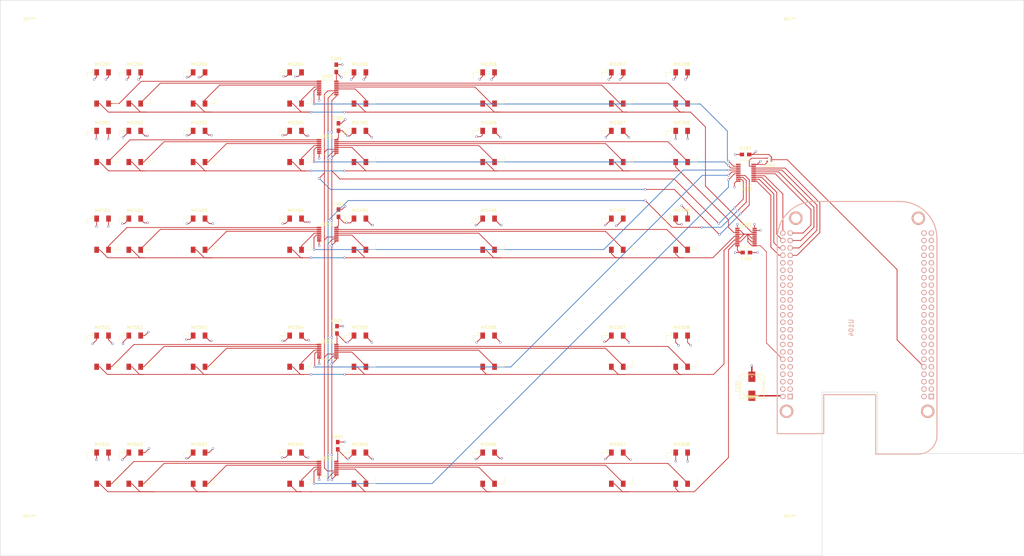
<source format=kicad_pcb>
(kicad_pcb (version 4) (host pcbnew 4.0.1-stable)
  (layers (0 F.Cu signal) (1 Ground_plane power) (2 Power_plane power) (31 B.Cu signal hide) (34 B.Paste user) (35 F.Paste user) (36 B.SilkS user) (37 F.SilkS user) (38 B.Mask user) (39 F.Mask user) (44 Edge.Cuts user))
  (net 0 "")
  (net 1 DVDD)
  (net 2 DGND)
  (net 3 "/Microphone set A/CLK")
  (net 4 "Net-(MIC201-Pad3)")
  (net 5 "Net-(MIC202-Pad3)")
  (net 6 "Net-(MIC203-Pad3)")
  (net 7 "Net-(MIC204-Pad3)")
  (net 8 "Net-(MIC205-Pad3)")
  (net 9 "Net-(MIC206-Pad3)")
  (net 10 "Net-(MIC207-Pad3)")
  (net 11 "Net-(MIC208-Pad3)")
  (net 12 "/Microphone set B/CLK")
  (net 13 "Net-(MIC301-Pad3)")
  (net 14 "Net-(MIC302-Pad3)")
  (net 15 "Net-(MIC303-Pad3)")
  (net 16 "Net-(MIC304-Pad3)")
  (net 17 "Net-(MIC305-Pad3)")
  (net 18 "Net-(MIC306-Pad3)")
  (net 19 "Net-(MIC307-Pad3)")
  (net 20 "Net-(MIC308-Pad3)")
  (net 21 "/Microphone set C/CLK")
  (net 22 "Net-(MIC401-Pad3)")
  (net 23 "Net-(MIC402-Pad3)")
  (net 24 "Net-(MIC403-Pad3)")
  (net 25 "Net-(MIC404-Pad3)")
  (net 26 "Net-(MIC405-Pad3)")
  (net 27 "Net-(MIC406-Pad3)")
  (net 28 "Net-(MIC407-Pad3)")
  (net 29 "Net-(MIC408-Pad3)")
  (net 30 "/Microphone set D/CLK")
  (net 31 "Net-(MIC501-Pad3)")
  (net 32 "Net-(MIC502-Pad3)")
  (net 33 "Net-(MIC503-Pad3)")
  (net 34 "Net-(MIC504-Pad3)")
  (net 35 "Net-(MIC505-Pad3)")
  (net 36 "Net-(MIC506-Pad3)")
  (net 37 "Net-(MIC507-Pad3)")
  (net 38 "Net-(MIC508-Pad3)")
  (net 39 "/Microphone set E/CLK")
  (net 40 "Net-(MIC601-Pad3)")
  (net 41 "Net-(MIC602-Pad3)")
  (net 42 "Net-(MIC603-Pad3)")
  (net 43 "Net-(MIC604-Pad3)")
  (net 44 "Net-(MIC605-Pad3)")
  (net 45 "Net-(MIC606-Pad3)")
  (net 46 "Net-(MIC607-Pad3)")
  (net 47 "Net-(MIC608-Pad3)")
  (net 48 /PRU0_15)
  (net 49 "Net-(U102-Pad1)")
  (net 50 "/Microphone set A/OUT")
  (net 51 "/Microphone set B/OUT")
  (net 52 "/Microphone set C/OUT")
  (net 53 "/Microphone set D/OUT")
  (net 54 "/Microphone set E/OUT")
  (net 55 "/Microphone set A/S0")
  (net 56 "/Microphone set A/S1")
  (net 57 "/Microphone set A/S2")
  (net 58 /PRU1_7)
  (net 59 /PRU1_6)
  (net 60 /PRU1_5)
  (net 61 /PRU1_4)
  (net 62 /PRU1_3)
  (net 63 /PRU1_2)
  (net 64 /PRU1_1)
  (net 65 /PRU1_0)
  (net 66 "Net-(U102-Pad19)")
  (net 67 "Net-(U103-Pad1)")
  (net 68 /SYS_RESETn)
  (net 69 "Net-(U104-PadC5)")
  (net 70 "Net-(U104-PadC6)")
  (net 71 "Net-(U104-PadC7)")
  (net 72 "Net-(U104-PadC8)")
  (net 73 "Net-(U104-PadC9)")
  (net 74 "Net-(U104-PadC11)")
  (net 75 "Net-(U104-PadC12)")
  (net 76 "Net-(U104-PadC13)")
  (net 77 "Net-(U104-PadC14)")
  (net 78 "Net-(U104-PadC15)")
  (net 79 "Net-(U104-PadC16)")
  (net 80 "Net-(U104-PadC17)")
  (net 81 "Net-(U104-PadC18)")
  (net 82 "Net-(U104-PadC19)")
  (net 83 "Net-(U104-PadC20)")
  (net 84 "Net-(U104-PadC21)")
  (net 85 "Net-(U104-PadC22)")
  (net 86 "Net-(U104-PadC23)")
  (net 87 "Net-(U104-PadC24)")
  (net 88 "Net-(U104-PadC25)")
  (net 89 "Net-(U104-PadC26)")
  (net 90 "Net-(U104-PadC27)")
  (net 91 "Net-(U104-PadC28)")
  (net 92 "Net-(U104-PadC29)")
  (net 93 "Net-(U104-PadC30)")
  (net 94 "Net-(U104-PadC31)")
  (net 95 "Net-(U104-PadC32)")
  (net 96 "Net-(U104-PadC33)")
  (net 97 "Net-(U104-PadC34)")
  (net 98 "Net-(U104-PadC35)")
  (net 99 "Net-(U104-PadC36)")
  (net 100 "Net-(U104-PadC37)")
  (net 101 "Net-(U104-PadC38)")
  (net 102 "Net-(U104-PadC39)")
  (net 103 "Net-(U104-PadC40)")
  (net 104 "Net-(U104-PadC41)")
  (net 105 "Net-(U104-PadC42)")
  (net 106 "Net-(U104-PadB3)")
  (net 107 "Net-(U104-PadB4)")
  (net 108 "Net-(U104-PadB5)")
  (net 109 "Net-(U104-PadB6)")
  (net 110 "Net-(U104-PadB7)")
  (net 111 "Net-(U104-PadB8)")
  (net 112 "Net-(U104-PadB9)")
  (net 113 "Net-(U104-PadB10)")
  (net 114 "Net-(U104-PadB13)")
  (net 115 "Net-(U104-PadB14)")
  (net 116 "Net-(U104-PadB15)")
  (net 117 "Net-(U104-PadB16)")
  (net 118 "Net-(U104-PadB17)")
  (net 119 "Net-(U104-PadB18)")
  (net 120 "Net-(U104-PadB19)")
  (net 121 "Net-(U104-PadB20)")
  (net 122 "Net-(U104-PadB21)")
  (net 123 "Net-(U104-PadB22)")
  (net 124 "Net-(U104-PadB23)")
  (net 125 "Net-(U104-PadB24)")
  (net 126 "Net-(U104-PadB25)")
  (net 127 "Net-(U104-PadB26)")
  (net 128 "Net-(U104-PadB27)")
  (net 129 "Net-(U104-PadB28)")
  (net 130 "Net-(U104-PadB29)")
  (net 131 "Net-(U104-PadB30)")
  (net 132 "Net-(U104-PadB31)")
  (net 133 "Net-(U104-PadB32)")
  (net 134 "Net-(U104-PadB33)")
  (net 135 "Net-(U104-PadB34)")
  (net 136 "Net-(U104-PadB35)")
  (net 137 "Net-(U104-PadB36)")
  (net 138 "Net-(U104-PadB37)")
  (net 139 "Net-(U104-PadB38)")
  (net 140 "Net-(U101-Pad12)")
  (net 141 "Net-(U101-Pad14)")
  (net 142 "Net-(U101-Pad16)")
  (net 143 "Net-(U104-PadB11)")
  (module Mounting_Holes:MountingHole_2-5mm (layer F.Cu) (at 300 40)
    (fp_text reference REF** (at 0 -3.50012) (layer F.SilkS))
    (fp_text value MountingHole_2-5mm)
    (pad "" np_thru_hole circle (at 0 0) (size 2.5 2.5) (drill 2.5) (layers *.Cu *.Mask F.SilkS))
  )
  (module Mounting_Holes:MountingHole_2-5mm (layer F.Cu) (at 40 40)
    (fp_text reference REF** (at 0 -3.50012) (layer F.SilkS))
    (fp_text value MountingHole_2-5mm)
    (pad "" np_thru_hole circle (at 0 0) (size 2.5 2.5) (drill 2.5) (layers *.Cu *.Mask F.SilkS))
  )
  (module Mounting_Holes:MountingHole_2-5mm (layer F.Cu) (at 40 210)
    (fp_text reference REF** (at 0 -3.50012) (layer F.SilkS))
    (fp_text value MountingHole_2-5mm)
    (pad "" np_thru_hole circle (at 0 0) (size 2.5 2.5) (drill 2.5) (layers *.Cu *.Mask F.SilkS))
  )
  (module Capacitors_SMD:C_0805_HandSoldering (layer F.Cu) (at 285.11 116.28 180)
    (fp_text reference C101 (at 0 -2.1 180) (layer F.SilkS))
    (fp_text value 1uF)
    (pad 1 smd rect (at -1.25 0 180) (size 1.5 1.25) (layers F.Cu F.Paste F.Mask) (net 1 DVDD))
    (pad 2 smd rect (at 1.25 0 180) (size 1.5 1.25) (layers F.Cu F.Paste F.Mask) (net 2 DGND))
  )
  (module Capacitors_SMD:c_elec_8x10 (layer F.Cu) (at 287 162 90)
    (fp_text reference C102 (at 0 -5.08 90) (layer F.SilkS))
    (fp_text value 100uF)
    (pad 1 smd rect (at 3.2512 0 90) (size 3.50012 2.4003) (layers F.Cu F.Paste F.Mask) (net 1 DVDD))
    (pad 2 smd rect (at -3.2512 0 90) (size 3.50012 2.4003) (layers F.Cu F.Paste F.Mask) (net 2 DGND))
  )
  (module Capacitors_SMD:C_0805_HandSoldering (layer F.Cu) (at 284.856 82.752)
    (fp_text reference C103 (at 0 -2.1) (layer F.SilkS))
    (fp_text value 1uF)
    (pad 1 smd rect (at -1.25 0) (size 1.5 1.25) (layers F.Cu F.Paste F.Mask) (net 1 DVDD))
    (pad 2 smd rect (at 1.25 0) (size 1.5 1.25) (layers F.Cu F.Paste F.Mask) (net 2 DGND))
  )
  (module Capacitors_SMD:C_0805_HandSoldering (layer F.Cu) (at 144.902 53.288 90)
    (fp_text reference C201 (at 3.302 0 180) (layer F.SilkS))
    (fp_text value 1uF)
    (pad 1 smd rect (at -1.25 0 90) (size 1.5 1.25) (layers F.Cu F.Paste F.Mask) (net 1 DVDD))
    (pad 2 smd rect (at 1.25 0 90) (size 1.5 1.25) (layers F.Cu F.Paste F.Mask) (net 2 DGND))
  )
  (module Capacitors_SMD:C_0805_HandSoldering (layer F.Cu) (at 145.664 73.334 90)
    (fp_text reference C301 (at 3.028 0 360) (layer F.SilkS))
    (fp_text value 1uF)
    (pad 1 smd rect (at -1.25 0 90) (size 1.5 1.25) (layers F.Cu F.Paste F.Mask) (net 1 DVDD))
    (pad 2 smd rect (at 1.25 0 90) (size 1.5 1.25) (layers F.Cu F.Paste F.Mask) (net 2 DGND))
  )
  (module Capacitors_SMD:C_0805_HandSoldering (layer F.Cu) (at 145.664 102.818 90)
    (fp_text reference C401 (at 3.048 0 180) (layer F.SilkS))
    (fp_text value 1uF)
    (pad 1 smd rect (at -1.25 0 90) (size 1.5 1.25) (layers F.Cu F.Paste F.Mask) (net 1 DVDD))
    (pad 2 smd rect (at 1.25 0 90) (size 1.5 1.25) (layers F.Cu F.Paste F.Mask) (net 2 DGND))
  )
  (module Capacitors_SMD:C_0805_HandSoldering (layer F.Cu) (at 145.156 142.696 90)
    (fp_text reference C501 (at 3.048 0 180) (layer F.SilkS))
    (fp_text value 1uF)
    (pad 1 smd rect (at -1.25 0 90) (size 1.5 1.25) (layers F.Cu F.Paste F.Mask) (net 1 DVDD))
    (pad 2 smd rect (at 1.25 0 90) (size 1.5 1.25) (layers F.Cu F.Paste F.Mask) (net 2 DGND))
  )
  (module Capacitors_SMD:C_0805_HandSoldering (layer F.Cu) (at 145.41 182.32 90)
    (fp_text reference C601 (at 3.048 0 180) (layer F.SilkS))
    (fp_text value 1uF)
    (pad 1 smd rect (at -1.25 0 90) (size 1.5 1.25) (layers F.Cu F.Paste F.Mask) (net 1 DVDD))
    (pad 2 smd rect (at 1.25 0 90) (size 1.5 1.25) (layers F.Cu F.Paste F.Mask) (net 2 DGND))
  )
  (module mems_array:Mems_Mic_Module (layer F.Cu) (at 65 60)
    (fp_text reference MIC201 (at 0 -8.128) (layer F.SilkS))
    (fp_text value MIC_MODULE)
    (pad 1 smd rect (at -2.032 -5.334) (size 1.6 2.1) (layers F.Cu F.Paste F.Mask) (net 1 DVDD))
    (pad 2 smd rect (at 2.032 -5.334) (size 1.6 2.1) (layers F.Cu F.Paste F.Mask) (net 2 DGND))
    (pad 4 smd rect (at -2.032 5.334) (size 1.6 2.1) (layers F.Cu F.Paste F.Mask) (net 3 "/Microphone set A/CLK"))
    (pad 3 smd rect (at 2.032 5.334) (size 1.6 2.1) (layers F.Cu F.Paste F.Mask) (net 4 "Net-(MIC201-Pad3)"))
  )
  (module mems_array:Mems_Mic_Module (layer F.Cu) (at 76 60)
    (fp_text reference MIC202 (at 0 -8.128) (layer F.SilkS))
    (fp_text value MIC_MODULE)
    (pad 1 smd rect (at -2.032 -5.334) (size 1.6 2.1) (layers F.Cu F.Paste F.Mask) (net 1 DVDD))
    (pad 2 smd rect (at 2.032 -5.334) (size 1.6 2.1) (layers F.Cu F.Paste F.Mask) (net 2 DGND))
    (pad 4 smd rect (at -2.032 5.334) (size 1.6 2.1) (layers F.Cu F.Paste F.Mask) (net 3 "/Microphone set A/CLK"))
    (pad 3 smd rect (at 2.032 5.334) (size 1.6 2.1) (layers F.Cu F.Paste F.Mask) (net 5 "Net-(MIC202-Pad3)"))
  )
  (module mems_array:Mems_Mic_Module (layer F.Cu) (at 98 60)
    (fp_text reference MIC203 (at 0 -8.128) (layer F.SilkS))
    (fp_text value MIC_MODULE)
    (pad 1 smd rect (at -2.032 -5.334) (size 1.6 2.1) (layers F.Cu F.Paste F.Mask) (net 1 DVDD))
    (pad 2 smd rect (at 2.032 -5.334) (size 1.6 2.1) (layers F.Cu F.Paste F.Mask) (net 2 DGND))
    (pad 4 smd rect (at -2.032 5.334) (size 1.6 2.1) (layers F.Cu F.Paste F.Mask) (net 3 "/Microphone set A/CLK"))
    (pad 3 smd rect (at 2.032 5.334) (size 1.6 2.1) (layers F.Cu F.Paste F.Mask) (net 6 "Net-(MIC203-Pad3)"))
  )
  (module mems_array:Mems_Mic_Module (layer F.Cu) (at 131 60)
    (fp_text reference MIC204 (at 0 -8.128) (layer F.SilkS))
    (fp_text value MIC_MODULE)
    (pad 1 smd rect (at -2.032 -5.334) (size 1.6 2.1) (layers F.Cu F.Paste F.Mask) (net 1 DVDD))
    (pad 2 smd rect (at 2.032 -5.334) (size 1.6 2.1) (layers F.Cu F.Paste F.Mask) (net 2 DGND))
    (pad 4 smd rect (at -2.032 5.334) (size 1.6 2.1) (layers F.Cu F.Paste F.Mask) (net 3 "/Microphone set A/CLK"))
    (pad 3 smd rect (at 2.032 5.334) (size 1.6 2.1) (layers F.Cu F.Paste F.Mask) (net 7 "Net-(MIC204-Pad3)"))
  )
  (module mems_array:Mems_Mic_Module (layer F.Cu) (at 153 60)
    (fp_text reference MIC205 (at 0 -8.128) (layer F.SilkS))
    (fp_text value MIC_MODULE)
    (pad 1 smd rect (at -2.032 -5.334) (size 1.6 2.1) (layers F.Cu F.Paste F.Mask) (net 1 DVDD))
    (pad 2 smd rect (at 2.032 -5.334) (size 1.6 2.1) (layers F.Cu F.Paste F.Mask) (net 2 DGND))
    (pad 4 smd rect (at -2.032 5.334) (size 1.6 2.1) (layers F.Cu F.Paste F.Mask) (net 3 "/Microphone set A/CLK"))
    (pad 3 smd rect (at 2.032 5.334) (size 1.6 2.1) (layers F.Cu F.Paste F.Mask) (net 8 "Net-(MIC205-Pad3)"))
  )
  (module mems_array:Mems_Mic_Module (layer F.Cu) (at 197 60)
    (fp_text reference MIC206 (at 0 -8.128) (layer F.SilkS))
    (fp_text value MIC_MODULE)
    (pad 1 smd rect (at -2.032 -5.334) (size 1.6 2.1) (layers F.Cu F.Paste F.Mask) (net 1 DVDD))
    (pad 2 smd rect (at 2.032 -5.334) (size 1.6 2.1) (layers F.Cu F.Paste F.Mask) (net 2 DGND))
    (pad 4 smd rect (at -2.032 5.334) (size 1.6 2.1) (layers F.Cu F.Paste F.Mask) (net 3 "/Microphone set A/CLK"))
    (pad 3 smd rect (at 2.032 5.334) (size 1.6 2.1) (layers F.Cu F.Paste F.Mask) (net 9 "Net-(MIC206-Pad3)"))
  )
  (module mems_array:Mems_Mic_Module (layer F.Cu) (at 241 60)
    (fp_text reference MIC207 (at 0 -8.128) (layer F.SilkS))
    (fp_text value MIC_MODULE)
    (pad 1 smd rect (at -2.032 -5.334) (size 1.6 2.1) (layers F.Cu F.Paste F.Mask) (net 1 DVDD))
    (pad 2 smd rect (at 2.032 -5.334) (size 1.6 2.1) (layers F.Cu F.Paste F.Mask) (net 2 DGND))
    (pad 4 smd rect (at -2.032 5.334) (size 1.6 2.1) (layers F.Cu F.Paste F.Mask) (net 3 "/Microphone set A/CLK"))
    (pad 3 smd rect (at 2.032 5.334) (size 1.6 2.1) (layers F.Cu F.Paste F.Mask) (net 10 "Net-(MIC207-Pad3)"))
  )
  (module mems_array:Mems_Mic_Module (layer F.Cu) (at 263 60)
    (fp_text reference MIC208 (at 0 -8.128) (layer F.SilkS))
    (fp_text value MIC_MODULE)
    (pad 1 smd rect (at -2.032 -5.334) (size 1.6 2.1) (layers F.Cu F.Paste F.Mask) (net 1 DVDD))
    (pad 2 smd rect (at 2.032 -5.334) (size 1.6 2.1) (layers F.Cu F.Paste F.Mask) (net 2 DGND))
    (pad 4 smd rect (at -2.032 5.334) (size 1.6 2.1) (layers F.Cu F.Paste F.Mask) (net 3 "/Microphone set A/CLK"))
    (pad 3 smd rect (at 2.032 5.334) (size 1.6 2.1) (layers F.Cu F.Paste F.Mask) (net 11 "Net-(MIC208-Pad3)"))
  )
  (module mems_array:Mems_Mic_Module (layer F.Cu) (at 65 80)
    (fp_text reference MIC301 (at 0 -8.128) (layer F.SilkS))
    (fp_text value MIC_MODULE)
    (pad 1 smd rect (at -2.032 -5.334) (size 1.6 2.1) (layers F.Cu F.Paste F.Mask) (net 1 DVDD))
    (pad 2 smd rect (at 2.032 -5.334) (size 1.6 2.1) (layers F.Cu F.Paste F.Mask) (net 2 DGND))
    (pad 4 smd rect (at -2.032 5.334) (size 1.6 2.1) (layers F.Cu F.Paste F.Mask) (net 12 "/Microphone set B/CLK"))
    (pad 3 smd rect (at 2.032 5.334) (size 1.6 2.1) (layers F.Cu F.Paste F.Mask) (net 13 "Net-(MIC301-Pad3)"))
  )
  (module mems_array:Mems_Mic_Module (layer F.Cu) (at 76 80)
    (fp_text reference MIC302 (at 0 -8.128) (layer F.SilkS))
    (fp_text value MIC_MODULE)
    (pad 1 smd rect (at -2.032 -5.334) (size 1.6 2.1) (layers F.Cu F.Paste F.Mask) (net 1 DVDD))
    (pad 2 smd rect (at 2.032 -5.334) (size 1.6 2.1) (layers F.Cu F.Paste F.Mask) (net 2 DGND))
    (pad 4 smd rect (at -2.032 5.334) (size 1.6 2.1) (layers F.Cu F.Paste F.Mask) (net 12 "/Microphone set B/CLK"))
    (pad 3 smd rect (at 2.032 5.334) (size 1.6 2.1) (layers F.Cu F.Paste F.Mask) (net 14 "Net-(MIC302-Pad3)"))
  )
  (module mems_array:Mems_Mic_Module (layer F.Cu) (at 98 80)
    (fp_text reference MIC303 (at 0 -8.128) (layer F.SilkS))
    (fp_text value MIC_MODULE)
    (pad 1 smd rect (at -2.032 -5.334) (size 1.6 2.1) (layers F.Cu F.Paste F.Mask) (net 1 DVDD))
    (pad 2 smd rect (at 2.032 -5.334) (size 1.6 2.1) (layers F.Cu F.Paste F.Mask) (net 2 DGND))
    (pad 4 smd rect (at -2.032 5.334) (size 1.6 2.1) (layers F.Cu F.Paste F.Mask) (net 12 "/Microphone set B/CLK"))
    (pad 3 smd rect (at 2.032 5.334) (size 1.6 2.1) (layers F.Cu F.Paste F.Mask) (net 15 "Net-(MIC303-Pad3)"))
  )
  (module mems_array:Mems_Mic_Module (layer F.Cu) (at 131 80)
    (fp_text reference MIC304 (at 0 -8.128) (layer F.SilkS))
    (fp_text value MIC_MODULE)
    (pad 1 smd rect (at -2.032 -5.334) (size 1.6 2.1) (layers F.Cu F.Paste F.Mask) (net 1 DVDD))
    (pad 2 smd rect (at 2.032 -5.334) (size 1.6 2.1) (layers F.Cu F.Paste F.Mask) (net 2 DGND))
    (pad 4 smd rect (at -2.032 5.334) (size 1.6 2.1) (layers F.Cu F.Paste F.Mask) (net 12 "/Microphone set B/CLK"))
    (pad 3 smd rect (at 2.032 5.334) (size 1.6 2.1) (layers F.Cu F.Paste F.Mask) (net 16 "Net-(MIC304-Pad3)"))
  )
  (module mems_array:Mems_Mic_Module (layer F.Cu) (at 153 80)
    (fp_text reference MIC305 (at 0 -8.128) (layer F.SilkS))
    (fp_text value MIC_MODULE)
    (pad 1 smd rect (at -2.032 -5.334) (size 1.6 2.1) (layers F.Cu F.Paste F.Mask) (net 1 DVDD))
    (pad 2 smd rect (at 2.032 -5.334) (size 1.6 2.1) (layers F.Cu F.Paste F.Mask) (net 2 DGND))
    (pad 4 smd rect (at -2.032 5.334) (size 1.6 2.1) (layers F.Cu F.Paste F.Mask) (net 12 "/Microphone set B/CLK"))
    (pad 3 smd rect (at 2.032 5.334) (size 1.6 2.1) (layers F.Cu F.Paste F.Mask) (net 17 "Net-(MIC305-Pad3)"))
  )
  (module mems_array:Mems_Mic_Module (layer F.Cu) (at 197 80)
    (fp_text reference MIC306 (at 0 -8.128) (layer F.SilkS))
    (fp_text value MIC_MODULE)
    (pad 1 smd rect (at -2.032 -5.334) (size 1.6 2.1) (layers F.Cu F.Paste F.Mask) (net 1 DVDD))
    (pad 2 smd rect (at 2.032 -5.334) (size 1.6 2.1) (layers F.Cu F.Paste F.Mask) (net 2 DGND))
    (pad 4 smd rect (at -2.032 5.334) (size 1.6 2.1) (layers F.Cu F.Paste F.Mask) (net 12 "/Microphone set B/CLK"))
    (pad 3 smd rect (at 2.032 5.334) (size 1.6 2.1) (layers F.Cu F.Paste F.Mask) (net 18 "Net-(MIC306-Pad3)"))
  )
  (module mems_array:Mems_Mic_Module (layer F.Cu) (at 241 80)
    (fp_text reference MIC307 (at 0 -8.128) (layer F.SilkS))
    (fp_text value MIC_MODULE)
    (pad 1 smd rect (at -2.032 -5.334) (size 1.6 2.1) (layers F.Cu F.Paste F.Mask) (net 1 DVDD))
    (pad 2 smd rect (at 2.032 -5.334) (size 1.6 2.1) (layers F.Cu F.Paste F.Mask) (net 2 DGND))
    (pad 4 smd rect (at -2.032 5.334) (size 1.6 2.1) (layers F.Cu F.Paste F.Mask) (net 12 "/Microphone set B/CLK"))
    (pad 3 smd rect (at 2.032 5.334) (size 1.6 2.1) (layers F.Cu F.Paste F.Mask) (net 19 "Net-(MIC307-Pad3)"))
  )
  (module mems_array:Mems_Mic_Module (layer F.Cu) (at 263 80)
    (fp_text reference MIC308 (at 0 -8.128) (layer F.SilkS))
    (fp_text value MIC_MODULE)
    (pad 1 smd rect (at -2.032 -5.334) (size 1.6 2.1) (layers F.Cu F.Paste F.Mask) (net 1 DVDD))
    (pad 2 smd rect (at 2.032 -5.334) (size 1.6 2.1) (layers F.Cu F.Paste F.Mask) (net 2 DGND))
    (pad 4 smd rect (at -2.032 5.334) (size 1.6 2.1) (layers F.Cu F.Paste F.Mask) (net 12 "/Microphone set B/CLK"))
    (pad 3 smd rect (at 2.032 5.334) (size 1.6 2.1) (layers F.Cu F.Paste F.Mask) (net 20 "Net-(MIC308-Pad3)"))
  )
  (module mems_array:Mems_Mic_Module (layer F.Cu) (at 65 110)
    (fp_text reference MIC401 (at 0 -8.128) (layer F.SilkS))
    (fp_text value MIC_MODULE)
    (pad 1 smd rect (at -2.032 -5.334) (size 1.6 2.1) (layers F.Cu F.Paste F.Mask) (net 1 DVDD))
    (pad 2 smd rect (at 2.032 -5.334) (size 1.6 2.1) (layers F.Cu F.Paste F.Mask) (net 2 DGND))
    (pad 4 smd rect (at -2.032 5.334) (size 1.6 2.1) (layers F.Cu F.Paste F.Mask) (net 21 "/Microphone set C/CLK"))
    (pad 3 smd rect (at 2.032 5.334) (size 1.6 2.1) (layers F.Cu F.Paste F.Mask) (net 22 "Net-(MIC401-Pad3)"))
  )
  (module mems_array:Mems_Mic_Module (layer F.Cu) (at 76 110)
    (fp_text reference MIC402 (at 0 -8.128) (layer F.SilkS))
    (fp_text value MIC_MODULE)
    (pad 1 smd rect (at -2.032 -5.334) (size 1.6 2.1) (layers F.Cu F.Paste F.Mask) (net 1 DVDD))
    (pad 2 smd rect (at 2.032 -5.334) (size 1.6 2.1) (layers F.Cu F.Paste F.Mask) (net 2 DGND))
    (pad 4 smd rect (at -2.032 5.334) (size 1.6 2.1) (layers F.Cu F.Paste F.Mask) (net 21 "/Microphone set C/CLK"))
    (pad 3 smd rect (at 2.032 5.334) (size 1.6 2.1) (layers F.Cu F.Paste F.Mask) (net 23 "Net-(MIC402-Pad3)"))
  )
  (module mems_array:Mems_Mic_Module (layer F.Cu) (at 98 110)
    (fp_text reference MIC403 (at 0 -8.128) (layer F.SilkS))
    (fp_text value MIC_MODULE)
    (pad 1 smd rect (at -2.032 -5.334) (size 1.6 2.1) (layers F.Cu F.Paste F.Mask) (net 1 DVDD))
    (pad 2 smd rect (at 2.032 -5.334) (size 1.6 2.1) (layers F.Cu F.Paste F.Mask) (net 2 DGND))
    (pad 4 smd rect (at -2.032 5.334) (size 1.6 2.1) (layers F.Cu F.Paste F.Mask) (net 21 "/Microphone set C/CLK"))
    (pad 3 smd rect (at 2.032 5.334) (size 1.6 2.1) (layers F.Cu F.Paste F.Mask) (net 24 "Net-(MIC403-Pad3)"))
  )
  (module mems_array:Mems_Mic_Module (layer F.Cu) (at 131 110)
    (fp_text reference MIC404 (at 0 -8.128) (layer F.SilkS))
    (fp_text value MIC_MODULE)
    (pad 1 smd rect (at -2.032 -5.334) (size 1.6 2.1) (layers F.Cu F.Paste F.Mask) (net 1 DVDD))
    (pad 2 smd rect (at 2.032 -5.334) (size 1.6 2.1) (layers F.Cu F.Paste F.Mask) (net 2 DGND))
    (pad 4 smd rect (at -2.032 5.334) (size 1.6 2.1) (layers F.Cu F.Paste F.Mask) (net 21 "/Microphone set C/CLK"))
    (pad 3 smd rect (at 2.032 5.334) (size 1.6 2.1) (layers F.Cu F.Paste F.Mask) (net 25 "Net-(MIC404-Pad3)"))
  )
  (module mems_array:Mems_Mic_Module (layer F.Cu) (at 153 110)
    (fp_text reference MIC405 (at 0 -8.128) (layer F.SilkS))
    (fp_text value MIC_MODULE)
    (pad 1 smd rect (at -2.032 -5.334) (size 1.6 2.1) (layers F.Cu F.Paste F.Mask) (net 1 DVDD))
    (pad 2 smd rect (at 2.032 -5.334) (size 1.6 2.1) (layers F.Cu F.Paste F.Mask) (net 2 DGND))
    (pad 4 smd rect (at -2.032 5.334) (size 1.6 2.1) (layers F.Cu F.Paste F.Mask) (net 21 "/Microphone set C/CLK"))
    (pad 3 smd rect (at 2.032 5.334) (size 1.6 2.1) (layers F.Cu F.Paste F.Mask) (net 26 "Net-(MIC405-Pad3)"))
  )
  (module mems_array:Mems_Mic_Module (layer F.Cu) (at 197 110)
    (fp_text reference MIC406 (at 0 -8.128) (layer F.SilkS))
    (fp_text value MIC_MODULE)
    (pad 1 smd rect (at -2.032 -5.334) (size 1.6 2.1) (layers F.Cu F.Paste F.Mask) (net 1 DVDD))
    (pad 2 smd rect (at 2.032 -5.334) (size 1.6 2.1) (layers F.Cu F.Paste F.Mask) (net 2 DGND))
    (pad 4 smd rect (at -2.032 5.334) (size 1.6 2.1) (layers F.Cu F.Paste F.Mask) (net 21 "/Microphone set C/CLK"))
    (pad 3 smd rect (at 2.032 5.334) (size 1.6 2.1) (layers F.Cu F.Paste F.Mask) (net 27 "Net-(MIC406-Pad3)"))
  )
  (module mems_array:Mems_Mic_Module (layer F.Cu) (at 241 110)
    (fp_text reference MIC407 (at 0 -8.128) (layer F.SilkS))
    (fp_text value MIC_MODULE)
    (pad 1 smd rect (at -2.032 -5.334) (size 1.6 2.1) (layers F.Cu F.Paste F.Mask) (net 1 DVDD))
    (pad 2 smd rect (at 2.032 -5.334) (size 1.6 2.1) (layers F.Cu F.Paste F.Mask) (net 2 DGND))
    (pad 4 smd rect (at -2.032 5.334) (size 1.6 2.1) (layers F.Cu F.Paste F.Mask) (net 21 "/Microphone set C/CLK"))
    (pad 3 smd rect (at 2.032 5.334) (size 1.6 2.1) (layers F.Cu F.Paste F.Mask) (net 28 "Net-(MIC407-Pad3)"))
  )
  (module mems_array:Mems_Mic_Module (layer F.Cu) (at 263 110)
    (fp_text reference MIC408 (at 0 -8.128) (layer F.SilkS))
    (fp_text value MIC_MODULE)
    (pad 1 smd rect (at -2.032 -5.334) (size 1.6 2.1) (layers F.Cu F.Paste F.Mask) (net 1 DVDD))
    (pad 2 smd rect (at 2.032 -5.334) (size 1.6 2.1) (layers F.Cu F.Paste F.Mask) (net 2 DGND))
    (pad 4 smd rect (at -2.032 5.334) (size 1.6 2.1) (layers F.Cu F.Paste F.Mask) (net 21 "/Microphone set C/CLK"))
    (pad 3 smd rect (at 2.032 5.334) (size 1.6 2.1) (layers F.Cu F.Paste F.Mask) (net 29 "Net-(MIC408-Pad3)"))
  )
  (module mems_array:Mems_Mic_Module (layer F.Cu) (at 65 150)
    (fp_text reference MIC501 (at 0 -8.128) (layer F.SilkS))
    (fp_text value MIC_MODULE)
    (pad 1 smd rect (at -2.032 -5.334) (size 1.6 2.1) (layers F.Cu F.Paste F.Mask) (net 1 DVDD))
    (pad 2 smd rect (at 2.032 -5.334) (size 1.6 2.1) (layers F.Cu F.Paste F.Mask) (net 2 DGND))
    (pad 4 smd rect (at -2.032 5.334) (size 1.6 2.1) (layers F.Cu F.Paste F.Mask) (net 30 "/Microphone set D/CLK"))
    (pad 3 smd rect (at 2.032 5.334) (size 1.6 2.1) (layers F.Cu F.Paste F.Mask) (net 31 "Net-(MIC501-Pad3)"))
  )
  (module mems_array:Mems_Mic_Module (layer F.Cu) (at 76 150)
    (fp_text reference MIC502 (at 0 -8.128) (layer F.SilkS))
    (fp_text value MIC_MODULE)
    (pad 1 smd rect (at -2.032 -5.334) (size 1.6 2.1) (layers F.Cu F.Paste F.Mask) (net 1 DVDD))
    (pad 2 smd rect (at 2.032 -5.334) (size 1.6 2.1) (layers F.Cu F.Paste F.Mask) (net 2 DGND))
    (pad 4 smd rect (at -2.032 5.334) (size 1.6 2.1) (layers F.Cu F.Paste F.Mask) (net 30 "/Microphone set D/CLK"))
    (pad 3 smd rect (at 2.032 5.334) (size 1.6 2.1) (layers F.Cu F.Paste F.Mask) (net 32 "Net-(MIC502-Pad3)"))
  )
  (module mems_array:Mems_Mic_Module (layer F.Cu) (at 98 150)
    (fp_text reference MIC503 (at 0 -8.128) (layer F.SilkS))
    (fp_text value MIC_MODULE)
    (pad 1 smd rect (at -2.032 -5.334) (size 1.6 2.1) (layers F.Cu F.Paste F.Mask) (net 1 DVDD))
    (pad 2 smd rect (at 2.032 -5.334) (size 1.6 2.1) (layers F.Cu F.Paste F.Mask) (net 2 DGND))
    (pad 4 smd rect (at -2.032 5.334) (size 1.6 2.1) (layers F.Cu F.Paste F.Mask) (net 30 "/Microphone set D/CLK"))
    (pad 3 smd rect (at 2.032 5.334) (size 1.6 2.1) (layers F.Cu F.Paste F.Mask) (net 33 "Net-(MIC503-Pad3)"))
  )
  (module mems_array:Mems_Mic_Module (layer F.Cu) (at 131 150)
    (fp_text reference MIC504 (at 0 -8.128) (layer F.SilkS))
    (fp_text value MIC_MODULE)
    (pad 1 smd rect (at -2.032 -5.334) (size 1.6 2.1) (layers F.Cu F.Paste F.Mask) (net 1 DVDD))
    (pad 2 smd rect (at 2.032 -5.334) (size 1.6 2.1) (layers F.Cu F.Paste F.Mask) (net 2 DGND))
    (pad 4 smd rect (at -2.032 5.334) (size 1.6 2.1) (layers F.Cu F.Paste F.Mask) (net 30 "/Microphone set D/CLK"))
    (pad 3 smd rect (at 2.032 5.334) (size 1.6 2.1) (layers F.Cu F.Paste F.Mask) (net 34 "Net-(MIC504-Pad3)"))
  )
  (module mems_array:Mems_Mic_Module (layer F.Cu) (at 153 150)
    (fp_text reference MIC505 (at 0 -8.128) (layer F.SilkS))
    (fp_text value MIC_MODULE)
    (pad 1 smd rect (at -2.032 -5.334) (size 1.6 2.1) (layers F.Cu F.Paste F.Mask) (net 1 DVDD))
    (pad 2 smd rect (at 2.032 -5.334) (size 1.6 2.1) (layers F.Cu F.Paste F.Mask) (net 2 DGND))
    (pad 4 smd rect (at -2.032 5.334) (size 1.6 2.1) (layers F.Cu F.Paste F.Mask) (net 30 "/Microphone set D/CLK"))
    (pad 3 smd rect (at 2.032 5.334) (size 1.6 2.1) (layers F.Cu F.Paste F.Mask) (net 35 "Net-(MIC505-Pad3)"))
  )
  (module mems_array:Mems_Mic_Module (layer F.Cu) (at 197 150)
    (fp_text reference MIC506 (at 0 -8.128) (layer F.SilkS))
    (fp_text value MIC_MODULE)
    (pad 1 smd rect (at -2.032 -5.334) (size 1.6 2.1) (layers F.Cu F.Paste F.Mask) (net 1 DVDD))
    (pad 2 smd rect (at 2.032 -5.334) (size 1.6 2.1) (layers F.Cu F.Paste F.Mask) (net 2 DGND))
    (pad 4 smd rect (at -2.032 5.334) (size 1.6 2.1) (layers F.Cu F.Paste F.Mask) (net 30 "/Microphone set D/CLK"))
    (pad 3 smd rect (at 2.032 5.334) (size 1.6 2.1) (layers F.Cu F.Paste F.Mask) (net 36 "Net-(MIC506-Pad3)"))
  )
  (module mems_array:Mems_Mic_Module (layer F.Cu) (at 241 150)
    (fp_text reference MIC507 (at 0 -8.128) (layer F.SilkS))
    (fp_text value MIC_MODULE)
    (pad 1 smd rect (at -2.032 -5.334) (size 1.6 2.1) (layers F.Cu F.Paste F.Mask) (net 1 DVDD))
    (pad 2 smd rect (at 2.032 -5.334) (size 1.6 2.1) (layers F.Cu F.Paste F.Mask) (net 2 DGND))
    (pad 4 smd rect (at -2.032 5.334) (size 1.6 2.1) (layers F.Cu F.Paste F.Mask) (net 30 "/Microphone set D/CLK"))
    (pad 3 smd rect (at 2.032 5.334) (size 1.6 2.1) (layers F.Cu F.Paste F.Mask) (net 37 "Net-(MIC507-Pad3)"))
  )
  (module mems_array:Mems_Mic_Module (layer F.Cu) (at 263 150)
    (fp_text reference MIC508 (at 0 -8.128) (layer F.SilkS))
    (fp_text value MIC_MODULE)
    (pad 1 smd rect (at -2.032 -5.334) (size 1.6 2.1) (layers F.Cu F.Paste F.Mask) (net 1 DVDD))
    (pad 2 smd rect (at 2.032 -5.334) (size 1.6 2.1) (layers F.Cu F.Paste F.Mask) (net 2 DGND))
    (pad 4 smd rect (at -2.032 5.334) (size 1.6 2.1) (layers F.Cu F.Paste F.Mask) (net 30 "/Microphone set D/CLK"))
    (pad 3 smd rect (at 2.032 5.334) (size 1.6 2.1) (layers F.Cu F.Paste F.Mask) (net 38 "Net-(MIC508-Pad3)"))
  )
  (module mems_array:Mems_Mic_Module (layer F.Cu) (at 65 190)
    (fp_text reference MIC601 (at 0 -8.128) (layer F.SilkS))
    (fp_text value MIC_MODULE)
    (pad 1 smd rect (at -2.032 -5.334) (size 1.6 2.1) (layers F.Cu F.Paste F.Mask) (net 1 DVDD))
    (pad 2 smd rect (at 2.032 -5.334) (size 1.6 2.1) (layers F.Cu F.Paste F.Mask) (net 2 DGND))
    (pad 4 smd rect (at -2.032 5.334) (size 1.6 2.1) (layers F.Cu F.Paste F.Mask) (net 39 "/Microphone set E/CLK"))
    (pad 3 smd rect (at 2.032 5.334) (size 1.6 2.1) (layers F.Cu F.Paste F.Mask) (net 40 "Net-(MIC601-Pad3)"))
  )
  (module mems_array:Mems_Mic_Module (layer F.Cu) (at 76 190)
    (fp_text reference MIC602 (at 0 -8.128) (layer F.SilkS))
    (fp_text value MIC_MODULE)
    (pad 1 smd rect (at -2.032 -5.334) (size 1.6 2.1) (layers F.Cu F.Paste F.Mask) (net 1 DVDD))
    (pad 2 smd rect (at 2.032 -5.334) (size 1.6 2.1) (layers F.Cu F.Paste F.Mask) (net 2 DGND))
    (pad 4 smd rect (at -2.032 5.334) (size 1.6 2.1) (layers F.Cu F.Paste F.Mask) (net 39 "/Microphone set E/CLK"))
    (pad 3 smd rect (at 2.032 5.334) (size 1.6 2.1) (layers F.Cu F.Paste F.Mask) (net 41 "Net-(MIC602-Pad3)"))
  )
  (module mems_array:Mems_Mic_Module (layer F.Cu) (at 98 190)
    (fp_text reference MIC603 (at 0 -8.128) (layer F.SilkS))
    (fp_text value MIC_MODULE)
    (pad 1 smd rect (at -2.032 -5.334) (size 1.6 2.1) (layers F.Cu F.Paste F.Mask) (net 1 DVDD))
    (pad 2 smd rect (at 2.032 -5.334) (size 1.6 2.1) (layers F.Cu F.Paste F.Mask) (net 2 DGND))
    (pad 4 smd rect (at -2.032 5.334) (size 1.6 2.1) (layers F.Cu F.Paste F.Mask) (net 39 "/Microphone set E/CLK"))
    (pad 3 smd rect (at 2.032 5.334) (size 1.6 2.1) (layers F.Cu F.Paste F.Mask) (net 42 "Net-(MIC603-Pad3)"))
  )
  (module mems_array:Mems_Mic_Module (layer F.Cu) (at 131 190)
    (fp_text reference MIC604 (at 0 -8.128) (layer F.SilkS))
    (fp_text value MIC_MODULE)
    (pad 1 smd rect (at -2.032 -5.334) (size 1.6 2.1) (layers F.Cu F.Paste F.Mask) (net 1 DVDD))
    (pad 2 smd rect (at 2.032 -5.334) (size 1.6 2.1) (layers F.Cu F.Paste F.Mask) (net 2 DGND))
    (pad 4 smd rect (at -2.032 5.334) (size 1.6 2.1) (layers F.Cu F.Paste F.Mask) (net 39 "/Microphone set E/CLK"))
    (pad 3 smd rect (at 2.032 5.334) (size 1.6 2.1) (layers F.Cu F.Paste F.Mask) (net 43 "Net-(MIC604-Pad3)"))
  )
  (module mems_array:Mems_Mic_Module (layer F.Cu) (at 153 190)
    (fp_text reference MIC605 (at 0 -8.128) (layer F.SilkS))
    (fp_text value MIC_MODULE)
    (pad 1 smd rect (at -2.032 -5.334) (size 1.6 2.1) (layers F.Cu F.Paste F.Mask) (net 1 DVDD))
    (pad 2 smd rect (at 2.032 -5.334) (size 1.6 2.1) (layers F.Cu F.Paste F.Mask) (net 2 DGND))
    (pad 4 smd rect (at -2.032 5.334) (size 1.6 2.1) (layers F.Cu F.Paste F.Mask) (net 39 "/Microphone set E/CLK"))
    (pad 3 smd rect (at 2.032 5.334) (size 1.6 2.1) (layers F.Cu F.Paste F.Mask) (net 44 "Net-(MIC605-Pad3)"))
  )
  (module mems_array:Mems_Mic_Module (layer F.Cu) (at 197 190)
    (fp_text reference MIC606 (at 0 -8.128) (layer F.SilkS))
    (fp_text value MIC_MODULE)
    (pad 1 smd rect (at -2.032 -5.334) (size 1.6 2.1) (layers F.Cu F.Paste F.Mask) (net 1 DVDD))
    (pad 2 smd rect (at 2.032 -5.334) (size 1.6 2.1) (layers F.Cu F.Paste F.Mask) (net 2 DGND))
    (pad 4 smd rect (at -2.032 5.334) (size 1.6 2.1) (layers F.Cu F.Paste F.Mask) (net 39 "/Microphone set E/CLK"))
    (pad 3 smd rect (at 2.032 5.334) (size 1.6 2.1) (layers F.Cu F.Paste F.Mask) (net 45 "Net-(MIC606-Pad3)"))
  )
  (module mems_array:Mems_Mic_Module (layer F.Cu) (at 241 190)
    (fp_text reference MIC607 (at 0 -8.128) (layer F.SilkS))
    (fp_text value MIC_MODULE)
    (pad 1 smd rect (at -2.032 -5.334) (size 1.6 2.1) (layers F.Cu F.Paste F.Mask) (net 1 DVDD))
    (pad 2 smd rect (at 2.032 -5.334) (size 1.6 2.1) (layers F.Cu F.Paste F.Mask) (net 2 DGND))
    (pad 4 smd rect (at -2.032 5.334) (size 1.6 2.1) (layers F.Cu F.Paste F.Mask) (net 39 "/Microphone set E/CLK"))
    (pad 3 smd rect (at 2.032 5.334) (size 1.6 2.1) (layers F.Cu F.Paste F.Mask) (net 46 "Net-(MIC607-Pad3)"))
  )
  (module mems_array:Mems_Mic_Module (layer F.Cu) (at 263 190)
    (fp_text reference MIC608 (at 0 -8.128) (layer F.SilkS))
    (fp_text value MIC_MODULE)
    (pad 1 smd rect (at -2.032 -5.334) (size 1.6 2.1) (layers F.Cu F.Paste F.Mask) (net 1 DVDD))
    (pad 2 smd rect (at 2.032 -5.334) (size 1.6 2.1) (layers F.Cu F.Paste F.Mask) (net 2 DGND))
    (pad 4 smd rect (at -2.032 5.334) (size 1.6 2.1) (layers F.Cu F.Paste F.Mask) (net 39 "/Microphone set E/CLK"))
    (pad 3 smd rect (at 2.032 5.334) (size 1.6 2.1) (layers F.Cu F.Paste F.Mask) (net 47 "Net-(MIC608-Pad3)"))
  )
  (module Housings_SSOP:TSSOP-20_4.4x6.5mm_Pitch0.65mm (layer F.Cu) (at 285 111)
    (fp_text reference U101 (at 0 -4.3) (layer F.SilkS))
    (fp_text value 74AHC244)
    (pad 1 smd rect (at -2.95 -2.925) (size 1.45 0.45) (layers F.Cu F.Paste F.Mask) (net 2 DGND))
    (pad 2 smd rect (at -2.95 -2.275) (size 1.45 0.45) (layers F.Cu F.Paste F.Mask) (net 48 /PRU0_15))
    (pad 3 smd rect (at -2.95 -1.625) (size 1.45 0.45) (layers F.Cu F.Paste F.Mask) (net 12 "/Microphone set B/CLK"))
    (pad 4 smd rect (at -2.95 -0.975) (size 1.45 0.45) (layers F.Cu F.Paste F.Mask) (net 48 /PRU0_15))
    (pad 5 smd rect (at -2.95 -0.325) (size 1.45 0.45) (layers F.Cu F.Paste F.Mask) (net 21 "/Microphone set C/CLK"))
    (pad 6 smd rect (at -2.95 0.325) (size 1.45 0.45) (layers F.Cu F.Paste F.Mask) (net 48 /PRU0_15))
    (pad 7 smd rect (at -2.95 0.975) (size 1.45 0.45) (layers F.Cu F.Paste F.Mask) (net 30 "/Microphone set D/CLK"))
    (pad 8 smd rect (at -2.95 1.625) (size 1.45 0.45) (layers F.Cu F.Paste F.Mask) (net 48 /PRU0_15))
    (pad 9 smd rect (at -2.95 2.275) (size 1.45 0.45) (layers F.Cu F.Paste F.Mask) (net 39 "/Microphone set E/CLK"))
    (pad 10 smd rect (at -2.95 2.925) (size 1.45 0.45) (layers F.Cu F.Paste F.Mask) (net 2 DGND))
    (pad 11 smd rect (at 2.95 2.925) (size 1.45 0.45) (layers F.Cu F.Paste F.Mask) (net 48 /PRU0_15))
    (pad 12 smd rect (at 2.95 2.275) (size 1.45 0.45) (layers F.Cu F.Paste F.Mask) (net 140 "Net-(U101-Pad12)"))
    (pad 13 smd rect (at 2.95 1.625) (size 1.45 0.45) (layers F.Cu F.Paste F.Mask) (net 48 /PRU0_15))
    (pad 14 smd rect (at 2.95 0.975) (size 1.45 0.45) (layers F.Cu F.Paste F.Mask) (net 141 "Net-(U101-Pad14)"))
    (pad 15 smd rect (at 2.95 0.325) (size 1.45 0.45) (layers F.Cu F.Paste F.Mask) (net 48 /PRU0_15))
    (pad 16 smd rect (at 2.95 -0.325) (size 1.45 0.45) (layers F.Cu F.Paste F.Mask) (net 142 "Net-(U101-Pad16)"))
    (pad 17 smd rect (at 2.95 -0.975) (size 1.45 0.45) (layers F.Cu F.Paste F.Mask) (net 48 /PRU0_15))
    (pad 18 smd rect (at 2.95 -1.625) (size 1.45 0.45) (layers F.Cu F.Paste F.Mask) (net 3 "/Microphone set A/CLK"))
    (pad 19 smd rect (at 2.95 -2.275) (size 1.45 0.45) (layers F.Cu F.Paste F.Mask) (net 2 DGND))
    (pad 20 smd rect (at 2.95 -2.925) (size 1.45 0.45) (layers F.Cu F.Paste F.Mask) (net 1 DVDD))
  )
  (module mems_array:SOP-20_600x175_Pitch0.635 (layer F.Cu) (at 285 89 270)
    (fp_text reference U102 (at 5.69 -0.11 360) (layer F.SilkS))
    (fp_text value 743245)
    (pad 1 smd oval (at -2.8575 2.6289 180) (size 1.65862 0.40894) (layers F.Cu F.Paste F.Mask) (net 49 "Net-(U102-Pad1)"))
    (pad 2 smd oval (at -2.2225 2.6289 180) (size 1.65862 0.40894) (layers F.Cu F.Paste F.Mask) (net 50 "/Microphone set A/OUT"))
    (pad 3 smd oval (at -1.5875 2.6289 180) (size 1.65862 0.40894) (layers F.Cu F.Paste F.Mask) (net 51 "/Microphone set B/OUT"))
    (pad 4 smd oval (at -0.9525 2.6289 180) (size 1.65862 0.40894) (layers F.Cu F.Paste F.Mask) (net 52 "/Microphone set C/OUT"))
    (pad 5 smd oval (at -0.3175 2.6289 180) (size 1.65862 0.40894) (layers F.Cu F.Paste F.Mask) (net 53 "/Microphone set D/OUT"))
    (pad 6 smd oval (at 0.3175 2.6289 180) (size 1.65862 0.40894) (layers F.Cu F.Paste F.Mask) (net 54 "/Microphone set E/OUT"))
    (pad 7 smd oval (at 0.9525 2.6289 180) (size 1.65862 0.40894) (layers F.Cu F.Paste F.Mask) (net 55 "/Microphone set A/S0"))
    (pad 8 smd oval (at 1.5875 2.6289 180) (size 1.65862 0.40894) (layers F.Cu F.Paste F.Mask) (net 56 "/Microphone set A/S1"))
    (pad 9 smd oval (at 2.2225 2.6289 180) (size 1.65862 0.40894) (layers F.Cu F.Paste F.Mask) (net 57 "/Microphone set A/S2"))
    (pad 10 smd oval (at 2.8575 2.6289 180) (size 1.65862 0.40894) (layers F.Cu F.Paste F.Mask) (net 2 DGND))
    (pad 11 smd oval (at 2.8575 -2.6289) (size 1.65862 0.40894) (layers F.Cu F.Paste F.Mask) (net 58 /PRU1_7))
    (pad 12 smd oval (at 2.2225 -2.6289) (size 1.65862 0.40894) (layers F.Cu F.Paste F.Mask) (net 60 /PRU1_5))
    (pad 13 smd oval (at 1.5875 -2.6289) (size 1.65862 0.40894) (layers F.Cu F.Paste F.Mask) (net 62 /PRU1_3))
    (pad 14 smd oval (at 0.9525 -2.6289) (size 1.65862 0.40894) (layers F.Cu F.Paste F.Mask) (net 64 /PRU1_1))
    (pad 15 smd oval (at 0.3175 -2.6289) (size 1.65862 0.40894) (layers F.Cu F.Paste F.Mask) (net 65 /PRU1_0))
    (pad 16 smd oval (at -0.3175 -2.6289) (size 1.65862 0.40894) (layers F.Cu F.Paste F.Mask) (net 63 /PRU1_2))
    (pad 17 smd oval (at -0.9525 -2.6289) (size 1.65862 0.40894) (layers F.Cu F.Paste F.Mask) (net 61 /PRU1_4))
    (pad 18 smd oval (at -1.5875 -2.6289) (size 1.65862 0.40894) (layers F.Cu F.Paste F.Mask) (net 59 /PRU1_6))
    (pad 19 smd oval (at -2.2225 -2.6289) (size 1.65862 0.40894) (layers F.Cu F.Paste F.Mask) (net 66 "Net-(U102-Pad19)"))
    (pad 20 smd oval (at -2.8575 -2.6289) (size 1.65862 0.40894) (layers F.Cu F.Paste F.Mask) (net 1 DVDD))
  )
  (module mems_array:SOTFL-5_160x50_Pitch0.5 (layer F.Cu) (at 292.984 84.53 90)
    (fp_text reference U103 (at -2.032 0 180) (layer F.SilkS))
    (fp_text value 741G04)
    (pad 1 smd oval (at -0.49784 0.73406) (size 0.65786 0.29972) (layers F.Cu F.Paste F.Mask) (net 67 "Net-(U103-Pad1)"))
    (pad 2 smd oval (at 0 0.73406) (size 0.65786 0.29972) (layers F.Cu F.Paste F.Mask) (net 68 /SYS_RESETn))
    (pad 3 smd oval (at 0.49784 0.73406) (size 0.65786 0.29972) (layers F.Cu F.Paste F.Mask) (net 2 DGND))
    (pad 4 smd oval (at 0.49784 -0.73406 180) (size 0.65786 0.29972) (layers F.Cu F.Paste F.Mask) (net 66 "Net-(U102-Pad19)"))
    (pad 5 smd oval (at -0.49784 -0.73406 180) (size 0.65786 0.29972) (layers F.Cu F.Paste F.Mask) (net 1 DVDD))
  )
  (module mems_array:beagleboneblack (layer B.Cu) (at 323 142 270)
    (fp_text reference U104 (at 0 2 270) (layer B.SilkS) (effects (font (thickness 0.3048)) (justify mirror)))
    (fp_text value BEAGLEBONEBLACK)
    (pad M1 thru_hole circle (at -37.465 -20.955 270) (size 4.572 4.572) (drill 3.175) (layers *.Cu *.Mask B.SilkS))
    (pad M2 thru_hole circle (at 28.575 -24.13 270) (size 4.572 4.572) (drill 3.175) (layers *.Cu *.Mask B.SilkS))
    (pad M3 thru_hole circle (at 28.575 24.13 270) (size 4.572 4.572) (drill 3.175) (layers *.Cu *.Mask B.SilkS))
    (pad M4 thru_hole circle (at -37.465 20.955 270) (size 4.572 4.572) (drill 3.175) (layers *.Cu *.Mask B.SilkS))
    (pad C1 thru_hole rect (at 23.495 -25.4 270) (size 1.8 1.8) (drill 1.1) (layers *.Cu *.Mask B.SilkS) (net 2 DGND))
    (pad C2 thru_hole circle (at 23.495 -22.86 270) (size 1.8 1.8) (drill 1.1) (layers *.Cu *.Mask B.SilkS) (net 2 DGND))
    (pad C3 thru_hole circle (at 20.955 -25.4 270) (size 1.8 1.8) (drill 1.1) (layers *.Cu *.Mask B.SilkS) (net 1 DVDD))
    (pad C4 thru_hole circle (at 20.955 -22.86 270) (size 1.8 1.8) (drill 1.1) (layers *.Cu *.Mask B.SilkS) (net 1 DVDD))
    (pad C5 thru_hole circle (at 18.415 -25.4 270) (size 1.8 1.8) (drill 1.1) (layers *.Cu *.Mask B.SilkS) (net 69 "Net-(U104-PadC5)"))
    (pad C6 thru_hole circle (at 18.415 -22.86 270) (size 1.8 1.8) (drill 1.1) (layers *.Cu *.Mask B.SilkS) (net 70 "Net-(U104-PadC6)"))
    (pad C7 thru_hole circle (at 15.875 -25.4 270) (size 1.8 1.8) (drill 1.1) (layers *.Cu *.Mask B.SilkS) (net 71 "Net-(U104-PadC7)"))
    (pad C8 thru_hole circle (at 15.875 -22.86 270) (size 1.8 1.8) (drill 1.1) (layers *.Cu *.Mask B.SilkS) (net 72 "Net-(U104-PadC8)"))
    (pad C9 thru_hole circle (at 13.335 -25.4 270) (size 1.8 1.8) (drill 1.1) (layers *.Cu *.Mask B.SilkS) (net 73 "Net-(U104-PadC9)"))
    (pad C10 thru_hole circle (at 13.335 -22.86 270) (size 1.8 1.8) (drill 1.1) (layers *.Cu *.Mask B.SilkS) (net 68 /SYS_RESETn))
    (pad C11 thru_hole circle (at 10.795 -25.4 270) (size 1.8 1.8) (drill 1.1) (layers *.Cu *.Mask B.SilkS) (net 74 "Net-(U104-PadC11)"))
    (pad C12 thru_hole circle (at 10.795 -22.86 270) (size 1.8 1.8) (drill 1.1) (layers *.Cu *.Mask B.SilkS) (net 75 "Net-(U104-PadC12)"))
    (pad C13 thru_hole circle (at 8.255 -25.4 270) (size 1.8 1.8) (drill 1.1) (layers *.Cu *.Mask B.SilkS) (net 76 "Net-(U104-PadC13)"))
    (pad C14 thru_hole circle (at 8.255 -22.86 270) (size 1.8 1.8) (drill 1.1) (layers *.Cu *.Mask B.SilkS) (net 77 "Net-(U104-PadC14)"))
    (pad C15 thru_hole circle (at 5.715 -25.4 270) (size 1.8 1.8) (drill 1.1) (layers *.Cu *.Mask B.SilkS) (net 78 "Net-(U104-PadC15)"))
    (pad C16 thru_hole circle (at 5.715 -22.86 270) (size 1.8 1.8) (drill 1.1) (layers *.Cu *.Mask B.SilkS) (net 79 "Net-(U104-PadC16)"))
    (pad C17 thru_hole circle (at 3.175 -25.4 270) (size 1.8 1.8) (drill 1.1) (layers *.Cu *.Mask B.SilkS) (net 80 "Net-(U104-PadC17)"))
    (pad C18 thru_hole circle (at 3.175 -22.86 270) (size 1.8 1.8) (drill 1.1) (layers *.Cu *.Mask B.SilkS) (net 81 "Net-(U104-PadC18)"))
    (pad C19 thru_hole circle (at 0.635 -25.4 270) (size 1.8 1.8) (drill 1.1) (layers *.Cu *.Mask B.SilkS) (net 82 "Net-(U104-PadC19)"))
    (pad C20 thru_hole circle (at 0.635 -22.86 270) (size 1.8 1.8) (drill 1.1) (layers *.Cu *.Mask B.SilkS) (net 83 "Net-(U104-PadC20)"))
    (pad C21 thru_hole circle (at -1.905 -25.4 270) (size 1.8 1.8) (drill 1.1) (layers *.Cu *.Mask B.SilkS) (net 84 "Net-(U104-PadC21)"))
    (pad C22 thru_hole circle (at -1.905 -22.86 270) (size 1.8 1.8) (drill 1.1) (layers *.Cu *.Mask B.SilkS) (net 85 "Net-(U104-PadC22)"))
    (pad C23 thru_hole circle (at -4.445 -25.4 270) (size 1.8 1.8) (drill 1.1) (layers *.Cu *.Mask B.SilkS) (net 86 "Net-(U104-PadC23)"))
    (pad C24 thru_hole circle (at -4.445 -22.86 270) (size 1.8 1.8) (drill 1.1) (layers *.Cu *.Mask B.SilkS) (net 87 "Net-(U104-PadC24)"))
    (pad C25 thru_hole circle (at -6.985 -25.4 270) (size 1.8 1.8) (drill 1.1) (layers *.Cu *.Mask B.SilkS) (net 88 "Net-(U104-PadC25)"))
    (pad C26 thru_hole circle (at -6.985 -22.86 270) (size 1.8 1.8) (drill 1.1) (layers *.Cu *.Mask B.SilkS) (net 89 "Net-(U104-PadC26)"))
    (pad C27 thru_hole circle (at -9.525 -25.4 270) (size 1.8 1.8) (drill 1.1) (layers *.Cu *.Mask B.SilkS) (net 90 "Net-(U104-PadC27)"))
    (pad C28 thru_hole circle (at -9.525 -22.86 270) (size 1.8 1.8) (drill 1.1) (layers *.Cu *.Mask B.SilkS) (net 91 "Net-(U104-PadC28)"))
    (pad C29 thru_hole circle (at -12.065 -25.4 270) (size 1.8 1.8) (drill 1.1) (layers *.Cu *.Mask B.SilkS) (net 92 "Net-(U104-PadC29)"))
    (pad C30 thru_hole circle (at -12.065 -22.86 270) (size 1.8 1.8) (drill 1.1) (layers *.Cu *.Mask B.SilkS) (net 93 "Net-(U104-PadC30)"))
    (pad C31 thru_hole circle (at -14.605 -25.4 270) (size 1.8 1.8) (drill 1.1) (layers *.Cu *.Mask B.SilkS) (net 94 "Net-(U104-PadC31)"))
    (pad C32 thru_hole circle (at -14.605 -22.86 270) (size 1.8 1.8) (drill 1.1) (layers *.Cu *.Mask B.SilkS) (net 95 "Net-(U104-PadC32)"))
    (pad C33 thru_hole circle (at -17.145 -25.4 270) (size 1.8 1.8) (drill 1.1) (layers *.Cu *.Mask B.SilkS) (net 96 "Net-(U104-PadC33)"))
    (pad C34 thru_hole circle (at -17.145 -22.86 270) (size 1.8 1.8) (drill 1.1) (layers *.Cu *.Mask B.SilkS) (net 97 "Net-(U104-PadC34)"))
    (pad C35 thru_hole circle (at -19.685 -25.4 270) (size 1.8 1.8) (drill 1.1) (layers *.Cu *.Mask B.SilkS) (net 98 "Net-(U104-PadC35)"))
    (pad C36 thru_hole circle (at -19.685 -22.86 270) (size 1.8 1.8) (drill 1.1) (layers *.Cu *.Mask B.SilkS) (net 99 "Net-(U104-PadC36)"))
    (pad C37 thru_hole circle (at -22.225 -25.4 270) (size 1.8 1.8) (drill 1.1) (layers *.Cu *.Mask B.SilkS) (net 100 "Net-(U104-PadC37)"))
    (pad C38 thru_hole circle (at -22.225 -22.86 270) (size 1.8 1.8) (drill 1.1) (layers *.Cu *.Mask B.SilkS) (net 101 "Net-(U104-PadC38)"))
    (pad C39 thru_hole circle (at -24.765 -25.4 270) (size 1.8 1.8) (drill 1.1) (layers *.Cu *.Mask B.SilkS) (net 102 "Net-(U104-PadC39)"))
    (pad C40 thru_hole circle (at -24.765 -22.86 270) (size 1.8 1.8) (drill 1.1) (layers *.Cu *.Mask B.SilkS) (net 103 "Net-(U104-PadC40)"))
    (pad C41 thru_hole circle (at -27.305 -25.4 270) (size 1.8 1.8) (drill 1.1) (layers *.Cu *.Mask B.SilkS) (net 104 "Net-(U104-PadC41)"))
    (pad C42 thru_hole circle (at -27.305 -22.86 270) (size 1.8 1.8) (drill 1.1) (layers *.Cu *.Mask B.SilkS) (net 105 "Net-(U104-PadC42)"))
    (pad C43 thru_hole circle (at -29.845 -25.4 270) (size 1.8 1.8) (drill 1.1) (layers *.Cu *.Mask B.SilkS) (net 2 DGND))
    (pad C44 thru_hole circle (at -29.845 -22.86 270) (size 1.8 1.8) (drill 1.1) (layers *.Cu *.Mask B.SilkS) (net 2 DGND))
    (pad C45 thru_hole circle (at -32.385 -25.4 270) (size 1.8 1.8) (drill 1.1) (layers *.Cu *.Mask B.SilkS) (net 2 DGND))
    (pad C46 thru_hole circle (at -32.385 -22.86 270) (size 1.8 1.8) (drill 1.1) (layers *.Cu *.Mask B.SilkS) (net 2 DGND))
    (pad B1 thru_hole rect (at 23.495 22.86 270) (size 1.8 1.8) (drill 1.1) (layers *.Cu *.Mask B.SilkS) (net 2 DGND))
    (pad B2 thru_hole circle (at 23.495 25.4 270) (size 1.8 1.8) (drill 1.1) (layers *.Cu *.Mask B.SilkS) (net 2 DGND))
    (pad B3 thru_hole circle (at 20.955 22.86 270) (size 1.8 1.8) (drill 1.1) (layers *.Cu *.Mask B.SilkS) (net 106 "Net-(U104-PadB3)"))
    (pad B4 thru_hole circle (at 20.955 25.4 270) (size 1.8 1.8) (drill 1.1) (layers *.Cu *.Mask B.SilkS) (net 107 "Net-(U104-PadB4)"))
    (pad B5 thru_hole circle (at 18.415 22.86 270) (size 1.8 1.8) (drill 1.1) (layers *.Cu *.Mask B.SilkS) (net 108 "Net-(U104-PadB5)"))
    (pad B6 thru_hole circle (at 18.415 25.4 270) (size 1.8 1.8) (drill 1.1) (layers *.Cu *.Mask B.SilkS) (net 109 "Net-(U104-PadB6)"))
    (pad B7 thru_hole circle (at 15.875 22.86 270) (size 1.8 1.8) (drill 1.1) (layers *.Cu *.Mask B.SilkS) (net 110 "Net-(U104-PadB7)"))
    (pad B8 thru_hole circle (at 15.875 25.4 270) (size 1.8 1.8) (drill 1.1) (layers *.Cu *.Mask B.SilkS) (net 111 "Net-(U104-PadB8)"))
    (pad B9 thru_hole circle (at 13.335 22.86 270) (size 1.8 1.8) (drill 1.1) (layers *.Cu *.Mask B.SilkS) (net 112 "Net-(U104-PadB9)"))
    (pad B10 thru_hole circle (at 13.335 25.4 270) (size 1.8 1.8) (drill 1.1) (layers *.Cu *.Mask B.SilkS) (net 113 "Net-(U104-PadB10)"))
    (pad B11 thru_hole circle (at 10.795 22.86 270) (size 1.8 1.8) (drill 1.1) (layers *.Cu *.Mask B.SilkS) (net 143 "Net-(U104-PadB11)"))
    (pad B12 thru_hole circle (at 10.795 25.4 270) (size 1.8 1.8) (drill 1.1) (layers *.Cu *.Mask B.SilkS) (net 48 /PRU0_15))
    (pad B13 thru_hole circle (at 8.255 22.86 270) (size 1.8 1.8) (drill 1.1) (layers *.Cu *.Mask B.SilkS) (net 114 "Net-(U104-PadB13)"))
    (pad B14 thru_hole circle (at 8.255 25.4 270) (size 1.8 1.8) (drill 1.1) (layers *.Cu *.Mask B.SilkS) (net 115 "Net-(U104-PadB14)"))
    (pad B15 thru_hole circle (at 5.715 22.86 270) (size 1.8 1.8) (drill 1.1) (layers *.Cu *.Mask B.SilkS) (net 116 "Net-(U104-PadB15)"))
    (pad B16 thru_hole circle (at 5.715 25.4 270) (size 1.8 1.8) (drill 1.1) (layers *.Cu *.Mask B.SilkS) (net 117 "Net-(U104-PadB16)"))
    (pad B17 thru_hole circle (at 3.175 22.86 270) (size 1.8 1.8) (drill 1.1) (layers *.Cu *.Mask B.SilkS) (net 118 "Net-(U104-PadB17)"))
    (pad B18 thru_hole circle (at 3.175 25.4 270) (size 1.8 1.8) (drill 1.1) (layers *.Cu *.Mask B.SilkS) (net 119 "Net-(U104-PadB18)"))
    (pad B19 thru_hole circle (at 0.635 22.86 270) (size 1.8 1.8) (drill 1.1) (layers *.Cu *.Mask B.SilkS) (net 120 "Net-(U104-PadB19)"))
    (pad B20 thru_hole circle (at 0.635 25.4 270) (size 1.8 1.8) (drill 1.1) (layers *.Cu *.Mask B.SilkS) (net 121 "Net-(U104-PadB20)"))
    (pad B21 thru_hole circle (at -1.905 22.86 270) (size 1.8 1.8) (drill 1.1) (layers *.Cu *.Mask B.SilkS) (net 122 "Net-(U104-PadB21)"))
    (pad B22 thru_hole circle (at -1.905 25.4 270) (size 1.8 1.8) (drill 1.1) (layers *.Cu *.Mask B.SilkS) (net 123 "Net-(U104-PadB22)"))
    (pad B23 thru_hole circle (at -4.445 22.86 270) (size 1.8 1.8) (drill 1.1) (layers *.Cu *.Mask B.SilkS) (net 124 "Net-(U104-PadB23)"))
    (pad B24 thru_hole circle (at -4.445 25.4 270) (size 1.8 1.8) (drill 1.1) (layers *.Cu *.Mask B.SilkS) (net 125 "Net-(U104-PadB24)"))
    (pad B25 thru_hole circle (at -6.985 22.86 270) (size 1.8 1.8) (drill 1.1) (layers *.Cu *.Mask B.SilkS) (net 126 "Net-(U104-PadB25)"))
    (pad B26 thru_hole circle (at -6.985 25.4 270) (size 1.8 1.8) (drill 1.1) (layers *.Cu *.Mask B.SilkS) (net 127 "Net-(U104-PadB26)"))
    (pad B27 thru_hole circle (at -9.525 22.86 270) (size 1.8 1.8) (drill 1.1) (layers *.Cu *.Mask B.SilkS) (net 128 "Net-(U104-PadB27)"))
    (pad B28 thru_hole circle (at -9.525 25.4 270) (size 1.8 1.8) (drill 1.1) (layers *.Cu *.Mask B.SilkS) (net 129 "Net-(U104-PadB28)"))
    (pad B29 thru_hole circle (at -12.065 22.86 270) (size 1.8 1.8) (drill 1.1) (layers *.Cu *.Mask B.SilkS) (net 130 "Net-(U104-PadB29)"))
    (pad B30 thru_hole circle (at -12.065 25.4 270) (size 1.8 1.8) (drill 1.1) (layers *.Cu *.Mask B.SilkS) (net 131 "Net-(U104-PadB30)"))
    (pad B31 thru_hole circle (at -14.605 22.86 270) (size 1.8 1.8) (drill 1.1) (layers *.Cu *.Mask B.SilkS) (net 132 "Net-(U104-PadB31)"))
    (pad B32 thru_hole circle (at -14.605 25.4 270) (size 1.8 1.8) (drill 1.1) (layers *.Cu *.Mask B.SilkS) (net 133 "Net-(U104-PadB32)"))
    (pad B33 thru_hole circle (at -17.145 22.86 270) (size 1.8 1.8) (drill 1.1) (layers *.Cu *.Mask B.SilkS) (net 134 "Net-(U104-PadB33)"))
    (pad B34 thru_hole circle (at -17.145 25.4 270) (size 1.8 1.8) (drill 1.1) (layers *.Cu *.Mask B.SilkS) (net 135 "Net-(U104-PadB34)"))
    (pad B35 thru_hole circle (at -19.685 22.86 270) (size 1.8 1.8) (drill 1.1) (layers *.Cu *.Mask B.SilkS) (net 136 "Net-(U104-PadB35)"))
    (pad B36 thru_hole circle (at -19.685 25.4 270) (size 1.8 1.8) (drill 1.1) (layers *.Cu *.Mask B.SilkS) (net 137 "Net-(U104-PadB36)"))
    (pad B37 thru_hole circle (at -22.225 22.86 270) (size 1.8 1.8) (drill 1.1) (layers *.Cu *.Mask B.SilkS) (net 138 "Net-(U104-PadB37)"))
    (pad B38 thru_hole circle (at -22.225 25.4 270) (size 1.8 1.8) (drill 1.1) (layers *.Cu *.Mask B.SilkS) (net 139 "Net-(U104-PadB38)"))
    (pad B39 thru_hole circle (at -24.765 22.86 270) (size 1.8 1.8) (drill 1.1) (layers *.Cu *.Mask B.SilkS) (net 59 /PRU1_6))
    (pad B40 thru_hole circle (at -24.765 25.4 270) (size 1.8 1.8) (drill 1.1) (layers *.Cu *.Mask B.SilkS) (net 58 /PRU1_7))
    (pad B41 thru_hole circle (at -27.305 22.86 270) (size 1.8 1.8) (drill 1.1) (layers *.Cu *.Mask B.SilkS) (net 61 /PRU1_4))
    (pad B42 thru_hole circle (at -27.305 25.4 270) (size 1.8 1.8) (drill 1.1) (layers *.Cu *.Mask B.SilkS) (net 60 /PRU1_5))
    (pad B43 thru_hole circle (at -29.845 22.86 270) (size 1.8 1.8) (drill 1.1) (layers *.Cu *.Mask B.SilkS) (net 63 /PRU1_2))
    (pad B44 thru_hole circle (at -29.845 25.4 270) (size 1.8 1.8) (drill 1.1) (layers *.Cu *.Mask B.SilkS) (net 62 /PRU1_3))
    (pad B45 thru_hole circle (at -32.385 22.86 270) (size 1.8 1.8) (drill 1.1) (layers *.Cu *.Mask B.SilkS) (net 65 /PRU1_0))
    (pad B46 thru_hole circle (at -32.385 25.4 270) (size 1.8 1.8) (drill 1.1) (layers *.Cu *.Mask B.SilkS) (net 64 /PRU1_1))
  )
  (module Housings_SSOP:TSSOP-16_4.4x5mm_Pitch0.65mm (layer F.Cu) (at 142 60)
    (fp_text reference U201 (at 0 -4) (layer F.SilkS))
    (fp_text value SN74CTBLV3251)
    (pad 1 smd rect (at -2.95 -2.275) (size 1.5 0.45) (layers F.Cu F.Paste F.Mask) (net 4 "Net-(MIC201-Pad3)"))
    (pad 2 smd rect (at -2.95 -1.625) (size 1.5 0.45) (layers F.Cu F.Paste F.Mask) (net 5 "Net-(MIC202-Pad3)"))
    (pad 3 smd rect (at -2.95 -0.975) (size 1.5 0.45) (layers F.Cu F.Paste F.Mask) (net 6 "Net-(MIC203-Pad3)"))
    (pad 4 smd rect (at -2.95 -0.325) (size 1.5 0.45) (layers F.Cu F.Paste F.Mask) (net 7 "Net-(MIC204-Pad3)"))
    (pad 5 smd rect (at -2.95 0.325) (size 1.5 0.45) (layers F.Cu F.Paste F.Mask) (net 50 "/Microphone set A/OUT"))
    (pad 6 smd rect (at -2.95 0.975) (size 1.5 0.45) (layers F.Cu F.Paste F.Mask))
    (pad 7 smd rect (at -2.95 1.625) (size 1.5 0.45) (layers F.Cu F.Paste F.Mask) (net 2 DGND))
    (pad 8 smd rect (at -2.95 2.275) (size 1.5 0.45) (layers F.Cu F.Paste F.Mask) (net 2 DGND))
    (pad 9 smd rect (at 2.95 2.275) (size 1.5 0.45) (layers F.Cu F.Paste F.Mask) (net 57 "/Microphone set A/S2"))
    (pad 10 smd rect (at 2.95 1.625) (size 1.5 0.45) (layers F.Cu F.Paste F.Mask) (net 56 "/Microphone set A/S1"))
    (pad 11 smd rect (at 2.95 0.975) (size 1.5 0.45) (layers F.Cu F.Paste F.Mask) (net 55 "/Microphone set A/S0"))
    (pad 12 smd rect (at 2.95 0.325) (size 1.5 0.45) (layers F.Cu F.Paste F.Mask) (net 8 "Net-(MIC205-Pad3)"))
    (pad 13 smd rect (at 2.95 -0.325) (size 1.5 0.45) (layers F.Cu F.Paste F.Mask) (net 9 "Net-(MIC206-Pad3)"))
    (pad 14 smd rect (at 2.95 -0.975) (size 1.5 0.45) (layers F.Cu F.Paste F.Mask) (net 10 "Net-(MIC207-Pad3)"))
    (pad 15 smd rect (at 2.95 -1.625) (size 1.5 0.45) (layers F.Cu F.Paste F.Mask) (net 11 "Net-(MIC208-Pad3)"))
    (pad 16 smd rect (at 2.95 -2.275) (size 1.5 0.45) (layers F.Cu F.Paste F.Mask) (net 1 DVDD))
  )
  (module Housings_SSOP:TSSOP-16_4.4x5mm_Pitch0.65mm (layer F.Cu) (at 142 80)
    (fp_text reference U301 (at 0 -3.55) (layer F.SilkS))
    (fp_text value SN74CTBLV3251)
    (pad 1 smd rect (at -2.95 -2.275) (size 1.5 0.45) (layers F.Cu F.Paste F.Mask) (net 13 "Net-(MIC301-Pad3)"))
    (pad 2 smd rect (at -2.95 -1.625) (size 1.5 0.45) (layers F.Cu F.Paste F.Mask) (net 14 "Net-(MIC302-Pad3)"))
    (pad 3 smd rect (at -2.95 -0.975) (size 1.5 0.45) (layers F.Cu F.Paste F.Mask) (net 15 "Net-(MIC303-Pad3)"))
    (pad 4 smd rect (at -2.95 -0.325) (size 1.5 0.45) (layers F.Cu F.Paste F.Mask) (net 16 "Net-(MIC304-Pad3)"))
    (pad 5 smd rect (at -2.95 0.325) (size 1.5 0.45) (layers F.Cu F.Paste F.Mask) (net 51 "/Microphone set B/OUT"))
    (pad 6 smd rect (at -2.95 0.975) (size 1.5 0.45) (layers F.Cu F.Paste F.Mask))
    (pad 7 smd rect (at -2.95 1.625) (size 1.5 0.45) (layers F.Cu F.Paste F.Mask) (net 2 DGND))
    (pad 8 smd rect (at -2.95 2.275) (size 1.5 0.45) (layers F.Cu F.Paste F.Mask) (net 2 DGND))
    (pad 9 smd rect (at 2.95 2.275) (size 1.5 0.45) (layers F.Cu F.Paste F.Mask) (net 57 "/Microphone set A/S2"))
    (pad 10 smd rect (at 2.95 1.625) (size 1.5 0.45) (layers F.Cu F.Paste F.Mask) (net 56 "/Microphone set A/S1"))
    (pad 11 smd rect (at 2.95 0.975) (size 1.5 0.45) (layers F.Cu F.Paste F.Mask) (net 55 "/Microphone set A/S0"))
    (pad 12 smd rect (at 2.95 0.325) (size 1.5 0.45) (layers F.Cu F.Paste F.Mask) (net 17 "Net-(MIC305-Pad3)"))
    (pad 13 smd rect (at 2.95 -0.325) (size 1.5 0.45) (layers F.Cu F.Paste F.Mask) (net 18 "Net-(MIC306-Pad3)"))
    (pad 14 smd rect (at 2.95 -0.975) (size 1.5 0.45) (layers F.Cu F.Paste F.Mask) (net 19 "Net-(MIC307-Pad3)"))
    (pad 15 smd rect (at 2.95 -1.625) (size 1.5 0.45) (layers F.Cu F.Paste F.Mask) (net 20 "Net-(MIC308-Pad3)"))
    (pad 16 smd rect (at 2.95 -2.275) (size 1.5 0.45) (layers F.Cu F.Paste F.Mask) (net 1 DVDD))
  )
  (module Housings_SSOP:TSSOP-16_4.4x5mm_Pitch0.65mm (layer F.Cu) (at 142 110)
    (fp_text reference U401 (at 0 -3.55) (layer F.SilkS))
    (fp_text value SN74CTBLV3251)
    (pad 1 smd rect (at -2.95 -2.275) (size 1.5 0.45) (layers F.Cu F.Paste F.Mask) (net 22 "Net-(MIC401-Pad3)"))
    (pad 2 smd rect (at -2.95 -1.625) (size 1.5 0.45) (layers F.Cu F.Paste F.Mask) (net 23 "Net-(MIC402-Pad3)"))
    (pad 3 smd rect (at -2.95 -0.975) (size 1.5 0.45) (layers F.Cu F.Paste F.Mask) (net 24 "Net-(MIC403-Pad3)"))
    (pad 4 smd rect (at -2.95 -0.325) (size 1.5 0.45) (layers F.Cu F.Paste F.Mask) (net 25 "Net-(MIC404-Pad3)"))
    (pad 5 smd rect (at -2.95 0.325) (size 1.5 0.45) (layers F.Cu F.Paste F.Mask) (net 52 "/Microphone set C/OUT"))
    (pad 6 smd rect (at -2.95 0.975) (size 1.5 0.45) (layers F.Cu F.Paste F.Mask))
    (pad 7 smd rect (at -2.95 1.625) (size 1.5 0.45) (layers F.Cu F.Paste F.Mask) (net 2 DGND))
    (pad 8 smd rect (at -2.95 2.275) (size 1.5 0.45) (layers F.Cu F.Paste F.Mask) (net 2 DGND))
    (pad 9 smd rect (at 2.95 2.275) (size 1.5 0.45) (layers F.Cu F.Paste F.Mask) (net 57 "/Microphone set A/S2"))
    (pad 10 smd rect (at 2.95 1.625) (size 1.5 0.45) (layers F.Cu F.Paste F.Mask) (net 56 "/Microphone set A/S1"))
    (pad 11 smd rect (at 2.95 0.975) (size 1.5 0.45) (layers F.Cu F.Paste F.Mask) (net 55 "/Microphone set A/S0"))
    (pad 12 smd rect (at 2.95 0.325) (size 1.5 0.45) (layers F.Cu F.Paste F.Mask) (net 26 "Net-(MIC405-Pad3)"))
    (pad 13 smd rect (at 2.95 -0.325) (size 1.5 0.45) (layers F.Cu F.Paste F.Mask) (net 27 "Net-(MIC406-Pad3)"))
    (pad 14 smd rect (at 2.95 -0.975) (size 1.5 0.45) (layers F.Cu F.Paste F.Mask) (net 28 "Net-(MIC407-Pad3)"))
    (pad 15 smd rect (at 2.95 -1.625) (size 1.5 0.45) (layers F.Cu F.Paste F.Mask) (net 29 "Net-(MIC408-Pad3)"))
    (pad 16 smd rect (at 2.95 -2.275) (size 1.5 0.45) (layers F.Cu F.Paste F.Mask) (net 1 DVDD))
  )
  (module Housings_SSOP:TSSOP-16_4.4x5mm_Pitch0.65mm (layer F.Cu) (at 142 150)
    (fp_text reference U501 (at 0 -3.55) (layer F.SilkS))
    (fp_text value SN74CTBLV3251)
    (pad 1 smd rect (at -2.95 -2.275) (size 1.5 0.45) (layers F.Cu F.Paste F.Mask) (net 31 "Net-(MIC501-Pad3)"))
    (pad 2 smd rect (at -2.95 -1.625) (size 1.5 0.45) (layers F.Cu F.Paste F.Mask) (net 32 "Net-(MIC502-Pad3)"))
    (pad 3 smd rect (at -2.95 -0.975) (size 1.5 0.45) (layers F.Cu F.Paste F.Mask) (net 33 "Net-(MIC503-Pad3)"))
    (pad 4 smd rect (at -2.95 -0.325) (size 1.5 0.45) (layers F.Cu F.Paste F.Mask) (net 34 "Net-(MIC504-Pad3)"))
    (pad 5 smd rect (at -2.95 0.325) (size 1.5 0.45) (layers F.Cu F.Paste F.Mask) (net 53 "/Microphone set D/OUT"))
    (pad 6 smd rect (at -2.95 0.975) (size 1.5 0.45) (layers F.Cu F.Paste F.Mask))
    (pad 7 smd rect (at -2.95 1.625) (size 1.5 0.45) (layers F.Cu F.Paste F.Mask) (net 2 DGND))
    (pad 8 smd rect (at -2.95 2.275) (size 1.5 0.45) (layers F.Cu F.Paste F.Mask) (net 2 DGND))
    (pad 9 smd rect (at 2.95 2.275) (size 1.5 0.45) (layers F.Cu F.Paste F.Mask) (net 57 "/Microphone set A/S2"))
    (pad 10 smd rect (at 2.95 1.625) (size 1.5 0.45) (layers F.Cu F.Paste F.Mask) (net 56 "/Microphone set A/S1"))
    (pad 11 smd rect (at 2.95 0.975) (size 1.5 0.45) (layers F.Cu F.Paste F.Mask) (net 55 "/Microphone set A/S0"))
    (pad 12 smd rect (at 2.95 0.325) (size 1.5 0.45) (layers F.Cu F.Paste F.Mask) (net 35 "Net-(MIC505-Pad3)"))
    (pad 13 smd rect (at 2.95 -0.325) (size 1.5 0.45) (layers F.Cu F.Paste F.Mask) (net 36 "Net-(MIC506-Pad3)"))
    (pad 14 smd rect (at 2.95 -0.975) (size 1.5 0.45) (layers F.Cu F.Paste F.Mask) (net 37 "Net-(MIC507-Pad3)"))
    (pad 15 smd rect (at 2.95 -1.625) (size 1.5 0.45) (layers F.Cu F.Paste F.Mask) (net 38 "Net-(MIC508-Pad3)"))
    (pad 16 smd rect (at 2.95 -2.275) (size 1.5 0.45) (layers F.Cu F.Paste F.Mask) (net 1 DVDD))
  )
  (module Housings_SSOP:TSSOP-16_4.4x5mm_Pitch0.65mm (layer F.Cu) (at 142 190)
    (fp_text reference U601 (at 0 -3.55) (layer F.SilkS))
    (fp_text value SN74CTBLV3251)
    (pad 1 smd rect (at -2.95 -2.275) (size 1.5 0.45) (layers F.Cu F.Paste F.Mask) (net 40 "Net-(MIC601-Pad3)"))
    (pad 2 smd rect (at -2.95 -1.625) (size 1.5 0.45) (layers F.Cu F.Paste F.Mask) (net 41 "Net-(MIC602-Pad3)"))
    (pad 3 smd rect (at -2.95 -0.975) (size 1.5 0.45) (layers F.Cu F.Paste F.Mask) (net 42 "Net-(MIC603-Pad3)"))
    (pad 4 smd rect (at -2.95 -0.325) (size 1.5 0.45) (layers F.Cu F.Paste F.Mask) (net 43 "Net-(MIC604-Pad3)"))
    (pad 5 smd rect (at -2.95 0.325) (size 1.5 0.45) (layers F.Cu F.Paste F.Mask) (net 54 "/Microphone set E/OUT"))
    (pad 6 smd rect (at -2.95 0.975) (size 1.5 0.45) (layers F.Cu F.Paste F.Mask))
    (pad 7 smd rect (at -2.95 1.625) (size 1.5 0.45) (layers F.Cu F.Paste F.Mask) (net 2 DGND))
    (pad 8 smd rect (at -2.95 2.275) (size 1.5 0.45) (layers F.Cu F.Paste F.Mask) (net 2 DGND))
    (pad 9 smd rect (at 2.95 2.275) (size 1.5 0.45) (layers F.Cu F.Paste F.Mask) (net 57 "/Microphone set A/S2"))
    (pad 10 smd rect (at 2.95 1.625) (size 1.5 0.45) (layers F.Cu F.Paste F.Mask) (net 56 "/Microphone set A/S1"))
    (pad 11 smd rect (at 2.95 0.975) (size 1.5 0.45) (layers F.Cu F.Paste F.Mask) (net 55 "/Microphone set A/S0"))
    (pad 12 smd rect (at 2.95 0.325) (size 1.5 0.45) (layers F.Cu F.Paste F.Mask) (net 44 "Net-(MIC605-Pad3)"))
    (pad 13 smd rect (at 2.95 -0.325) (size 1.5 0.45) (layers F.Cu F.Paste F.Mask) (net 45 "Net-(MIC606-Pad3)"))
    (pad 14 smd rect (at 2.95 -0.975) (size 1.5 0.45) (layers F.Cu F.Paste F.Mask) (net 46 "Net-(MIC607-Pad3)"))
    (pad 15 smd rect (at 2.95 -1.625) (size 1.5 0.45) (layers F.Cu F.Paste F.Mask) (net 47 "Net-(MIC608-Pad3)"))
    (pad 16 smd rect (at 2.95 -2.275) (size 1.5 0.45) (layers F.Cu F.Paste F.Mask) (net 1 DVDD))
  )
  (module Mounting_Holes:MountingHole_2-5mm (layer F.Cu) (at 300 210)
    (fp_text reference REF** (at 0 -3.50012) (layer F.SilkS))
    (fp_text value MountingHole_2-5mm)
    (pad "" np_thru_hole circle (at 0 0) (size 2.5 2.5) (drill 2.5) (layers *.Cu *.Mask F.SilkS))
  )
  (gr_line (start 311 220) (end 30 220) (layer Edge.Cuts) (width 0.15))
  (gr_line (start 330 185) (end 380 185) (layer Edge.Cuts) (width 0.15))
  (gr_line (start 330 164) (end 330 185) (layer Edge.Cuts) (width 0.15))
  (gr_line (start 311 164) (end 330 164) (layer Edge.Cuts) (width 0.15))
  (gr_line (start 311 220) (end 311 164) (layer Edge.Cuts) (width 0.15))
  (gr_line (start 380 30) (end 30 30) (layer Edge.Cuts) (width 0.15))
  (gr_line (start 380 185) (end 380 30) (layer Edge.Cuts) (width 0.15))
  (gr_line (start 30 30) (end 30 220) (layer Edge.Cuts) (width 0.15))
  (segment (start 287 158.7488) (end 287 155) (width 0.508) (layer F.Cu) (net 1))
  (via (at 287 155) (size 0.762) (drill 0.508) (layers F.Cu B.Cu) (net 1))
  (segment (start 283.606 82.752) (end 281.3 82.752) (width 0.254) (layer F.Cu) (net 1))
  (via (at 281.3 82.752) (size 0.762) (drill 0.508) (layers F.Cu B.Cu) (net 1))
  (segment (start 287.6289 86.1425) (end 288.8315 86.1425) (width 0.254) (layer F.Cu) (net 1))
  (segment (start 288.8315 86.1425) (end 289.936 85.038) (width 0.254) (layer F.Cu) (net 1))
  (via (at 289.936 85.038) (size 0.762) (drill 0.508) (layers F.Cu B.Cu) (net 1))
  (segment (start 287.6289 86.1425) (end 291.53914 86.1425) (width 0.254) (layer F.Cu) (net 1))
  (segment (start 291.53914 86.1425) (end 292.24994 85.4317) (width 0.254) (layer F.Cu) (net 1))
  (segment (start 292.24994 85.4317) (end 292.24994 85.02784) (width 0.254) (layer F.Cu) (net 1))
  (segment (start 286.36 116.28) (end 288.92 116.28) (width 0.254) (layer F.Cu) (net 1))
  (via (at 288.92 116.28) (size 0.762) (drill 0.508) (layers F.Cu B.Cu) (net 1))
  (segment (start 287.95 108.075) (end 287.95 106.674) (width 0.254) (layer F.Cu) (net 1))
  (segment (start 287.95 106.674) (end 287.904 106.628) (width 0.254) (layer F.Cu) (net 1))
  (via (at 287.904 106.628) (size 0.762) (drill 0.508) (layers F.Cu B.Cu) (net 1))
  (segment (start 145.41 183.57) (end 145.41 187.265) (width 0.254) (layer F.Cu) (net 1))
  (segment (start 145.41 187.265) (end 144.95 187.725) (width 0.254) (layer F.Cu) (net 1))
  (segment (start 145.41 183.57) (end 145.41 183.695) (width 0.254) (layer F.Cu) (net 1))
  (segment (start 145.41 183.695) (end 148.607 186.892) (width 0.254) (layer F.Cu) (net 1))
  (segment (start 148.607 186.892) (end 148.966 186.892) (width 0.254) (layer F.Cu) (net 1))
  (segment (start 260.968 184.666) (end 260.968 187.642) (width 0.254) (layer F.Cu) (net 1))
  (segment (start 260.968 187.642) (end 260.98 187.654) (width 0.254) (layer F.Cu) (net 1))
  (via (at 260.98 187.654) (size 0.762) (drill 0.508) (layers F.Cu B.Cu) (net 1))
  (segment (start 238.968 184.666) (end 238.968 184.916) (width 0.254) (layer F.Cu) (net 1))
  (segment (start 238.968 184.916) (end 236.992 186.892) (width 0.254) (layer F.Cu) (net 1))
  (segment (start 236.992 186.892) (end 236.85 186.892) (width 0.254) (layer F.Cu) (net 1))
  (via (at 236.85 186.892) (size 0.762) (drill 0.508) (layers F.Cu B.Cu) (net 1))
  (segment (start 194.968 184.666) (end 194.968 184.916) (width 0.254) (layer F.Cu) (net 1))
  (segment (start 194.968 184.916) (end 192.992 186.892) (width 0.254) (layer F.Cu) (net 1))
  (segment (start 192.992 186.892) (end 192.654 186.892) (width 0.254) (layer F.Cu) (net 1))
  (via (at 192.654 186.892) (size 0.762) (drill 0.508) (layers F.Cu B.Cu) (net 1))
  (segment (start 150.968 184.666) (end 150.968 184.916) (width 0.254) (layer F.Cu) (net 1))
  (segment (start 150.968 184.916) (end 148.992 186.892) (width 0.254) (layer F.Cu) (net 1))
  (segment (start 148.992 186.892) (end 148.966 186.892) (width 0.254) (layer F.Cu) (net 1))
  (via (at 148.966 186.892) (size 0.762) (drill 0.508) (layers F.Cu B.Cu) (net 1))
  (segment (start 128.968 184.666) (end 128.968 184.916) (width 0.254) (layer F.Cu) (net 1))
  (segment (start 128.968 184.916) (end 127.5 186.384) (width 0.254) (layer F.Cu) (net 1))
  (segment (start 127.5 186.384) (end 126.36 186.384) (width 0.254) (layer F.Cu) (net 1))
  (via (at 126.36 186.384) (size 0.762) (drill 0.508) (layers F.Cu B.Cu) (net 1))
  (segment (start 95.968 184.666) (end 95.968 184.916) (width 0.254) (layer F.Cu) (net 1))
  (segment (start 95.968 184.916) (end 94.246 186.638) (width 0.254) (layer F.Cu) (net 1))
  (segment (start 94.246 186.638) (end 93.594 186.638) (width 0.254) (layer F.Cu) (net 1))
  (via (at 93.594 186.638) (size 0.762) (drill 0.508) (layers F.Cu B.Cu) (net 1))
  (segment (start 73.968 184.666) (end 73.968 184.916) (width 0.254) (layer F.Cu) (net 1))
  (segment (start 73.968 184.916) (end 71.75 187.134) (width 0.254) (layer F.Cu) (net 1))
  (segment (start 71.75 187.134) (end 71.75 187.146) (width 0.254) (layer F.Cu) (net 1))
  (via (at 71.75 187.146) (size 0.762) (drill 0.508) (layers F.Cu B.Cu) (net 1))
  (segment (start 62.968 184.666) (end 62.968 187.038) (width 0.254) (layer F.Cu) (net 1))
  (segment (start 62.968 187.038) (end 62.86 187.146) (width 0.254) (layer F.Cu) (net 1))
  (via (at 62.86 187.146) (size 0.762) (drill 0.508) (layers F.Cu B.Cu) (net 1))
  (segment (start 145.156 143.946) (end 145.156 144.071) (width 0.254) (layer F.Cu) (net 1))
  (segment (start 148.173185 147.014) (end 148.712 147.014) (width 0.254) (layer F.Cu) (net 1))
  (segment (start 145.156 144.071) (end 148.099 147.014) (width 0.254) (layer F.Cu) (net 1))
  (segment (start 148.099 147.014) (end 148.173185 147.014) (width 0.254) (layer F.Cu) (net 1))
  (segment (start 145.156 143.946) (end 145.156 147.519) (width 0.254) (layer F.Cu) (net 1))
  (segment (start 145.156 147.519) (end 144.95 147.725) (width 0.254) (layer F.Cu) (net 1))
  (segment (start 260.968 144.666) (end 260.968 147.002) (width 0.254) (layer F.Cu) (net 1))
  (segment (start 260.968 147.002) (end 261.996 148.03) (width 0.254) (layer F.Cu) (net 1))
  (via (at 261.996 148.03) (size 0.762) (drill 0.508) (layers F.Cu B.Cu) (net 1))
  (segment (start 238.968 144.666) (end 238.968 144.916) (width 0.254) (layer F.Cu) (net 1))
  (segment (start 238.968 144.916) (end 237.124 146.76) (width 0.254) (layer F.Cu) (net 1))
  (via (at 236.596 146.76) (size 0.762) (drill 0.508) (layers F.Cu B.Cu) (net 1))
  (segment (start 237.124 146.76) (end 236.596 146.76) (width 0.254) (layer F.Cu) (net 1))
  (segment (start 194.968 144.666) (end 194.968 144.916) (width 0.254) (layer F.Cu) (net 1))
  (segment (start 192.908 146.976) (end 192.908 147.014) (width 0.254) (layer F.Cu) (net 1))
  (segment (start 194.968 144.916) (end 192.908 146.976) (width 0.254) (layer F.Cu) (net 1))
  (via (at 192.908 147.014) (size 0.762) (drill 0.508) (layers F.Cu B.Cu) (net 1))
  (segment (start 150.968 144.666) (end 150.968 144.916) (width 0.254) (layer F.Cu) (net 1))
  (segment (start 150.968 144.916) (end 148.87 147.014) (width 0.254) (layer F.Cu) (net 1))
  (segment (start 148.87 147.014) (end 148.712 147.014) (width 0.254) (layer F.Cu) (net 1))
  (via (at 148.712 147.014) (size 0.762) (drill 0.508) (layers F.Cu B.Cu) (net 1))
  (segment (start 128.968 144.666) (end 128.968 144.916) (width 0.254) (layer F.Cu) (net 1))
  (segment (start 128.968 144.916) (end 127.378 146.506) (width 0.254) (layer F.Cu) (net 1))
  (segment (start 127.378 146.506) (end 126.614 146.506) (width 0.254) (layer F.Cu) (net 1))
  (via (at 126.614 146.506) (size 0.762) (drill 0.508) (layers F.Cu B.Cu) (net 1))
  (segment (start 95.968 144.666) (end 95.968 144.916) (width 0.254) (layer F.Cu) (net 1))
  (via (at 93.594 145.998) (size 0.762) (drill 0.508) (layers F.Cu B.Cu) (net 1))
  (segment (start 95.968 144.916) (end 94.886 145.998) (width 0.254) (layer F.Cu) (net 1))
  (segment (start 94.886 145.998) (end 93.594 145.998) (width 0.254) (layer F.Cu) (net 1))
  (segment (start 73.968 144.666) (end 73.968 144.916) (width 0.254) (layer F.Cu) (net 1))
  (segment (start 73.968 144.916) (end 72.004 146.88) (width 0.254) (layer F.Cu) (net 1))
  (via (at 72.004 147.522) (size 0.762) (drill 0.508) (layers F.Cu B.Cu) (net 1))
  (segment (start 72.004 146.88) (end 72.004 147.522) (width 0.254) (layer F.Cu) (net 1))
  (segment (start 62.968 144.666) (end 62.968 146.144) (width 0.254) (layer F.Cu) (net 1))
  (segment (start 62.968 146.144) (end 61.59 147.522) (width 0.254) (layer F.Cu) (net 1))
  (via (at 61.59 147.522) (size 0.762) (drill 0.508) (layers F.Cu B.Cu) (net 1))
  (segment (start 145.664 104.068) (end 145.664 104.193) (width 0.254) (layer F.Cu) (net 1))
  (segment (start 145.664 104.193) (end 147.591 106.12) (width 0.254) (layer F.Cu) (net 1))
  (segment (start 147.591 106.12) (end 147.919185 106.12) (width 0.254) (layer F.Cu) (net 1))
  (segment (start 147.919185 106.12) (end 148.458 106.12) (width 0.254) (layer F.Cu) (net 1))
  (segment (start 145.664 104.068) (end 145.664 107.011) (width 0.254) (layer F.Cu) (net 1))
  (segment (start 145.664 107.011) (end 144.95 107.725) (width 0.254) (layer F.Cu) (net 1))
  (segment (start 260.968 104.666) (end 260.968 105.97) (width 0.254) (layer F.Cu) (net 1))
  (segment (start 260.968 105.97) (end 261.626 106.628) (width 0.254) (layer F.Cu) (net 1))
  (segment (start 261.626 106.628) (end 263.012 106.628) (width 0.254) (layer F.Cu) (net 1))
  (via (at 263.012 106.628) (size 0.762) (drill 0.508) (layers F.Cu B.Cu) (net 1))
  (segment (start 238.968 104.666) (end 238.968 104.916) (width 0.254) (layer F.Cu) (net 1))
  (segment (start 238.968 104.916) (end 237.002 106.882) (width 0.254) (layer F.Cu) (net 1))
  (segment (start 237.002 106.882) (end 236.85 106.882) (width 0.254) (layer F.Cu) (net 1))
  (via (at 236.85 106.882) (size 0.762) (drill 0.508) (layers F.Cu B.Cu) (net 1))
  (segment (start 194.968 104.666) (end 194.968 104.916) (width 0.254) (layer F.Cu) (net 1))
  (segment (start 194.968 104.916) (end 193.002 106.882) (width 0.254) (layer F.Cu) (net 1))
  (via (at 192.654 106.882) (size 0.762) (drill 0.508) (layers F.Cu B.Cu) (net 1))
  (segment (start 193.002 106.882) (end 192.654 106.882) (width 0.254) (layer F.Cu) (net 1))
  (segment (start 150.968 104.666) (end 150.968 104.916) (width 0.254) (layer F.Cu) (net 1))
  (segment (start 150.968 104.916) (end 149.764 106.12) (width 0.254) (layer F.Cu) (net 1))
  (segment (start 149.764 106.12) (end 148.458 106.12) (width 0.254) (layer F.Cu) (net 1))
  (via (at 148.458 106.12) (size 0.762) (drill 0.508) (layers F.Cu B.Cu) (net 1))
  (segment (start 128.968 104.666) (end 128.968 104.916) (width 0.254) (layer F.Cu) (net 1))
  (segment (start 128.968 104.916) (end 127.51 106.374) (width 0.254) (layer F.Cu) (net 1))
  (segment (start 127.51 106.374) (end 126.614 106.374) (width 0.254) (layer F.Cu) (net 1))
  (via (at 126.614 106.374) (size 0.762) (drill 0.508) (layers F.Cu B.Cu) (net 1))
  (segment (start 95.968 104.666) (end 95.968 104.916) (width 0.254) (layer F.Cu) (net 1))
  (segment (start 95.968 104.916) (end 94.51 106.374) (width 0.254) (layer F.Cu) (net 1))
  (segment (start 94.51 106.374) (end 93.848 106.374) (width 0.254) (layer F.Cu) (net 1))
  (via (at 93.848 106.374) (size 0.762) (drill 0.508) (layers F.Cu B.Cu) (net 1))
  (segment (start 73.968 104.666) (end 73.968 104.916) (width 0.254) (layer F.Cu) (net 1))
  (via (at 71.75 106.374) (size 0.762) (drill 0.508) (layers F.Cu B.Cu) (net 1))
  (segment (start 73.968 104.916) (end 72.51 106.374) (width 0.254) (layer F.Cu) (net 1))
  (segment (start 72.51 106.374) (end 71.75 106.374) (width 0.254) (layer F.Cu) (net 1))
  (segment (start 62.968 104.666) (end 62.968 107.282) (width 0.254) (layer F.Cu) (net 1))
  (segment (start 62.968 107.282) (end 62.86 107.39) (width 0.254) (layer F.Cu) (net 1))
  (via (at 62.86 107.39) (size 0.762) (drill 0.508) (layers F.Cu B.Cu) (net 1))
  (segment (start 145.664 74.584) (end 146.894 74.584) (width 0.254) (layer F.Cu) (net 1))
  (segment (start 146.894 74.584) (end 148.712 76.402) (width 0.254) (layer F.Cu) (net 1))
  (segment (start 145.664 74.584) (end 145.664 77.011) (width 0.254) (layer F.Cu) (net 1))
  (segment (start 145.664 77.011) (end 144.95 77.725) (width 0.254) (layer F.Cu) (net 1))
  (segment (start 260.968 74.666) (end 260.968 77.406) (width 0.254) (layer F.Cu) (net 1))
  (segment (start 260.968 77.406) (end 260.98 77.418) (width 0.254) (layer F.Cu) (net 1))
  (via (at 260.98 77.418) (size 0.762) (drill 0.508) (layers F.Cu B.Cu) (net 1))
  (segment (start 238.968 74.666) (end 238.968 74.916) (width 0.254) (layer F.Cu) (net 1))
  (segment (start 238.968 74.916) (end 237.104 76.78) (width 0.254) (layer F.Cu) (net 1))
  (segment (start 237.104 76.78) (end 237.104 76.91) (width 0.254) (layer F.Cu) (net 1))
  (via (at 237.104 76.91) (size 0.762) (drill 0.508) (layers F.Cu B.Cu) (net 1))
  (segment (start 194.968 74.666) (end 194.968 75.97) (width 0.254) (layer F.Cu) (net 1))
  (segment (start 194.968 75.97) (end 194.282 76.656) (width 0.254) (layer F.Cu) (net 1))
  (segment (start 194.282 76.656) (end 192.908 76.656) (width 0.254) (layer F.Cu) (net 1))
  (via (at 192.908 76.656) (size 0.762) (drill 0.508) (layers F.Cu B.Cu) (net 1))
  (segment (start 150.968 74.666) (end 150.968 74.916) (width 0.254) (layer F.Cu) (net 1))
  (segment (start 150.968 74.916) (end 149.482 76.402) (width 0.254) (layer F.Cu) (net 1))
  (segment (start 149.482 76.402) (end 148.712 76.402) (width 0.254) (layer F.Cu) (net 1))
  (via (at 148.712 76.402) (size 0.762) (drill 0.508) (layers F.Cu B.Cu) (net 1))
  (segment (start 128.968 74.666) (end 128.968 74.916) (width 0.254) (layer F.Cu) (net 1))
  (segment (start 128.968 74.916) (end 127.736 76.148) (width 0.254) (layer F.Cu) (net 1))
  (segment (start 127.736 76.148) (end 126.614 76.148) (width 0.254) (layer F.Cu) (net 1))
  (via (at 126.614 76.148) (size 0.762) (drill 0.508) (layers F.Cu B.Cu) (net 1))
  (segment (start 95.968 74.666) (end 95.968 74.916) (width 0.254) (layer F.Cu) (net 1))
  (segment (start 95.968 74.916) (end 94.736 76.148) (width 0.254) (layer F.Cu) (net 1))
  (segment (start 94.736 76.148) (end 93.848 76.148) (width 0.254) (layer F.Cu) (net 1))
  (via (at 93.848 76.148) (size 0.762) (drill 0.508) (layers F.Cu B.Cu) (net 1))
  (segment (start 73.968 74.666) (end 73.968 74.916) (width 0.254) (layer F.Cu) (net 1))
  (segment (start 73.968 74.916) (end 72.004 76.88) (width 0.254) (layer F.Cu) (net 1))
  (segment (start 72.004 76.88) (end 72.004 76.91) (width 0.254) (layer F.Cu) (net 1))
  (via (at 72.004 76.91) (size 0.762) (drill 0.508) (layers F.Cu B.Cu) (net 1))
  (segment (start 62.968 74.666) (end 62.968 74.916) (width 0.254) (layer F.Cu) (net 1))
  (segment (start 62.968 74.916) (end 62.86 75.024) (width 0.254) (layer F.Cu) (net 1))
  (segment (start 62.86 75.024) (end 62.86 77.418) (width 0.254) (layer F.Cu) (net 1))
  (via (at 62.86 77.418) (size 0.762) (drill 0.508) (layers F.Cu B.Cu) (net 1))
  (segment (start 144.902 54.538) (end 144.902 54.663) (width 0.254) (layer F.Cu) (net 1))
  (segment (start 144.902 54.663) (end 146.575 56.336) (width 0.254) (layer F.Cu) (net 1))
  (segment (start 146.575 56.336) (end 146.68 56.336) (width 0.254) (layer F.Cu) (net 1))
  (via (at 146.68 56.336) (size 0.762) (drill 0.508) (layers F.Cu B.Cu) (net 1))
  (segment (start 144.95 57.725) (end 144.95 54.586) (width 0.254) (layer F.Cu) (net 1))
  (segment (start 144.95 54.586) (end 144.902 54.538) (width 0.254) (layer F.Cu) (net 1))
  (segment (start 260.968 54.666) (end 260.968 56.348) (width 0.254) (layer F.Cu) (net 1))
  (segment (start 260.968 56.348) (end 260.218 57.098) (width 0.254) (layer F.Cu) (net 1))
  (via (at 260.218 57.098) (size 0.762) (drill 0.508) (layers F.Cu B.Cu) (net 1))
  (segment (start 238.968 54.666) (end 238.968 56.25) (width 0.254) (layer F.Cu) (net 1))
  (segment (start 238.968 56.25) (end 238.12 57.098) (width 0.254) (layer F.Cu) (net 1))
  (via (at 238.12 57.098) (size 0.762) (drill 0.508) (layers F.Cu B.Cu) (net 1))
  (segment (start 194.968 54.666) (end 194.968 55.97) (width 0.254) (layer F.Cu) (net 1))
  (segment (start 194.968 55.97) (end 193.924 57.014) (width 0.254) (layer F.Cu) (net 1))
  (segment (start 193.924 57.014) (end 193.924 57.098) (width 0.254) (layer F.Cu) (net 1))
  (via (at 193.924 57.098) (size 0.762) (drill 0.508) (layers F.Cu B.Cu) (net 1))
  (segment (start 150.968 54.666) (end 150.968 56.112) (width 0.254) (layer F.Cu) (net 1))
  (segment (start 150.968 56.112) (end 149.982 57.098) (width 0.254) (layer F.Cu) (net 1))
  (via (at 149.982 57.098) (size 0.762) (drill 0.508) (layers F.Cu B.Cu) (net 1))
  (segment (start 128.968 54.666) (end 128.968 54.916) (width 0.254) (layer F.Cu) (net 1))
  (segment (start 128.968 54.916) (end 127.802 56.082) (width 0.254) (layer F.Cu) (net 1))
  (segment (start 127.802 56.082) (end 126.868 56.082) (width 0.254) (layer F.Cu) (net 1))
  (via (at 126.868 56.082) (size 0.762) (drill 0.508) (layers F.Cu B.Cu) (net 1))
  (segment (start 95.968 54.666) (end 95.968 54.916) (width 0.254) (layer F.Cu) (net 1))
  (segment (start 95.968 54.916) (end 94.548 56.336) (width 0.254) (layer F.Cu) (net 1))
  (segment (start 94.548 56.336) (end 93.848 56.336) (width 0.254) (layer F.Cu) (net 1))
  (via (at 93.848 56.336) (size 0.762) (drill 0.508) (layers F.Cu B.Cu) (net 1))
  (segment (start 73.968 54.666) (end 73.968 56.404) (width 0.254) (layer F.Cu) (net 1))
  (segment (start 73.968 56.404) (end 73.274 57.098) (width 0.254) (layer F.Cu) (net 1))
  (via (at 73.274 57.098) (size 0.762) (drill 0.508) (layers F.Cu B.Cu) (net 1))
  (segment (start 62.968 54.666) (end 62.968 56.228) (width 0.254) (layer F.Cu) (net 1))
  (segment (start 62.968 56.228) (end 62.098 57.098) (width 0.254) (layer F.Cu) (net 1))
  (via (at 62.098 57.098) (size 0.762) (drill 0.508) (layers F.Cu B.Cu) (net 1))
  (segment (start 145.664 101.568) (end 146.831962 101.568) (width 0.254) (layer F.Cu) (net 2))
  (segment (start 146.831962 101.568) (end 147.948981 100.450981) (width 0.254) (layer F.Cu) (net 2))
  (via (at 147.948981 100.450981) (size 0.762) (drill 0.508) (layers F.Cu B.Cu) (net 2))
  (segment (start 287 165.2512) (end 297.3562 165.2512) (width 0.508) (layer F.Cu) (net 2))
  (segment (start 297.3562 165.2512) (end 297.6 165.495) (width 0.508) (layer F.Cu) (net 2))
  (segment (start 286.106 82.752) (end 287.396 82.752) (width 0.254) (layer F.Cu) (net 2))
  (segment (start 287.396 82.752) (end 288.412 81.736) (width 0.254) (layer F.Cu) (net 2))
  (via (at 288.412 81.736) (size 0.762) (drill 0.508) (layers F.Cu B.Cu) (net 2))
  (segment (start 286.106 82.752) (end 292.84176 82.752) (width 0.254) (layer F.Cu) (net 2))
  (segment (start 292.84176 82.752) (end 293.71806 83.6283) (width 0.254) (layer F.Cu) (net 2))
  (segment (start 293.71806 83.6283) (end 293.71806 84.03216) (width 0.254) (layer F.Cu) (net 2))
  (segment (start 282.3711 91.8575) (end 281.74626 91.8575) (width 0.254) (layer F.Cu) (net 2))
  (segment (start 281.74626 91.8575) (end 281.046 92.55776) (width 0.254) (layer F.Cu) (net 2))
  (segment (start 281.046 92.55776) (end 281.046 93.928) (width 0.254) (layer F.Cu) (net 2))
  (via (at 281.046 93.928) (size 0.762) (drill 0.508) (layers F.Cu B.Cu) (net 2))
  (segment (start 283.86 116.28) (end 281.3 116.28) (width 0.254) (layer F.Cu) (net 2))
  (via (at 281.3 116.28) (size 0.762) (drill 0.508) (layers F.Cu B.Cu) (net 2))
  (segment (start 287.95 108.725) (end 289.871 108.725) (width 0.254) (layer F.Cu) (net 2))
  (segment (start 289.871 108.725) (end 289.936 108.66) (width 0.254) (layer F.Cu) (net 2))
  (via (at 289.936 108.66) (size 0.762) (drill 0.508) (layers F.Cu B.Cu) (net 2))
  (segment (start 282.05 108.075) (end 282.05 106.64) (width 0.254) (layer F.Cu) (net 2))
  (segment (start 282.05 106.64) (end 282.062 106.628) (width 0.254) (layer F.Cu) (net 2))
  (via (at 282.062 106.628) (size 0.762) (drill 0.508) (layers F.Cu B.Cu) (net 2))
  (segment (start 283.86 116.28) (end 282.856 116.28) (width 0.254) (layer F.Cu) (net 2))
  (segment (start 282.856 116.28) (end 282.05 115.474) (width 0.254) (layer F.Cu) (net 2))
  (segment (start 282.05 115.474) (end 282.05 114.404) (width 0.254) (layer F.Cu) (net 2))
  (segment (start 282.05 114.404) (end 282.05 113.925) (width 0.254) (layer F.Cu) (net 2))
  (segment (start 139.05 192.275) (end 139.05 193.994) (width 0.254) (layer F.Cu) (net 2))
  (segment (start 139.05 193.994) (end 139.06 194.004) (width 0.254) (layer F.Cu) (net 2))
  (via (at 139.06 194.004) (size 0.762) (drill 0.508) (layers F.Cu B.Cu) (net 2))
  (segment (start 139.05 191.625) (end 139.05 192.275) (width 0.254) (layer F.Cu) (net 2))
  (segment (start 145.41 181.07) (end 147.676 181.07) (width 0.254) (layer F.Cu) (net 2))
  (segment (start 147.676 181.07) (end 147.696 181.05) (width 0.254) (layer F.Cu) (net 2))
  (via (at 147.696 181.05) (size 0.762) (drill 0.508) (layers F.Cu B.Cu) (net 2))
  (segment (start 265.032 184.666) (end 265.032 187.642) (width 0.254) (layer F.Cu) (net 2))
  (segment (start 265.032 187.642) (end 265.044 187.654) (width 0.254) (layer F.Cu) (net 2))
  (via (at 265.044 187.654) (size 0.762) (drill 0.508) (layers F.Cu B.Cu) (net 2))
  (segment (start 243.032 184.666) (end 243.032 184.916) (width 0.254) (layer F.Cu) (net 2))
  (segment (start 243.032 184.916) (end 245.262 187.146) (width 0.254) (layer F.Cu) (net 2))
  (segment (start 245.262 187.146) (end 245.486 187.146) (width 0.254) (layer F.Cu) (net 2))
  (via (at 245.486 187.146) (size 0.762) (drill 0.508) (layers F.Cu B.Cu) (net 2))
  (segment (start 199.032 184.666) (end 199.032 184.916) (width 0.254) (layer F.Cu) (net 2))
  (segment (start 199.032 184.916) (end 200.754 186.638) (width 0.254) (layer F.Cu) (net 2))
  (segment (start 200.754 186.638) (end 201.544 186.638) (width 0.254) (layer F.Cu) (net 2))
  (via (at 201.544 186.638) (size 0.762) (drill 0.508) (layers F.Cu B.Cu) (net 2))
  (segment (start 155.032 184.666) (end 155.032 184.916) (width 0.254) (layer F.Cu) (net 2))
  (segment (start 155.032 184.916) (end 157.008 186.892) (width 0.254) (layer F.Cu) (net 2))
  (segment (start 157.008 186.892) (end 157.348 186.892) (width 0.254) (layer F.Cu) (net 2))
  (via (at 157.348 186.892) (size 0.762) (drill 0.508) (layers F.Cu B.Cu) (net 2))
  (segment (start 133.032 184.666) (end 133.032 184.916) (width 0.254) (layer F.Cu) (net 2))
  (segment (start 133.032 184.916) (end 134.5 186.384) (width 0.254) (layer F.Cu) (net 2))
  (segment (start 134.5 186.384) (end 135.25 186.384) (width 0.254) (layer F.Cu) (net 2))
  (via (at 135.25 186.384) (size 0.762) (drill 0.508) (layers F.Cu B.Cu) (net 2))
  (segment (start 100.032 184.666) (end 101.408 184.666) (width 0.254) (layer F.Cu) (net 2))
  (segment (start 101.408 184.666) (end 102.738 183.336) (width 0.254) (layer F.Cu) (net 2))
  (via (at 102.738 183.336) (size 0.762) (drill 0.508) (layers F.Cu B.Cu) (net 2))
  (segment (start 78.032 184.666) (end 79.564 184.666) (width 0.254) (layer F.Cu) (net 2))
  (segment (start 79.564 184.666) (end 80.894 183.336) (width 0.254) (layer F.Cu) (net 2))
  (via (at 80.894 183.336) (size 0.762) (drill 0.508) (layers F.Cu B.Cu) (net 2))
  (segment (start 67.032 184.666) (end 67.032 187) (width 0.254) (layer F.Cu) (net 2))
  (segment (start 67.032 187) (end 67.178 187.146) (width 0.254) (layer F.Cu) (net 2))
  (via (at 67.178 187.146) (size 0.762) (drill 0.508) (layers F.Cu B.Cu) (net 2))
  (segment (start 139.05 152.275) (end 139.05 154.37) (width 0.254) (layer F.Cu) (net 2))
  (segment (start 139.05 154.37) (end 139.06 154.38) (width 0.254) (layer F.Cu) (net 2))
  (via (at 139.06 154.38) (size 0.762) (drill 0.508) (layers F.Cu B.Cu) (net 2))
  (segment (start 139.05 151.625) (end 139.05 152.275) (width 0.254) (layer F.Cu) (net 2))
  (segment (start 145.156 141.446) (end 147.168 141.446) (width 0.254) (layer F.Cu) (net 2))
  (segment (start 147.168 141.446) (end 147.188 141.426) (width 0.254) (layer F.Cu) (net 2))
  (via (at 147.188 141.426) (size 0.762) (drill 0.508) (layers F.Cu B.Cu) (net 2))
  (segment (start 265.032 144.666) (end 265.032 147.002) (width 0.254) (layer F.Cu) (net 2))
  (segment (start 265.032 147.002) (end 266.06 148.03) (width 0.254) (layer F.Cu) (net 2))
  (via (at 266.06 148.03) (size 0.762) (drill 0.508) (layers F.Cu B.Cu) (net 2))
  (segment (start 243.032 144.666) (end 243.032 144.916) (width 0.254) (layer F.Cu) (net 2))
  (segment (start 243.032 144.916) (end 244.978 146.862) (width 0.254) (layer F.Cu) (net 2))
  (segment (start 244.978 146.862) (end 244.978 147.014) (width 0.254) (layer F.Cu) (net 2))
  (via (at 244.978 147.014) (size 0.762) (drill 0.508) (layers F.Cu B.Cu) (net 2))
  (segment (start 199.032 144.666) (end 199.032 144.916) (width 0.254) (layer F.Cu) (net 2))
  (segment (start 199.032 144.916) (end 201.036 146.92) (width 0.254) (layer F.Cu) (net 2))
  (segment (start 201.036 146.92) (end 201.036 147.014) (width 0.254) (layer F.Cu) (net 2))
  (via (at 201.036 147.014) (size 0.762) (drill 0.508) (layers F.Cu B.Cu) (net 2))
  (segment (start 155.032 144.666) (end 155.032 144.916) (width 0.254) (layer F.Cu) (net 2))
  (segment (start 155.032 144.916) (end 157.094 146.978) (width 0.254) (layer F.Cu) (net 2))
  (segment (start 157.094 146.978) (end 157.094 147.014) (width 0.254) (layer F.Cu) (net 2))
  (via (at 157.094 147.014) (size 0.762) (drill 0.508) (layers F.Cu B.Cu) (net 2))
  (segment (start 133.032 144.666) (end 133.032 144.916) (width 0.254) (layer F.Cu) (net 2))
  (via (at 135.504 146.252) (size 0.762) (drill 0.508) (layers F.Cu B.Cu) (net 2))
  (segment (start 133.032 144.916) (end 134.368 146.252) (width 0.254) (layer F.Cu) (net 2))
  (segment (start 134.368 146.252) (end 135.504 146.252) (width 0.254) (layer F.Cu) (net 2))
  (segment (start 100.032 144.666) (end 100.032 144.916) (width 0.254) (layer F.Cu) (net 2))
  (segment (start 100.032 144.916) (end 101.622 146.506) (width 0.254) (layer F.Cu) (net 2))
  (via (at 102.23 146.506) (size 0.762) (drill 0.508) (layers F.Cu B.Cu) (net 2))
  (segment (start 101.622 146.506) (end 102.23 146.506) (width 0.254) (layer F.Cu) (net 2))
  (segment (start 78.032 144.666) (end 79.432 144.666) (width 0.254) (layer F.Cu) (net 2))
  (segment (start 79.432 144.666) (end 80.64 143.458) (width 0.254) (layer F.Cu) (net 2))
  (via (at 80.64 143.458) (size 0.762) (drill 0.508) (layers F.Cu B.Cu) (net 2))
  (segment (start 67.032 144.666) (end 67.032 146.106) (width 0.254) (layer F.Cu) (net 2))
  (segment (start 67.032 146.106) (end 68.448 147.522) (width 0.254) (layer F.Cu) (net 2))
  (via (at 68.448 147.522) (size 0.762) (drill 0.508) (layers F.Cu B.Cu) (net 2))
  (segment (start 139.05 112.275) (end 139.05 113.984) (width 0.254) (layer F.Cu) (net 2))
  (segment (start 139.05 113.984) (end 139.06 113.994) (width 0.254) (layer F.Cu) (net 2))
  (via (at 139.06 113.994) (size 0.762) (drill 0.508) (layers F.Cu B.Cu) (net 2))
  (segment (start 139.05 111.625) (end 139.05 112.275) (width 0.254) (layer F.Cu) (net 2))
  (segment (start 265.032 104.666) (end 265.032 102.298) (width 0.254) (layer F.Cu) (net 2))
  (segment (start 265.032 102.298) (end 263.012 100.278) (width 0.254) (layer F.Cu) (net 2))
  (via (at 263.012 100.278) (size 0.762) (drill 0.508) (layers F.Cu B.Cu) (net 2))
  (segment (start 243.032 104.666) (end 243.032 104.916) (width 0.254) (layer F.Cu) (net 2))
  (segment (start 243.032 104.916) (end 240.812 107.136) (width 0.254) (layer F.Cu) (net 2))
  (segment (start 240.812 107.136) (end 240.66 107.136) (width 0.254) (layer F.Cu) (net 2))
  (via (at 240.66 107.136) (size 0.762) (drill 0.508) (layers F.Cu B.Cu) (net 2))
  (segment (start 199.032 104.666) (end 199.032 104.916) (width 0.254) (layer F.Cu) (net 2))
  (segment (start 199.032 104.916) (end 200.998 106.882) (width 0.254) (layer F.Cu) (net 2))
  (segment (start 200.998 106.882) (end 201.29 106.882) (width 0.254) (layer F.Cu) (net 2))
  (via (at 201.29 106.882) (size 0.762) (drill 0.508) (layers F.Cu B.Cu) (net 2))
  (segment (start 155.032 104.666) (end 155.032 104.916) (width 0.254) (layer F.Cu) (net 2))
  (segment (start 155.032 104.916) (end 156.998 106.882) (width 0.254) (layer F.Cu) (net 2))
  (segment (start 156.998 106.882) (end 157.348 106.882) (width 0.254) (layer F.Cu) (net 2))
  (via (at 157.348 106.882) (size 0.762) (drill 0.508) (layers F.Cu B.Cu) (net 2))
  (segment (start 133.032 104.666) (end 133.032 104.916) (width 0.254) (layer F.Cu) (net 2))
  (segment (start 133.032 104.916) (end 133.982 105.866) (width 0.254) (layer F.Cu) (net 2))
  (segment (start 133.982 105.866) (end 135.758 105.866) (width 0.254) (layer F.Cu) (net 2))
  (via (at 135.758 105.866) (size 0.762) (drill 0.508) (layers F.Cu B.Cu) (net 2))
  (segment (start 100.032 104.666) (end 100.032 104.916) (width 0.254) (layer F.Cu) (net 2))
  (via (at 102.738 106.374) (size 0.762) (drill 0.508) (layers F.Cu B.Cu) (net 2))
  (segment (start 100.032 104.916) (end 101.49 106.374) (width 0.254) (layer F.Cu) (net 2))
  (segment (start 101.49 106.374) (end 102.738 106.374) (width 0.254) (layer F.Cu) (net 2))
  (segment (start 78.032 104.666) (end 78.032 104.916) (width 0.254) (layer F.Cu) (net 2))
  (segment (start 78.032 104.916) (end 79.236 106.12) (width 0.254) (layer F.Cu) (net 2))
  (segment (start 79.236 106.12) (end 80.386 106.12) (width 0.254) (layer F.Cu) (net 2))
  (via (at 80.386 106.12) (size 0.762) (drill 0.508) (layers F.Cu B.Cu) (net 2))
  (segment (start 67.032 104.666) (end 67.032 107.282) (width 0.254) (layer F.Cu) (net 2))
  (segment (start 67.032 107.282) (end 66.924 107.39) (width 0.254) (layer F.Cu) (net 2))
  (via (at 66.924 107.39) (size 0.762) (drill 0.508) (layers F.Cu B.Cu) (net 2))
  (segment (start 145.664 72.084) (end 146.68 72.084) (width 0.254) (layer F.Cu) (net 2))
  (segment (start 146.68 72.084) (end 147.95 70.814) (width 0.254) (layer F.Cu) (net 2))
  (via (at 147.95 70.814) (size 0.762) (drill 0.508) (layers F.Cu B.Cu) (net 2))
  (segment (start 139.05 82.275) (end 139.05 84.012) (width 0.254) (layer F.Cu) (net 2))
  (segment (start 139.05 84.012) (end 139.06 84.022) (width 0.254) (layer F.Cu) (net 2))
  (via (at 139.06 84.022) (size 0.762) (drill 0.508) (layers F.Cu B.Cu) (net 2))
  (segment (start 139.05 81.625) (end 139.05 82.275) (width 0.254) (layer F.Cu) (net 2))
  (segment (start 265.032 74.666) (end 265.032 77.406) (width 0.254) (layer F.Cu) (net 2))
  (segment (start 265.032 77.406) (end 265.044 77.418) (width 0.254) (layer F.Cu) (net 2))
  (via (at 265.044 77.418) (size 0.762) (drill 0.508) (layers F.Cu B.Cu) (net 2))
  (segment (start 243.032 74.666) (end 243.032 74.916) (width 0.254) (layer F.Cu) (net 2))
  (segment (start 243.032 74.916) (end 244.978 76.862) (width 0.254) (layer F.Cu) (net 2))
  (segment (start 244.978 76.862) (end 244.978 76.91) (width 0.254) (layer F.Cu) (net 2))
  (via (at 244.978 76.91) (size 0.762) (drill 0.508) (layers F.Cu B.Cu) (net 2))
  (segment (start 199.032 74.666) (end 199.032 74.916) (width 0.254) (layer F.Cu) (net 2))
  (segment (start 201.026 76.91) (end 201.036 76.91) (width 0.254) (layer F.Cu) (net 2))
  (via (at 201.036 76.91) (size 0.762) (drill 0.508) (layers F.Cu B.Cu) (net 2))
  (segment (start 199.032 74.916) (end 201.026 76.91) (width 0.254) (layer F.Cu) (net 2))
  (segment (start 155.032 74.666) (end 155.032 74.916) (width 0.254) (layer F.Cu) (net 2))
  (segment (start 155.032 74.916) (end 157.026 76.91) (width 0.254) (layer F.Cu) (net 2))
  (via (at 157.094 76.91) (size 0.762) (drill 0.508) (layers F.Cu B.Cu) (net 2))
  (segment (start 157.026 76.91) (end 157.094 76.91) (width 0.254) (layer F.Cu) (net 2))
  (segment (start 133.032 74.666) (end 133.032 74.916) (width 0.254) (layer F.Cu) (net 2))
  (via (at 135.25 76.402) (size 0.762) (drill 0.508) (layers F.Cu B.Cu) (net 2))
  (segment (start 133.032 74.916) (end 134.518 76.402) (width 0.254) (layer F.Cu) (net 2))
  (segment (start 134.518 76.402) (end 135.25 76.402) (width 0.254) (layer F.Cu) (net 2))
  (segment (start 100.032 74.666) (end 100.032 74.916) (width 0.254) (layer F.Cu) (net 2))
  (segment (start 100.032 74.916) (end 101.264 76.148) (width 0.254) (layer F.Cu) (net 2))
  (segment (start 101.264 76.148) (end 102.23 76.148) (width 0.254) (layer F.Cu) (net 2))
  (via (at 102.23 76.148) (size 0.762) (drill 0.508) (layers F.Cu B.Cu) (net 2))
  (segment (start 78.032 74.666) (end 78.032 74.916) (width 0.254) (layer F.Cu) (net 2))
  (segment (start 78.032 74.916) (end 79.518 76.402) (width 0.254) (layer F.Cu) (net 2))
  (segment (start 79.518 76.402) (end 80.386 76.402) (width 0.254) (layer F.Cu) (net 2))
  (via (at 80.386 76.402) (size 0.762) (drill 0.508) (layers F.Cu B.Cu) (net 2))
  (segment (start 67.032 74.666) (end 67.032 77.31) (width 0.254) (layer F.Cu) (net 2))
  (via (at 66.924 77.418) (size 0.762) (drill 0.508) (layers F.Cu B.Cu) (net 2))
  (segment (start 67.032 77.31) (end 66.924 77.418) (width 0.254) (layer F.Cu) (net 2))
  (segment (start 144.902 52.038) (end 146.914 52.038) (width 0.254) (layer F.Cu) (net 2))
  (segment (start 146.914 52.038) (end 146.934 52.018) (width 0.254) (layer F.Cu) (net 2))
  (via (at 146.934 52.018) (size 0.762) (drill 0.508) (layers F.Cu B.Cu) (net 2))
  (via (at 139.06 64.21) (size 0.762) (drill 0.508) (layers F.Cu B.Cu) (net 2))
  (segment (start 139.05 64.2) (end 139.06 64.21) (width 0.254) (layer F.Cu) (net 2))
  (segment (start 139.05 62.275) (end 139.05 64.2) (width 0.254) (layer F.Cu) (net 2))
  (segment (start 139.05 61.625) (end 139.05 62.275) (width 0.254) (layer F.Cu) (net 2))
  (segment (start 265.032 54.666) (end 265.032 56.348) (width 0.254) (layer F.Cu) (net 2))
  (segment (start 265.032 56.348) (end 264.282 57.098) (width 0.254) (layer F.Cu) (net 2))
  (via (at 264.282 57.098) (size 0.762) (drill 0.508) (layers F.Cu B.Cu) (net 2))
  (segment (start 243.032 54.666) (end 243.032 55.996) (width 0.254) (layer F.Cu) (net 2))
  (segment (start 243.032 55.996) (end 241.93 57.098) (width 0.254) (layer F.Cu) (net 2))
  (via (at 241.93 57.098) (size 0.762) (drill 0.508) (layers F.Cu B.Cu) (net 2))
  (segment (start 199.032 54.666) (end 199.032 55.97) (width 0.254) (layer F.Cu) (net 2))
  (segment (start 199.032 55.97) (end 197.988 57.014) (width 0.254) (layer F.Cu) (net 2))
  (segment (start 197.988 57.014) (end 197.988 57.098) (width 0.254) (layer F.Cu) (net 2))
  (via (at 197.988 57.098) (size 0.762) (drill 0.508) (layers F.Cu B.Cu) (net 2))
  (segment (start 155.032 54.666) (end 155.032 56.366) (width 0.254) (layer F.Cu) (net 2))
  (segment (start 155.032 56.366) (end 154.3 57.098) (width 0.254) (layer F.Cu) (net 2))
  (via (at 154.3 57.098) (size 0.762) (drill 0.508) (layers F.Cu B.Cu) (net 2))
  (segment (start 133.032 54.666) (end 133.032 54.916) (width 0.254) (layer F.Cu) (net 2))
  (segment (start 133.032 54.916) (end 131.866 56.082) (width 0.254) (layer F.Cu) (net 2))
  (segment (start 131.866 56.082) (end 130.932 56.082) (width 0.254) (layer F.Cu) (net 2))
  (via (at 130.932 56.082) (size 0.762) (drill 0.508) (layers F.Cu B.Cu) (net 2))
  (segment (start 100.032 54.666) (end 100.032 54.916) (width 0.254) (layer F.Cu) (net 2))
  (segment (start 100.032 54.916) (end 98.612 56.336) (width 0.254) (layer F.Cu) (net 2))
  (segment (start 98.612 56.336) (end 97.912 56.336) (width 0.254) (layer F.Cu) (net 2))
  (via (at 97.912 56.336) (size 0.762) (drill 0.508) (layers F.Cu B.Cu) (net 2))
  (segment (start 77.718999 56.717007) (end 77.338 57.098006) (width 0.254) (layer F.Cu) (net 2))
  (segment (start 78.032 56.404006) (end 77.718999 56.717007) (width 0.254) (layer F.Cu) (net 2))
  (segment (start 78.032 54.666) (end 78.032 56.404006) (width 0.254) (layer F.Cu) (net 2))
  (via (at 77.338 57.098006) (size 0.762) (drill 0.508) (layers F.Cu B.Cu) (net 2))
  (segment (start 67.032 54.666) (end 67.032 56.228) (width 0.254) (layer F.Cu) (net 2))
  (segment (start 67.032 56.228) (end 66.162 57.098) (width 0.254) (layer F.Cu) (net 2))
  (via (at 66.162 57.098) (size 0.762) (drill 0.508) (layers F.Cu B.Cu) (net 2))
  (segment (start 287.95 109.375) (end 286.971 109.375) (width 0.254) (layer F.Cu) (net 3))
  (segment (start 286.971 109.375) (end 271.14 93.544) (width 0.254) (layer F.Cu) (net 3))
  (segment (start 135.727181 68.274) (end 136.265996 68.274) (width 0.254) (layer F.Cu) (net 3))
  (segment (start 132.962 68.274) (end 135.727181 68.274) (width 0.254) (layer F.Cu) (net 3))
  (segment (start 130.022 65.334) (end 132.962 68.274) (width 0.254) (layer F.Cu) (net 3))
  (segment (start 128.968 65.334) (end 130.022 65.334) (width 0.254) (layer F.Cu) (net 3))
  (segment (start 147.696 68.274) (end 136.265996 68.274) (width 0.254) (layer B.Cu) (net 3))
  (segment (start 102.23 68.274) (end 136.265996 68.274) (width 0.254) (layer F.Cu) (net 3))
  (via (at 136.265996 68.274) (size 0.762) (drill 0.508) (layers F.Cu B.Cu) (net 3))
  (segment (start 154.962 68.274) (end 147.696 68.274) (width 0.254) (layer F.Cu) (net 3))
  (via (at 147.696 68.274) (size 0.762) (drill 0.508) (layers F.Cu B.Cu) (net 3))
  (segment (start 271.14 73.354) (end 266.06 68.274) (width 0.254) (layer F.Cu) (net 3))
  (segment (start 271.14 93.544) (end 271.14 73.354) (width 0.254) (layer F.Cu) (net 3))
  (segment (start 266.06 68.274) (end 263.774 68.274) (width 0.254) (layer F.Cu) (net 3))
  (segment (start 77.962 68.274) (end 79.878 68.274) (width 0.254) (layer F.Cu) (net 3))
  (segment (start 79.878 68.274) (end 102.23 68.274) (width 0.254) (layer F.Cu) (net 3))
  (segment (start 62.968 65.334) (end 64.022 65.334) (width 0.254) (layer F.Cu) (net 3))
  (segment (start 64.022 65.334) (end 66.962 68.274) (width 0.254) (layer F.Cu) (net 3))
  (segment (start 66.962 68.274) (end 79.878 68.274) (width 0.254) (layer F.Cu) (net 3))
  (segment (start 99.962 68.274) (end 102.23 68.274) (width 0.254) (layer F.Cu) (net 3))
  (segment (start 73.968 65.334) (end 75.022 65.334) (width 0.254) (layer F.Cu) (net 3))
  (segment (start 75.022 65.334) (end 77.962 68.274) (width 0.254) (layer F.Cu) (net 3))
  (segment (start 95.968 65.334) (end 97.022 65.334) (width 0.254) (layer F.Cu) (net 3))
  (segment (start 97.022 65.334) (end 99.962 68.274) (width 0.254) (layer F.Cu) (net 3))
  (segment (start 154.962 68.274) (end 158.364 68.274) (width 0.254) (layer F.Cu) (net 3))
  (segment (start 158.364 68.274) (end 201.036 68.274) (width 0.254) (layer F.Cu) (net 3))
  (segment (start 198.962 68.274) (end 201.036 68.274) (width 0.254) (layer F.Cu) (net 3))
  (segment (start 201.036 68.274) (end 244.216 68.274) (width 0.254) (layer F.Cu) (net 3))
  (segment (start 150.968 65.334) (end 152.022 65.334) (width 0.254) (layer F.Cu) (net 3))
  (segment (start 152.022 65.334) (end 154.962 68.274) (width 0.254) (layer F.Cu) (net 3))
  (segment (start 242.962 68.274) (end 244.216 68.274) (width 0.254) (layer F.Cu) (net 3))
  (segment (start 244.216 68.274) (end 263.774 68.274) (width 0.254) (layer F.Cu) (net 3))
  (segment (start 194.968 65.334) (end 196.022 65.334) (width 0.254) (layer F.Cu) (net 3))
  (segment (start 196.022 65.334) (end 198.962 68.274) (width 0.254) (layer F.Cu) (net 3))
  (segment (start 240.022 65.334) (end 242.962 68.274) (width 0.254) (layer F.Cu) (net 3))
  (segment (start 263.774 68.274) (end 262.504 68.274) (width 0.254) (layer F.Cu) (net 3))
  (segment (start 238.968 65.334) (end 240.022 65.334) (width 0.254) (layer F.Cu) (net 3))
  (segment (start 262.504 68.274) (end 260.968 66.738) (width 0.254) (layer F.Cu) (net 3))
  (segment (start 260.968 66.738) (end 260.968 65.334) (width 0.254) (layer F.Cu) (net 3))
  (segment (start 67.032 65.334) (end 70.626 65.334) (width 0.254) (layer F.Cu) (net 4))
  (segment (start 70.626 65.334) (end 78.235 57.725) (width 0.254) (layer F.Cu) (net 4))
  (segment (start 78.235 57.725) (end 138.046 57.725) (width 0.254) (layer F.Cu) (net 4))
  (segment (start 138.046 57.725) (end 139.05 57.725) (width 0.254) (layer F.Cu) (net 4))
  (segment (start 78.032 65.334) (end 78.032 65.084) (width 0.254) (layer F.Cu) (net 5))
  (segment (start 78.032 65.084) (end 84.741 58.375) (width 0.254) (layer F.Cu) (net 5))
  (segment (start 84.741 58.375) (end 138.046 58.375) (width 0.254) (layer F.Cu) (net 5))
  (segment (start 138.046 58.375) (end 139.05 58.375) (width 0.254) (layer F.Cu) (net 5))
  (segment (start 100.032 65.334) (end 100.032 64.03) (width 0.254) (layer F.Cu) (net 6))
  (segment (start 100.032 64.03) (end 105.037 59.025) (width 0.254) (layer F.Cu) (net 6))
  (segment (start 105.037 59.025) (end 138.046 59.025) (width 0.254) (layer F.Cu) (net 6))
  (segment (start 138.046 59.025) (end 139.05 59.025) (width 0.254) (layer F.Cu) (net 6))
  (segment (start 133.032 65.334) (end 133.032 64.03) (width 0.254) (layer F.Cu) (net 7))
  (segment (start 133.032 64.03) (end 137.387 59.675) (width 0.254) (layer F.Cu) (net 7))
  (segment (start 137.387 59.675) (end 138.046 59.675) (width 0.254) (layer F.Cu) (net 7))
  (segment (start 138.046 59.675) (end 139.05 59.675) (width 0.254) (layer F.Cu) (net 7))
  (segment (start 155.032 65.334) (end 155.032 64.03) (width 0.254) (layer F.Cu) (net 8))
  (segment (start 155.032 64.03) (end 151.327 60.325) (width 0.254) (layer F.Cu) (net 8))
  (segment (start 151.327 60.325) (end 145.954 60.325) (width 0.254) (layer F.Cu) (net 8))
  (segment (start 145.954 60.325) (end 144.95 60.325) (width 0.254) (layer F.Cu) (net 8))
  (segment (start 199.032 65.334) (end 197.978 65.334) (width 0.254) (layer F.Cu) (net 9))
  (segment (start 197.978 65.334) (end 192.319 59.675) (width 0.254) (layer F.Cu) (net 9))
  (segment (start 192.319 59.675) (end 144.95 59.675) (width 0.254) (layer F.Cu) (net 9))
  (segment (start 243.032 65.334) (end 241.978 65.334) (width 0.254) (layer F.Cu) (net 10))
  (segment (start 241.978 65.334) (end 235.669 59.025) (width 0.254) (layer F.Cu) (net 10))
  (segment (start 235.669 59.025) (end 145.954 59.025) (width 0.254) (layer F.Cu) (net 10))
  (segment (start 145.954 59.025) (end 144.95 59.025) (width 0.254) (layer F.Cu) (net 10))
  (segment (start 144.95 58.375) (end 258.323 58.375) (width 0.254) (layer F.Cu) (net 11))
  (segment (start 258.323 58.375) (end 265.032 65.084) (width 0.254) (layer F.Cu) (net 11))
  (segment (start 265.032 65.084) (end 265.032 65.334) (width 0.254) (layer F.Cu) (net 11))
  (segment (start 262.25 88.34) (end 279.014 105.104) (width 0.254) (layer F.Cu) (net 12))
  (segment (start 279.014 105.104) (end 279.014 107.644) (width 0.254) (layer F.Cu) (net 12))
  (segment (start 280.745 109.375) (end 282.05 109.375) (width 0.254) (layer F.Cu) (net 12))
  (segment (start 279.014 107.644) (end 280.745 109.375) (width 0.254) (layer F.Cu) (net 12))
  (segment (start 133.028 88.34) (end 134.234 88.34) (width 0.254) (layer F.Cu) (net 12))
  (segment (start 134.234 88.34) (end 134.488 88.34) (width 0.254) (layer F.Cu) (net 12))
  (segment (start 136.266 88.34) (end 134.234 88.34) (width 0.254) (layer F.Cu) (net 12))
  (segment (start 147.696 88.34) (end 136.266 88.34) (width 0.254) (layer B.Cu) (net 12))
  (via (at 136.266 88.34) (size 0.762) (drill 0.508) (layers F.Cu B.Cu) (net 12))
  (segment (start 155.028 88.34) (end 147.696 88.34) (width 0.254) (layer F.Cu) (net 12))
  (via (at 147.696 88.34) (size 0.762) (drill 0.508) (layers F.Cu B.Cu) (net 12))
  (segment (start 244.978 88.34) (end 262.25 88.34) (width 0.254) (layer F.Cu) (net 12))
  (segment (start 262.25 88.34) (end 260.968 87.058) (width 0.254) (layer F.Cu) (net 12))
  (segment (start 260.968 87.058) (end 260.968 85.334) (width 0.254) (layer F.Cu) (net 12))
  (segment (start 78.028 88.34) (end 79.37 88.34) (width 0.254) (layer F.Cu) (net 12))
  (segment (start 79.37 88.34) (end 100.452 88.34) (width 0.254) (layer F.Cu) (net 12))
  (segment (start 62.968 85.334) (end 64.022 85.334) (width 0.254) (layer F.Cu) (net 12))
  (segment (start 64.022 85.334) (end 67.028 88.34) (width 0.254) (layer F.Cu) (net 12))
  (segment (start 67.028 88.34) (end 79.37 88.34) (width 0.254) (layer F.Cu) (net 12))
  (segment (start 100.028 88.34) (end 100.452 88.34) (width 0.254) (layer F.Cu) (net 12))
  (segment (start 100.452 88.34) (end 134.488 88.34) (width 0.254) (layer F.Cu) (net 12))
  (segment (start 73.968 85.334) (end 75.022 85.334) (width 0.254) (layer F.Cu) (net 12))
  (segment (start 75.022 85.334) (end 78.028 88.34) (width 0.254) (layer F.Cu) (net 12))
  (segment (start 95.968 85.334) (end 97.022 85.334) (width 0.254) (layer F.Cu) (net 12))
  (segment (start 97.022 85.334) (end 100.028 88.34) (width 0.254) (layer F.Cu) (net 12))
  (segment (start 155.028 88.34) (end 156.078 88.34) (width 0.254) (layer F.Cu) (net 12))
  (segment (start 156.078 88.34) (end 200.02 88.34) (width 0.254) (layer F.Cu) (net 12))
  (segment (start 128.968 85.334) (end 130.022 85.334) (width 0.254) (layer F.Cu) (net 12))
  (segment (start 130.022 85.334) (end 133.028 88.34) (width 0.254) (layer F.Cu) (net 12))
  (segment (start 199.028 88.34) (end 200.02 88.34) (width 0.254) (layer F.Cu) (net 12))
  (segment (start 200.02 88.34) (end 244.978 88.34) (width 0.254) (layer F.Cu) (net 12))
  (segment (start 150.968 85.334) (end 152.022 85.334) (width 0.254) (layer F.Cu) (net 12))
  (segment (start 152.022 85.334) (end 155.028 88.34) (width 0.254) (layer F.Cu) (net 12))
  (segment (start 243.028 88.34) (end 244.978 88.34) (width 0.254) (layer F.Cu) (net 12))
  (segment (start 194.968 85.334) (end 196.022 85.334) (width 0.254) (layer F.Cu) (net 12))
  (segment (start 196.022 85.334) (end 199.028 88.34) (width 0.254) (layer F.Cu) (net 12))
  (segment (start 238.968 85.334) (end 240.022 85.334) (width 0.254) (layer F.Cu) (net 12))
  (segment (start 240.022 85.334) (end 243.028 88.34) (width 0.254) (layer F.Cu) (net 12))
  (segment (start 67.032 85.334) (end 67.032 85.084) (width 0.254) (layer F.Cu) (net 13))
  (segment (start 67.032 85.084) (end 74.391 77.725) (width 0.254) (layer F.Cu) (net 13))
  (segment (start 74.391 77.725) (end 138.046 77.725) (width 0.254) (layer F.Cu) (net 13))
  (segment (start 138.046 77.725) (end 139.05 77.725) (width 0.254) (layer F.Cu) (net 13))
  (segment (start 78.032 85.334) (end 79.086 85.334) (width 0.254) (layer F.Cu) (net 14))
  (segment (start 79.086 85.334) (end 86.045 78.375) (width 0.254) (layer F.Cu) (net 14))
  (segment (start 86.045 78.375) (end 138.046 78.375) (width 0.254) (layer F.Cu) (net 14))
  (segment (start 138.046 78.375) (end 139.05 78.375) (width 0.254) (layer F.Cu) (net 14))
  (segment (start 78.032 85.334) (end 78.032 85.084) (width 0.254) (layer F.Cu) (net 14))
  (segment (start 100.032 85.334) (end 101.086 85.334) (width 0.254) (layer F.Cu) (net 15))
  (segment (start 101.086 85.334) (end 107.395 79.025) (width 0.254) (layer F.Cu) (net 15))
  (segment (start 107.395 79.025) (end 138.046 79.025) (width 0.254) (layer F.Cu) (net 15))
  (segment (start 138.046 79.025) (end 139.05 79.025) (width 0.254) (layer F.Cu) (net 15))
  (segment (start 133.032 85.334) (end 133.032 84.03) (width 0.254) (layer F.Cu) (net 16))
  (segment (start 133.032 84.03) (end 137.387 79.675) (width 0.254) (layer F.Cu) (net 16))
  (segment (start 137.387 79.675) (end 138.046 79.675) (width 0.254) (layer F.Cu) (net 16))
  (segment (start 138.046 79.675) (end 139.05 79.675) (width 0.254) (layer F.Cu) (net 16))
  (segment (start 144.95 80.325) (end 150.273 80.325) (width 0.254) (layer F.Cu) (net 17))
  (segment (start 150.273 80.325) (end 155.032 85.084) (width 0.254) (layer F.Cu) (net 17))
  (segment (start 155.032 85.084) (end 155.032 85.334) (width 0.254) (layer F.Cu) (net 17))
  (segment (start 144.95 79.675) (end 193.623 79.675) (width 0.254) (layer F.Cu) (net 18))
  (segment (start 193.623 79.675) (end 199.032 85.084) (width 0.254) (layer F.Cu) (net 18))
  (segment (start 199.032 85.084) (end 199.032 85.334) (width 0.254) (layer F.Cu) (net 18))
  (segment (start 144.95 79.025) (end 236.973 79.025) (width 0.254) (layer F.Cu) (net 19))
  (segment (start 236.973 79.025) (end 243.032 85.084) (width 0.254) (layer F.Cu) (net 19))
  (segment (start 243.032 85.084) (end 243.032 85.334) (width 0.254) (layer F.Cu) (net 19))
  (segment (start 144.95 78.375) (end 258.323 78.375) (width 0.254) (layer F.Cu) (net 20))
  (segment (start 258.323 78.375) (end 265.032 85.084) (width 0.254) (layer F.Cu) (net 20))
  (segment (start 265.032 85.084) (end 265.032 85.334) (width 0.254) (layer F.Cu) (net 20))
  (segment (start 132.746 118.058) (end 133.218 118.058) (width 0.254) (layer F.Cu) (net 21))
  (segment (start 133.218 118.058) (end 133.472 118.058) (width 0.254) (layer F.Cu) (net 21))
  (segment (start 136.266 118.058) (end 133.218 118.058) (width 0.254) (layer F.Cu) (net 21))
  (segment (start 147.696 118.058) (end 136.266 118.058) (width 0.254) (layer B.Cu) (net 21))
  (via (at 136.266 118.058) (size 0.762) (drill 0.508) (layers F.Cu B.Cu) (net 21))
  (segment (start 154.746 118.058) (end 147.696 118.058) (width 0.254) (layer F.Cu) (net 21))
  (via (at 147.696 118.058) (size 0.762) (drill 0.508) (layers F.Cu B.Cu) (net 21))
  (segment (start 77.746 118.058) (end 79.37 118.058) (width 0.254) (layer F.Cu) (net 21))
  (segment (start 79.37 118.058) (end 102.484 118.058) (width 0.254) (layer F.Cu) (net 21))
  (segment (start 62.968 115.334) (end 64.022 115.334) (width 0.254) (layer F.Cu) (net 21))
  (segment (start 66.746 118.058) (end 79.37 118.058) (width 0.254) (layer F.Cu) (net 21))
  (segment (start 64.022 115.334) (end 66.746 118.058) (width 0.254) (layer F.Cu) (net 21))
  (segment (start 99.746 118.058) (end 102.484 118.058) (width 0.254) (layer F.Cu) (net 21))
  (segment (start 102.484 118.058) (end 133.472 118.058) (width 0.254) (layer F.Cu) (net 21))
  (segment (start 73.968 115.334) (end 75.022 115.334) (width 0.254) (layer F.Cu) (net 21))
  (segment (start 75.022 115.334) (end 77.746 118.058) (width 0.254) (layer F.Cu) (net 21))
  (segment (start 95.968 115.334) (end 97.022 115.334) (width 0.254) (layer F.Cu) (net 21))
  (segment (start 97.022 115.334) (end 99.746 118.058) (width 0.254) (layer F.Cu) (net 21))
  (segment (start 154.746 118.058) (end 157.348 118.058) (width 0.254) (layer F.Cu) (net 21))
  (segment (start 157.348 118.058) (end 201.036 118.058) (width 0.254) (layer F.Cu) (net 21))
  (segment (start 128.968 115.334) (end 130.022 115.334) (width 0.254) (layer F.Cu) (net 21))
  (segment (start 130.022 115.334) (end 132.746 118.058) (width 0.254) (layer F.Cu) (net 21))
  (segment (start 198.746 118.058) (end 201.036 118.058) (width 0.254) (layer F.Cu) (net 21))
  (segment (start 201.036 118.058) (end 243.2 118.058) (width 0.254) (layer F.Cu) (net 21))
  (segment (start 150.968 115.334) (end 152.022 115.334) (width 0.254) (layer F.Cu) (net 21))
  (segment (start 152.022 115.334) (end 154.746 118.058) (width 0.254) (layer F.Cu) (net 21))
  (segment (start 240.388 118.058) (end 243.2 118.058) (width 0.254) (layer F.Cu) (net 21))
  (segment (start 243.2 118.058) (end 263.774 118.058) (width 0.254) (layer F.Cu) (net 21))
  (segment (start 194.968 115.334) (end 196.022 115.334) (width 0.254) (layer F.Cu) (net 21))
  (segment (start 196.022 115.334) (end 198.746 118.058) (width 0.254) (layer F.Cu) (net 21))
  (segment (start 273.688 118.058) (end 263.774 118.058) (width 0.254) (layer F.Cu) (net 21))
  (segment (start 263.774 118.058) (end 262.25 118.058) (width 0.254) (layer F.Cu) (net 21))
  (segment (start 238.968 115.334) (end 238.968 116.638) (width 0.254) (layer F.Cu) (net 21))
  (segment (start 238.968 116.638) (end 240.388 118.058) (width 0.254) (layer F.Cu) (net 21))
  (segment (start 282.05 110.675) (end 281.071 110.675) (width 0.254) (layer F.Cu) (net 21))
  (segment (start 281.071 110.675) (end 273.688 118.058) (width 0.254) (layer F.Cu) (net 21))
  (segment (start 260.968 116.776) (end 260.968 115.334) (width 0.254) (layer F.Cu) (net 21))
  (segment (start 262.25 118.058) (end 260.968 116.776) (width 0.254) (layer F.Cu) (net 21))
  (segment (start 67.032 115.334) (end 67.032 114.03) (width 0.254) (layer F.Cu) (net 22))
  (segment (start 67.032 114.03) (end 73.337 107.725) (width 0.254) (layer F.Cu) (net 22))
  (segment (start 73.337 107.725) (end 138.046 107.725) (width 0.254) (layer F.Cu) (net 22))
  (segment (start 138.046 107.725) (end 139.05 107.725) (width 0.254) (layer F.Cu) (net 22))
  (segment (start 78.032 115.334) (end 78.032 115.084) (width 0.254) (layer F.Cu) (net 23))
  (segment (start 78.032 115.084) (end 84.741 108.375) (width 0.254) (layer F.Cu) (net 23))
  (segment (start 84.741 108.375) (end 138.046 108.375) (width 0.254) (layer F.Cu) (net 23))
  (segment (start 138.046 108.375) (end 139.05 108.375) (width 0.254) (layer F.Cu) (net 23))
  (segment (start 107.42 109) (end 107.445 109.025) (width 0.254) (layer F.Cu) (net 24))
  (segment (start 107.445 109.025) (end 139.05 109.025) (width 0.254) (layer F.Cu) (net 24))
  (segment (start 100.032 115.334) (end 101.086 115.334) (width 0.254) (layer F.Cu) (net 24))
  (segment (start 101.086 115.334) (end 107.42 109) (width 0.254) (layer F.Cu) (net 24))
  (segment (start 133.032 115.334) (end 133.032 114.03) (width 0.254) (layer F.Cu) (net 25))
  (segment (start 133.032 114.03) (end 137.387 109.675) (width 0.254) (layer F.Cu) (net 25))
  (segment (start 138.046 109.675) (end 139.05 109.675) (width 0.254) (layer F.Cu) (net 25))
  (segment (start 137.387 109.675) (end 138.046 109.675) (width 0.254) (layer F.Cu) (net 25))
  (segment (start 144.95 110.325) (end 150.273 110.325) (width 0.254) (layer F.Cu) (net 26))
  (segment (start 150.273 110.325) (end 155.032 115.084) (width 0.254) (layer F.Cu) (net 26))
  (segment (start 155.032 115.084) (end 155.032 115.334) (width 0.254) (layer F.Cu) (net 26))
  (segment (start 144.95 109.675) (end 193.623 109.675) (width 0.254) (layer F.Cu) (net 27))
  (segment (start 193.623 109.675) (end 199.032 115.084) (width 0.254) (layer F.Cu) (net 27))
  (segment (start 199.032 115.084) (end 199.032 115.334) (width 0.254) (layer F.Cu) (net 27))
  (segment (start 144.95 109.025) (end 236.973 109.025) (width 0.254) (layer F.Cu) (net 28))
  (segment (start 236.973 109.025) (end 243.032 115.084) (width 0.254) (layer F.Cu) (net 28))
  (segment (start 243.032 115.084) (end 243.032 115.334) (width 0.254) (layer F.Cu) (net 28))
  (segment (start 265.032 115.334) (end 264.86 115.334) (width 0.254) (layer F.Cu) (net 29))
  (segment (start 264.86 115.334) (end 257.901 108.375) (width 0.254) (layer F.Cu) (net 29))
  (segment (start 257.901 108.375) (end 145.954 108.375) (width 0.254) (layer F.Cu) (net 29))
  (segment (start 145.954 108.375) (end 144.95 108.375) (width 0.254) (layer F.Cu) (net 29))
  (segment (start 132.624 157.936) (end 133.472 157.936) (width 0.254) (layer F.Cu) (net 30))
  (segment (start 133.472 157.936) (end 133.726 157.936) (width 0.254) (layer F.Cu) (net 30))
  (segment (start 136.266 157.936) (end 133.472 157.936) (width 0.254) (layer F.Cu) (net 30))
  (segment (start 147.696 157.936) (end 136.266 157.936) (width 0.254) (layer B.Cu) (net 30))
  (via (at 136.266 157.936) (size 0.762) (drill 0.508) (layers F.Cu B.Cu) (net 30))
  (segment (start 154.624 157.936) (end 147.696 157.936) (width 0.254) (layer F.Cu) (net 30))
  (via (at 147.696 157.936) (size 0.762) (drill 0.508) (layers F.Cu B.Cu) (net 30))
  (segment (start 77.624 157.936) (end 79.116 157.936) (width 0.254) (layer F.Cu) (net 30))
  (segment (start 79.116 157.936) (end 100.706 157.936) (width 0.254) (layer F.Cu) (net 30))
  (segment (start 64.022 155.334) (end 66.624 157.936) (width 0.254) (layer F.Cu) (net 30))
  (segment (start 62.968 155.334) (end 64.022 155.334) (width 0.254) (layer F.Cu) (net 30))
  (segment (start 66.624 157.936) (end 79.116 157.936) (width 0.254) (layer F.Cu) (net 30))
  (segment (start 99.624 157.936) (end 100.706 157.936) (width 0.254) (layer F.Cu) (net 30))
  (segment (start 73.968 155.334) (end 75.022 155.334) (width 0.254) (layer F.Cu) (net 30))
  (segment (start 100.706 157.936) (end 133.726 157.936) (width 0.254) (layer F.Cu) (net 30))
  (segment (start 75.022 155.334) (end 77.624 157.936) (width 0.254) (layer F.Cu) (net 30))
  (segment (start 95.968 155.334) (end 97.022 155.334) (width 0.254) (layer F.Cu) (net 30))
  (segment (start 97.022 155.334) (end 99.624 157.936) (width 0.254) (layer F.Cu) (net 30))
  (segment (start 154.624 157.936) (end 156.84 157.936) (width 0.254) (layer F.Cu) (net 30))
  (segment (start 156.84 157.936) (end 197.734 157.936) (width 0.254) (layer F.Cu) (net 30))
  (segment (start 128.968 155.334) (end 130.022 155.334) (width 0.254) (layer F.Cu) (net 30))
  (segment (start 130.022 155.334) (end 132.624 157.936) (width 0.254) (layer F.Cu) (net 30))
  (segment (start 196.266 157.936) (end 197.734 157.936) (width 0.254) (layer F.Cu) (net 30))
  (segment (start 150.968 155.334) (end 152.022 155.334) (width 0.254) (layer F.Cu) (net 30))
  (segment (start 197.734 157.936) (end 243.708 157.936) (width 0.254) (layer F.Cu) (net 30))
  (segment (start 152.022 155.334) (end 154.624 157.936) (width 0.254) (layer F.Cu) (net 30))
  (segment (start 241.32 157.936) (end 243.708 157.936) (width 0.254) (layer F.Cu) (net 30))
  (segment (start 243.708 157.936) (end 263.012 157.936) (width 0.254) (layer F.Cu) (net 30))
  (segment (start 194.968 155.334) (end 194.968 156.638) (width 0.254) (layer F.Cu) (net 30))
  (segment (start 194.968 156.638) (end 196.266 157.936) (width 0.254) (layer F.Cu) (net 30))
  (segment (start 273.934 157.936) (end 263.012 157.936) (width 0.254) (layer F.Cu) (net 30))
  (segment (start 263.012 157.936) (end 262.25 157.936) (width 0.254) (layer F.Cu) (net 30))
  (segment (start 238.968 155.334) (end 238.968 155.584) (width 0.254) (layer F.Cu) (net 30))
  (segment (start 238.968 155.584) (end 241.32 157.936) (width 0.254) (layer F.Cu) (net 30))
  (segment (start 282.05 111.975) (end 281.071 111.975) (width 0.254) (layer F.Cu) (net 30))
  (segment (start 281.071 111.975) (end 277.49 115.556) (width 0.254) (layer F.Cu) (net 30))
  (segment (start 277.49 115.556) (end 277.49 154.38) (width 0.254) (layer F.Cu) (net 30))
  (segment (start 277.49 154.38) (end 273.934 157.936) (width 0.254) (layer F.Cu) (net 30))
  (segment (start 260.968 156.654) (end 260.968 155.334) (width 0.254) (layer F.Cu) (net 30))
  (segment (start 262.25 157.936) (end 260.968 156.654) (width 0.254) (layer F.Cu) (net 30))
  (segment (start 67.032 155.334) (end 68.086 155.334) (width 0.254) (layer F.Cu) (net 31))
  (segment (start 68.086 155.334) (end 75.695 147.725) (width 0.254) (layer F.Cu) (net 31))
  (segment (start 75.695 147.725) (end 138.046 147.725) (width 0.254) (layer F.Cu) (net 31))
  (segment (start 138.046 147.725) (end 139.05 147.725) (width 0.254) (layer F.Cu) (net 31))
  (segment (start 78.032 155.334) (end 79.086 155.334) (width 0.254) (layer F.Cu) (net 32))
  (segment (start 79.086 155.334) (end 86.045 148.375) (width 0.254) (layer F.Cu) (net 32))
  (segment (start 86.045 148.375) (end 138.046 148.375) (width 0.254) (layer F.Cu) (net 32))
  (segment (start 138.046 148.375) (end 139.05 148.375) (width 0.254) (layer F.Cu) (net 32))
  (segment (start 100.032 155.334) (end 101.086 155.334) (width 0.254) (layer F.Cu) (net 33))
  (segment (start 107.395 149.025) (end 138.046 149.025) (width 0.254) (layer F.Cu) (net 33))
  (segment (start 101.086 155.334) (end 107.395 149.025) (width 0.254) (layer F.Cu) (net 33))
  (segment (start 138.046 149.025) (end 139.05 149.025) (width 0.254) (layer F.Cu) (net 33))
  (segment (start 133.032 155.334) (end 133.032 153.968) (width 0.254) (layer F.Cu) (net 34))
  (segment (start 133.032 153.968) (end 137.325 149.675) (width 0.254) (layer F.Cu) (net 34))
  (segment (start 137.325 149.675) (end 138.046 149.675) (width 0.254) (layer F.Cu) (net 34))
  (segment (start 138.046 149.675) (end 139.05 149.675) (width 0.254) (layer F.Cu) (net 34))
  (segment (start 144.95 150.325) (end 150.273 150.325) (width 0.254) (layer F.Cu) (net 35))
  (segment (start 150.273 150.325) (end 155.032 155.084) (width 0.254) (layer F.Cu) (net 35))
  (segment (start 155.032 155.084) (end 155.032 155.334) (width 0.254) (layer F.Cu) (net 35))
  (segment (start 144.95 149.675) (end 193.623 149.675) (width 0.254) (layer F.Cu) (net 36))
  (segment (start 193.623 149.675) (end 199.032 155.084) (width 0.254) (layer F.Cu) (net 36))
  (segment (start 199.032 155.084) (end 199.032 155.334) (width 0.254) (layer F.Cu) (net 36))
  (segment (start 144.95 149.025) (end 236.973 149.025) (width 0.254) (layer F.Cu) (net 37))
  (segment (start 236.973 149.025) (end 243.032 155.084) (width 0.254) (layer F.Cu) (net 37))
  (segment (start 243.032 155.084) (end 243.032 155.334) (width 0.254) (layer F.Cu) (net 37))
  (segment (start 265.032 155.334) (end 265.032 155.084) (width 0.254) (layer F.Cu) (net 38))
  (segment (start 265.032 155.084) (end 258.323 148.375) (width 0.254) (layer F.Cu) (net 38))
  (segment (start 145.954 148.375) (end 144.95 148.375) (width 0.254) (layer F.Cu) (net 38))
  (segment (start 258.323 148.375) (end 145.954 148.375) (width 0.254) (layer F.Cu) (net 38))
  (segment (start 136.266 198.068) (end 136.012 198.068) (width 0.254) (layer F.Cu) (net 39))
  (segment (start 136.012 198.068) (end 132.456 198.068) (width 0.254) (layer F.Cu) (net 39))
  (segment (start 147.696 198.068) (end 136.012 198.068) (width 0.254) (layer F.Cu) (net 39))
  (segment (start 131.452 198.068) (end 132.456 198.068) (width 0.254) (layer F.Cu) (net 39))
  (segment (start 132.456 198.068) (end 132.964 198.068) (width 0.254) (layer F.Cu) (net 39))
  (segment (start 154.756 198.068) (end 147.696 198.068) (width 0.254) (layer F.Cu) (net 39))
  (segment (start 77.756 198.068) (end 82.672 198.068) (width 0.254) (layer F.Cu) (net 39))
  (segment (start 82.672 198.068) (end 100.706 198.068) (width 0.254) (layer F.Cu) (net 39))
  (segment (start 62.968 195.334) (end 64.022 195.334) (width 0.254) (layer F.Cu) (net 39))
  (segment (start 64.022 195.334) (end 66.756 198.068) (width 0.254) (layer F.Cu) (net 39))
  (segment (start 66.756 198.068) (end 82.672 198.068) (width 0.254) (layer F.Cu) (net 39))
  (segment (start 97.398 198.068) (end 100.706 198.068) (width 0.254) (layer F.Cu) (net 39))
  (segment (start 100.706 198.068) (end 132.964 198.068) (width 0.254) (layer F.Cu) (net 39))
  (segment (start 73.968 195.334) (end 75.022 195.334) (width 0.254) (layer F.Cu) (net 39))
  (segment (start 75.022 195.334) (end 77.756 198.068) (width 0.254) (layer F.Cu) (net 39))
  (segment (start 95.968 195.334) (end 95.968 196.638) (width 0.254) (layer F.Cu) (net 39))
  (segment (start 95.968 196.638) (end 97.398 198.068) (width 0.254) (layer F.Cu) (net 39))
  (segment (start 154.756 198.068) (end 156.078 198.068) (width 0.254) (layer F.Cu) (net 39))
  (segment (start 156.078 198.068) (end 197.734 198.068) (width 0.254) (layer F.Cu) (net 39))
  (segment (start 128.968 195.334) (end 128.968 195.584) (width 0.254) (layer F.Cu) (net 39))
  (segment (start 128.968 195.584) (end 131.452 198.068) (width 0.254) (layer F.Cu) (net 39))
  (segment (start 196.398 198.068) (end 197.734 198.068) (width 0.254) (layer F.Cu) (net 39))
  (segment (start 197.734 198.068) (end 244.978 198.068) (width 0.254) (layer F.Cu) (net 39))
  (segment (start 150.968 195.334) (end 152.022 195.334) (width 0.254) (layer F.Cu) (net 39))
  (segment (start 152.022 195.334) (end 154.756 198.068) (width 0.254) (layer F.Cu) (net 39))
  (segment (start 242.756 198.068) (end 244.978 198.068) (width 0.254) (layer F.Cu) (net 39))
  (segment (start 194.968 196.638) (end 196.398 198.068) (width 0.254) (layer F.Cu) (net 39))
  (segment (start 244.978 198.068) (end 262.504 198.068) (width 0.254) (layer F.Cu) (net 39))
  (segment (start 194.968 195.334) (end 194.968 196.638) (width 0.254) (layer F.Cu) (net 39))
  (segment (start 267.33 198.068) (end 262.504 198.068) (width 0.254) (layer F.Cu) (net 39))
  (segment (start 262.504 198.068) (end 261.996 198.068) (width 0.254) (layer F.Cu) (net 39))
  (segment (start 238.968 195.334) (end 240.022 195.334) (width 0.254) (layer F.Cu) (net 39))
  (segment (start 240.022 195.334) (end 242.756 198.068) (width 0.254) (layer F.Cu) (net 39))
  (segment (start 282.05 113.275) (end 281.071 113.275) (width 0.254) (layer F.Cu) (net 39))
  (segment (start 281.071 113.275) (end 279.014 115.332) (width 0.254) (layer F.Cu) (net 39))
  (segment (start 279.014 115.332) (end 279.014 186.384) (width 0.254) (layer F.Cu) (net 39))
  (segment (start 279.014 186.384) (end 267.33 198.068) (width 0.254) (layer F.Cu) (net 39))
  (segment (start 261.996 198.068) (end 260.968 197.04) (width 0.254) (layer F.Cu) (net 39))
  (segment (start 260.968 197.04) (end 260.968 195.334) (width 0.254) (layer F.Cu) (net 39))
  (segment (start 67.032 195.334) (end 68.086 195.334) (width 0.254) (layer F.Cu) (net 40))
  (segment (start 68.086 195.334) (end 75.695 187.725) (width 0.254) (layer F.Cu) (net 40))
  (segment (start 75.695 187.725) (end 138.046 187.725) (width 0.254) (layer F.Cu) (net 40))
  (segment (start 138.046 187.725) (end 139.05 187.725) (width 0.254) (layer F.Cu) (net 40))
  (segment (start 78.032 195.334) (end 79.086 195.334) (width 0.254) (layer F.Cu) (net 41))
  (segment (start 79.086 195.334) (end 86.045 188.375) (width 0.254) (layer F.Cu) (net 41))
  (segment (start 86.045 188.375) (end 138.046 188.375) (width 0.254) (layer F.Cu) (net 41))
  (segment (start 138.046 188.375) (end 139.05 188.375) (width 0.254) (layer F.Cu) (net 41))
  (segment (start 100.032 195.334) (end 101.086 195.334) (width 0.254) (layer F.Cu) (net 42))
  (segment (start 101.086 195.334) (end 107.395 189.025) (width 0.254) (layer F.Cu) (net 42))
  (segment (start 107.395 189.025) (end 138.046 189.025) (width 0.254) (layer F.Cu) (net 42))
  (segment (start 138.046 189.025) (end 139.05 189.025) (width 0.254) (layer F.Cu) (net 42))
  (segment (start 133.032 195.334) (end 133.032 194.03) (width 0.254) (layer F.Cu) (net 43))
  (segment (start 133.032 194.03) (end 137.387 189.675) (width 0.254) (layer F.Cu) (net 43))
  (segment (start 137.387 189.675) (end 138.046 189.675) (width 0.254) (layer F.Cu) (net 43))
  (segment (start 138.046 189.675) (end 139.05 189.675) (width 0.254) (layer F.Cu) (net 43))
  (segment (start 155.032 195.334) (end 155.032 194.03) (width 0.254) (layer F.Cu) (net 44))
  (segment (start 155.032 194.03) (end 151.327 190.325) (width 0.254) (layer F.Cu) (net 44))
  (segment (start 151.327 190.325) (end 145.954 190.325) (width 0.254) (layer F.Cu) (net 44))
  (segment (start 145.954 190.325) (end 144.95 190.325) (width 0.254) (layer F.Cu) (net 44))
  (segment (start 144.95 189.675) (end 193.623 189.675) (width 0.254) (layer F.Cu) (net 45))
  (segment (start 193.623 189.675) (end 199.032 195.084) (width 0.254) (layer F.Cu) (net 45))
  (segment (start 199.032 195.084) (end 199.032 195.334) (width 0.254) (layer F.Cu) (net 45))
  (segment (start 144.95 189.025) (end 236.973 189.025) (width 0.254) (layer F.Cu) (net 46))
  (segment (start 236.973 189.025) (end 243.032 195.084) (width 0.254) (layer F.Cu) (net 46))
  (segment (start 243.032 195.084) (end 243.032 195.334) (width 0.254) (layer F.Cu) (net 46))
  (segment (start 144.95 188.375) (end 258.323 188.375) (width 0.254) (layer F.Cu) (net 47))
  (segment (start 258.323 188.375) (end 265.032 195.084) (width 0.254) (layer F.Cu) (net 47))
  (segment (start 265.032 195.084) (end 265.032 195.334) (width 0.254) (layer F.Cu) (net 47))
  (segment (start 297.6 152.795) (end 292 147.195) (width 0.2032) (layer F.Cu) (net 48))
  (segment (start 292 147.195) (end 292 116) (width 0.2032) (layer F.Cu) (net 48))
  (segment (start 292 116) (end 289.925 113.925) (width 0.2032) (layer F.Cu) (net 48))
  (segment (start 289.925 113.925) (end 287.95 113.925) (width 0.2032) (layer F.Cu) (net 48))
  (segment (start 283.029 112.625) (end 285.618 110.036) (width 0.254) (layer F.Cu) (net 48))
  (segment (start 282.05 112.625) (end 283.029 112.625) (width 0.254) (layer F.Cu) (net 48))
  (segment (start 287.95 113.925) (end 286.971 113.925) (width 0.254) (layer F.Cu) (net 48))
  (segment (start 286.971 113.925) (end 285.618 112.572) (width 0.254) (layer F.Cu) (net 48))
  (segment (start 285.618 112.572) (end 285.618 110.036) (width 0.254) (layer F.Cu) (net 48))
  (segment (start 287.95 112.625) (end 286.971 112.625) (width 0.254) (layer F.Cu) (net 48))
  (segment (start 286.971 112.625) (end 285.618 111.272) (width 0.254) (layer F.Cu) (net 48))
  (segment (start 285.618 111.272) (end 285.618 110.036) (width 0.254) (layer F.Cu) (net 48))
  (segment (start 285.618 110.036) (end 285.629 110.025) (width 0.254) (layer F.Cu) (net 48))
  (segment (start 287.95 111.325) (end 286.907 111.325) (width 0.254) (layer F.Cu) (net 48))
  (segment (start 286.907 111.325) (end 285.618 110.036) (width 0.254) (layer F.Cu) (net 48))
  (segment (start 285.629 110.025) (end 286.971 110.025) (width 0.254) (layer F.Cu) (net 48))
  (segment (start 286.971 110.025) (end 287.95 110.025) (width 0.254) (layer F.Cu) (net 48))
  (segment (start 282.05 111.325) (end 283.029 111.325) (width 0.254) (layer F.Cu) (net 48))
  (segment (start 283.029 111.325) (end 284.329 110.025) (width 0.254) (layer F.Cu) (net 48))
  (segment (start 284.329 110.025) (end 286.971 110.025) (width 0.254) (layer F.Cu) (net 48))
  (segment (start 282.05 110.025) (end 283.029 110.025) (width 0.254) (layer F.Cu) (net 48))
  (segment (start 283.029 110.025) (end 287.95 110.025) (width 0.254) (layer F.Cu) (net 48))
  (segment (start 282.05 108.725) (end 283.029 108.725) (width 0.254) (layer F.Cu) (net 48))
  (segment (start 283.029 108.725) (end 284.329 110.025) (width 0.254) (layer F.Cu) (net 48))
  (segment (start 137.282 65.480004) (end 269.362004 65.480004) (width 0.254) (layer B.Cu) (net 50))
  (segment (start 269.362004 65.480004) (end 278.632997 74.750997) (width 0.254) (layer B.Cu) (net 50))
  (segment (start 278.632997 74.750997) (end 278.632997 84.657001) (width 0.254) (layer B.Cu) (net 50))
  (segment (start 278.632997 84.657001) (end 279.013996 85.038) (width 0.254) (layer B.Cu) (net 50))
  (segment (start 280.753496 86.7775) (end 279.394995 85.418999) (width 0.254) (layer F.Cu) (net 50))
  (segment (start 279.394995 85.418999) (end 279.013996 85.038) (width 0.254) (layer F.Cu) (net 50))
  (segment (start 282.3711 86.7775) (end 280.753496 86.7775) (width 0.254) (layer F.Cu) (net 50))
  (via (at 279.013996 85.038) (size 0.762) (drill 0.508) (layers F.Cu B.Cu) (net 50))
  (segment (start 137.282 64.941189) (end 137.282 65.480004) (width 0.254) (layer F.Cu) (net 50))
  (segment (start 137.282 61.089) (end 137.282 64.941189) (width 0.254) (layer F.Cu) (net 50))
  (segment (start 138.046 60.325) (end 137.282 61.089) (width 0.254) (layer F.Cu) (net 50))
  (segment (start 139.05 60.325) (end 138.046 60.325) (width 0.254) (layer F.Cu) (net 50))
  (via (at 137.282 65.480004) (size 0.762) (drill 0.508) (layers F.Cu B.Cu) (net 50))
  (segment (start 278.633001 86.181001) (end 279.014 86.562) (width 0.254) (layer B.Cu) (net 51))
  (segment (start 277.744 85.292) (end 278.633001 86.181001) (width 0.254) (layer B.Cu) (net 51))
  (segment (start 137.282 85.292) (end 277.744 85.292) (width 0.254) (layer B.Cu) (net 51))
  (segment (start 279.394999 86.942999) (end 279.014 86.562) (width 0.254) (layer F.Cu) (net 51))
  (segment (start 279.8645 87.4125) (end 279.394999 86.942999) (width 0.254) (layer F.Cu) (net 51))
  (segment (start 282.3711 87.4125) (end 279.8645 87.4125) (width 0.254) (layer F.Cu) (net 51))
  (via (at 279.014 86.562) (size 0.762) (drill 0.508) (layers F.Cu B.Cu) (net 51))
  (segment (start 139.05 80.325) (end 138.046 80.325) (width 0.254) (layer F.Cu) (net 51))
  (segment (start 138.046 80.325) (end 137.282 81.089) (width 0.254) (layer F.Cu) (net 51))
  (via (at 137.282 85.292) (size 0.762) (drill 0.508) (layers F.Cu B.Cu) (net 51))
  (segment (start 137.282 81.089) (end 137.282 85.292) (width 0.254) (layer F.Cu) (net 51))
  (segment (start 137.282 115.264) (end 236.342 115.264) (width 0.254) (layer B.Cu) (net 52))
  (segment (start 236.342 115.264) (end 263.52 88.086) (width 0.254) (layer B.Cu) (net 52))
  (segment (start 263.52 88.086) (end 278.475185 88.086) (width 0.254) (layer B.Cu) (net 52))
  (segment (start 278.475185 88.086) (end 279.014 88.086) (width 0.254) (layer B.Cu) (net 52))
  (segment (start 279.014 88.086) (end 282.3326 88.086) (width 0.254) (layer F.Cu) (net 52))
  (segment (start 282.3326 88.086) (end 282.3711 88.0475) (width 0.254) (layer F.Cu) (net 52))
  (via (at 279.014 88.086) (size 0.762) (drill 0.508) (layers F.Cu B.Cu) (net 52))
  (segment (start 139.05 110.325) (end 138.046 110.325) (width 0.254) (layer F.Cu) (net 52))
  (segment (start 138.046 110.325) (end 137.282 111.089) (width 0.254) (layer F.Cu) (net 52))
  (segment (start 137.282 111.089) (end 137.282 115.264) (width 0.254) (layer F.Cu) (net 52))
  (via (at 137.282 115.264) (size 0.762) (drill 0.508) (layers F.Cu B.Cu) (net 52))
  (segment (start 137.536 155.396) (end 204.592 155.396) (width 0.254) (layer B.Cu) (net 53))
  (segment (start 204.592 155.396) (end 270.124 89.864) (width 0.254) (layer B.Cu) (net 53))
  (segment (start 270.124 89.864) (end 279.014 89.864) (width 0.254) (layer B.Cu) (net 53))
  (segment (start 279.014 89.864) (end 280.1955 88.6825) (width 0.254) (layer F.Cu) (net 53))
  (segment (start 280.1955 88.6825) (end 282.3711 88.6825) (width 0.254) (layer F.Cu) (net 53))
  (via (at 279.014 89.864) (size 0.762) (drill 0.508) (layers F.Cu B.Cu) (net 53))
  (segment (start 139.05 150.325) (end 138.046 150.325) (width 0.254) (layer F.Cu) (net 53))
  (segment (start 138.046 150.325) (end 137.536 150.835) (width 0.254) (layer F.Cu) (net 53))
  (segment (start 137.536 150.835) (end 137.536 155.396) (width 0.254) (layer F.Cu) (net 53))
  (via (at 137.536 155.396) (size 0.762) (drill 0.508) (layers F.Cu B.Cu) (net 53))
  (segment (start 137.282 195.274) (end 177.668 195.274) (width 0.254) (layer B.Cu) (net 54))
  (segment (start 177.668 195.274) (end 279.014 93.928) (width 0.254) (layer B.Cu) (net 54))
  (segment (start 279.014 93.928) (end 279.014 91.388004) (width 0.254) (layer B.Cu) (net 54))
  (segment (start 279.394999 91.007005) (end 279.014 91.388004) (width 0.254) (layer F.Cu) (net 54))
  (segment (start 281.084504 89.3175) (end 279.394999 91.007005) (width 0.254) (layer F.Cu) (net 54))
  (segment (start 282.3711 89.3175) (end 281.084504 89.3175) (width 0.254) (layer F.Cu) (net 54))
  (via (at 279.014 91.388004) (size 0.762) (drill 0.508) (layers F.Cu B.Cu) (net 54))
  (segment (start 139.05 190.325) (end 138.046 190.325) (width 0.254) (layer F.Cu) (net 54))
  (segment (start 138.046 190.325) (end 137.282 191.089) (width 0.254) (layer F.Cu) (net 54))
  (segment (start 137.282 191.089) (end 137.282 195.274) (width 0.254) (layer F.Cu) (net 54))
  (via (at 137.282 195.274) (size 0.762) (drill 0.508) (layers F.Cu B.Cu) (net 54))
  (segment (start 275.584999 109.803001) (end 275.965998 110.184) (width 0.254) (layer F.Cu) (net 55))
  (segment (start 276.346997 109.803001) (end 275.965998 110.184) (width 0.254) (layer B.Cu) (net 55))
  (segment (start 260.471998 94.69) (end 275.584999 109.803001) (width 0.254) (layer F.Cu) (net 55))
  (segment (start 250.566 94.69) (end 260.471998 94.69) (width 0.254) (layer F.Cu) (net 55))
  (segment (start 282.696999 103.452999) (end 276.346997 109.803001) (width 0.254) (layer B.Cu) (net 55))
  (segment (start 283.078 103.072) (end 282.696999 103.452999) (width 0.254) (layer B.Cu) (net 55))
  (via (at 275.965998 110.184) (size 0.762) (drill 0.508) (layers F.Cu B.Cu) (net 55))
  (segment (start 283.078 103.072) (end 286.126 100.024) (width 0.254) (layer F.Cu) (net 55))
  (segment (start 286.126 100.024) (end 286.126 91.388) (width 0.254) (layer F.Cu) (net 55))
  (segment (start 286.126 91.388) (end 284.6905 89.9525) (width 0.254) (layer F.Cu) (net 55))
  (segment (start 284.6905 89.9525) (end 283.45441 89.9525) (width 0.254) (layer F.Cu) (net 55))
  (segment (start 283.45441 89.9525) (end 282.3711 89.9525) (width 0.254) (layer F.Cu) (net 55))
  (via (at 283.078 103.072) (size 0.762) (drill 0.508) (layers F.Cu B.Cu) (net 55))
  (segment (start 139.06 90.88) (end 142.87 94.69) (width 0.254) (layer B.Cu) (net 55))
  (via (at 250.566 94.69) (size 0.762) (drill 0.508) (layers F.Cu B.Cu) (net 55))
  (segment (start 142.87 94.69) (end 250.566 94.69) (width 0.254) (layer B.Cu) (net 55))
  (segment (start 140.838 88.34) (end 140.838 111.962) (width 0.254) (layer F.Cu) (net 55))
  (segment (start 140.838 84.276) (end 140.838 88.34) (width 0.254) (layer F.Cu) (net 55))
  (segment (start 140.838 88.34) (end 140.838 89.102) (width 0.254) (layer F.Cu) (net 55))
  (segment (start 140.838 89.102) (end 139.06 90.88) (width 0.254) (layer F.Cu) (net 55))
  (via (at 139.06 90.88) (size 0.762) (drill 0.508) (layers F.Cu B.Cu) (net 55))
  (segment (start 144.95 60.975) (end 142.041 60.975) (width 0.254) (layer F.Cu) (net 55))
  (segment (start 142.041 60.975) (end 140.838 62.178) (width 0.254) (layer F.Cu) (net 55))
  (segment (start 140.838 62.178) (end 140.838 84.276) (width 0.254) (layer F.Cu) (net 55))
  (segment (start 140.838 144.955201) (end 140.838 152.094) (width 0.254) (layer F.Cu) (net 55))
  (segment (start 144.95 150.975) (end 141.957 150.975) (width 0.254) (layer F.Cu) (net 55))
  (segment (start 140.838 152.094) (end 140.838 189.94) (width 0.254) (layer F.Cu) (net 55))
  (segment (start 141.957 150.975) (end 140.838 152.094) (width 0.254) (layer F.Cu) (net 55))
  (segment (start 144.95 80.975) (end 141.853 80.975) (width 0.254) (layer F.Cu) (net 55))
  (segment (start 141.853 80.975) (end 140.838 81.99) (width 0.254) (layer F.Cu) (net 55))
  (segment (start 140.838 81.99) (end 140.838 84.276) (width 0.254) (layer F.Cu) (net 55))
  (segment (start 140.838 111.962) (end 140.838 144.982) (width 0.254) (layer F.Cu) (net 55))
  (segment (start 144.95 110.975) (end 141.825 110.975) (width 0.254) (layer F.Cu) (net 55))
  (segment (start 141.825 110.975) (end 140.838 111.962) (width 0.254) (layer F.Cu) (net 55))
  (segment (start 140.838 189.94) (end 141.873 190.975) (width 0.254) (layer F.Cu) (net 55))
  (segment (start 141.873 190.975) (end 144.95 190.975) (width 0.254) (layer F.Cu) (net 55))
  (segment (start 269.87 107.644008) (end 259.710008 107.644008) (width 0.254) (layer F.Cu) (net 56))
  (segment (start 259.710008 107.644008) (end 250.946999 98.880999) (width 0.254) (layer F.Cu) (net 56))
  (segment (start 250.027185 98.5) (end 250.566 98.5) (width 0.254) (layer B.Cu) (net 56))
  (segment (start 148.966 98.5) (end 250.027185 98.5) (width 0.254) (layer B.Cu) (net 56))
  (segment (start 142.108 105.358) (end 148.966 98.5) (width 0.254) (layer B.Cu) (net 56))
  (segment (start 250.946999 98.880999) (end 250.566 98.5) (width 0.254) (layer F.Cu) (net 56))
  (via (at 250.566 98.5) (size 0.762) (drill 0.508) (layers F.Cu B.Cu) (net 56))
  (segment (start 270.408815 107.644008) (end 269.87 107.644008) (width 0.254) (layer B.Cu) (net 56))
  (segment (start 282.062 102.056) (end 276.473992 107.644008) (width 0.254) (layer B.Cu) (net 56))
  (segment (start 276.473992 107.644008) (end 270.408815 107.644008) (width 0.254) (layer B.Cu) (net 56))
  (via (at 269.87 107.644008) (size 0.762) (drill 0.508) (layers F.Cu B.Cu) (net 56))
  (segment (start 282.062 102.056) (end 285.11 99.008) (width 0.254) (layer F.Cu) (net 56))
  (segment (start 285.11 99.008) (end 285.11 91.642) (width 0.254) (layer F.Cu) (net 56))
  (segment (start 285.11 91.642) (end 284.0555 90.5875) (width 0.254) (layer F.Cu) (net 56))
  (segment (start 284.0555 90.5875) (end 282.3711 90.5875) (width 0.254) (layer F.Cu) (net 56))
  (via (at 282.062 102.056) (size 0.762) (drill 0.508) (layers F.Cu B.Cu) (net 56))
  (segment (start 144.95 111.625) (end 143.715 111.625) (width 0.254) (layer F.Cu) (net 56))
  (segment (start 143.715 111.625) (end 142.108 113.232) (width 0.254) (layer F.Cu) (net 56))
  (segment (start 142.108 113.232) (end 142.108 113.993962) (width 0.254) (layer F.Cu) (net 56))
  (segment (start 144.95 191.625) (end 143.725 191.625) (width 0.254) (layer F.Cu) (net 56))
  (segment (start 143.725 191.625) (end 142.108 193.242) (width 0.254) (layer F.Cu) (net 56))
  (segment (start 142.108 193.242) (end 142.108 193.465175) (width 0.254) (layer F.Cu) (net 56))
  (segment (start 142.108 193.465175) (end 142.108 194.00399) (width 0.254) (layer F.Cu) (net 56))
  (segment (start 142.108 185.368) (end 142.108 194.00399) (width 0.254) (layer B.Cu) (net 56))
  (via (at 142.108 194.00399) (size 0.762) (drill 0.508) (layers F.Cu B.Cu) (net 56))
  (segment (start 142.108 154.379976) (end 142.108 185.368) (width 0.254) (layer F.Cu) (net 56))
  (via (at 142.108 185.368) (size 0.762) (drill 0.508) (layers F.Cu B.Cu) (net 56))
  (segment (start 142.108 153.463) (end 142.108 153.841161) (width 0.254) (layer F.Cu) (net 56))
  (segment (start 143.946 151.625) (end 142.108 153.463) (width 0.254) (layer F.Cu) (net 56))
  (segment (start 144.95 151.625) (end 143.946 151.625) (width 0.254) (layer F.Cu) (net 56))
  (segment (start 142.108 153.841161) (end 142.108 154.379976) (width 0.254) (layer F.Cu) (net 56))
  (segment (start 142.108 145.236004) (end 142.108 154.379976) (width 0.254) (layer B.Cu) (net 56))
  (via (at 142.108 154.379976) (size 0.762) (drill 0.508) (layers F.Cu B.Cu) (net 56))
  (segment (start 142.108 113.993962) (end 142.108 145.236004) (width 0.254) (layer F.Cu) (net 56))
  (via (at 142.108 145.236004) (size 0.762) (drill 0.508) (layers F.Cu B.Cu) (net 56))
  (segment (start 142.108 105.358) (end 142.108 113.993962) (width 0.254) (layer B.Cu) (net 56))
  (via (at 142.108 113.993962) (size 0.762) (drill 0.508) (layers F.Cu B.Cu) (net 56))
  (segment (start 142.108 84.022) (end 142.108 105.358) (width 0.254) (layer F.Cu) (net 56))
  (via (at 142.108 105.358) (size 0.762) (drill 0.508) (layers F.Cu B.Cu) (net 56))
  (segment (start 142.108 75.132) (end 142.108 84.022) (width 0.254) (layer B.Cu) (net 56))
  (segment (start 142.108 83.483185) (end 142.108 84.022) (width 0.254) (layer F.Cu) (net 56))
  (segment (start 142.108 83.463) (end 142.108 83.483185) (width 0.254) (layer F.Cu) (net 56))
  (segment (start 143.946 81.625) (end 142.108 83.463) (width 0.254) (layer F.Cu) (net 56))
  (segment (start 144.95 81.625) (end 143.946 81.625) (width 0.254) (layer F.Cu) (net 56))
  (via (at 142.108 84.022) (size 0.762) (drill 0.508) (layers F.Cu B.Cu) (net 56))
  (via (at 142.108 75.132) (size 0.762) (drill 0.508) (layers F.Cu B.Cu) (net 56))
  (segment (start 142.108 74.593185) (end 142.108 75.132) (width 0.254) (layer F.Cu) (net 56))
  (segment (start 142.108 63.463) (end 142.108 74.593185) (width 0.254) (layer F.Cu) (net 56))
  (segment (start 143.946 61.625) (end 142.108 63.463) (width 0.254) (layer F.Cu) (net 56))
  (segment (start 144.95 61.625) (end 143.946 61.625) (width 0.254) (layer F.Cu) (net 56))
  (segment (start 143.378 88.34) (end 146.172 91.134) (width 0.254) (layer F.Cu) (net 57))
  (segment (start 146.172 91.134) (end 260.472 91.134) (width 0.254) (layer F.Cu) (net 57))
  (segment (start 260.472 91.134) (end 275.712 106.374) (width 0.254) (layer F.Cu) (net 57))
  (segment (start 281.046 101.04) (end 284.094 97.992) (width 0.254) (layer F.Cu) (net 57))
  (segment (start 284.094 97.992) (end 284.094 91.86209) (width 0.254) (layer F.Cu) (net 57))
  (segment (start 284.094 91.86209) (end 283.45441 91.2225) (width 0.254) (layer F.Cu) (net 57))
  (segment (start 283.45441 91.2225) (end 282.3711 91.2225) (width 0.254) (layer F.Cu) (net 57))
  (segment (start 275.712 106.374) (end 281.046 101.04) (width 0.254) (layer B.Cu) (net 57))
  (via (at 281.046 101.04) (size 0.762) (drill 0.508) (layers F.Cu B.Cu) (net 57))
  (segment (start 143.378 88.34) (end 143.378 105.358) (width 0.254) (layer F.Cu) (net 57))
  (segment (start 143.378 84.022) (end 143.378 88.34) (width 0.254) (layer F.Cu) (net 57))
  (via (at 275.712 106.374) (size 0.762) (drill 0.508) (layers F.Cu B.Cu) (net 57))
  (segment (start 143.378 113.994) (end 143.378 145.236) (width 0.254) (layer F.Cu) (net 57))
  (segment (start 143.378 194.004) (end 143.378 193.847) (width 0.254) (layer F.Cu) (net 57))
  (segment (start 143.378 193.847) (end 144.95 192.275) (width 0.254) (layer F.Cu) (net 57))
  (segment (start 143.378 185.368) (end 143.378 194.004) (width 0.254) (layer B.Cu) (net 57))
  (via (at 143.378 194.004) (size 0.762) (drill 0.508) (layers F.Cu B.Cu) (net 57))
  (segment (start 143.378 154.38) (end 143.378 185.368) (width 0.254) (layer F.Cu) (net 57))
  (via (at 143.378 185.368) (size 0.762) (drill 0.508) (layers F.Cu B.Cu) (net 57))
  (segment (start 143.378 154.38) (end 144.95 152.808) (width 0.254) (layer F.Cu) (net 57))
  (segment (start 144.95 152.808) (end 144.95 152.275) (width 0.254) (layer F.Cu) (net 57))
  (segment (start 143.378 145.236) (end 143.378 154.38) (width 0.254) (layer B.Cu) (net 57))
  (via (at 143.378 154.38) (size 0.762) (drill 0.508) (layers F.Cu B.Cu) (net 57))
  (via (at 143.378 145.236) (size 0.762) (drill 0.508) (layers F.Cu B.Cu) (net 57))
  (segment (start 143.378 113.994) (end 143.378 113.847) (width 0.254) (layer F.Cu) (net 57))
  (segment (start 143.378 113.847) (end 144.95 112.275) (width 0.254) (layer F.Cu) (net 57))
  (segment (start 143.378 105.358) (end 143.378 113.994) (width 0.254) (layer B.Cu) (net 57))
  (via (at 143.378 113.994) (size 0.762) (drill 0.508) (layers F.Cu B.Cu) (net 57))
  (via (at 143.378 105.358) (size 0.762) (drill 0.508) (layers F.Cu B.Cu) (net 57))
  (segment (start 143.378 84.022) (end 143.378 83.847) (width 0.254) (layer F.Cu) (net 57))
  (segment (start 143.378 83.847) (end 144.95 82.275) (width 0.254) (layer F.Cu) (net 57))
  (segment (start 143.378 75.132) (end 143.378 84.022) (width 0.254) (layer B.Cu) (net 57))
  (via (at 143.378 84.022) (size 0.762) (drill 0.508) (layers F.Cu B.Cu) (net 57))
  (segment (start 144.95 62.275) (end 144.95 62.754) (width 0.254) (layer F.Cu) (net 57))
  (segment (start 144.95 62.754) (end 143.378 64.326) (width 0.254) (layer F.Cu) (net 57))
  (segment (start 143.378 64.326) (end 143.378 75.132) (width 0.254) (layer F.Cu) (net 57))
  (via (at 143.378 75.132) (size 0.762) (drill 0.508) (layers F.Cu B.Cu) (net 57))
  (segment (start 293.492 96.722) (end 293.492 113.994) (width 0.254) (layer F.Cu) (net 58))
  (segment (start 297.6 117.235) (end 296.327208 117.235) (width 0.254) (layer F.Cu) (net 58))
  (segment (start 296.327208 117.235) (end 293.492 114.399792) (width 0.254) (layer F.Cu) (net 58))
  (segment (start 293.492 114.399792) (end 293.492 113.994) (width 0.254) (layer F.Cu) (net 58))
  (segment (start 287.6289 91.8575) (end 288.6275 91.8575) (width 0.254) (layer F.Cu) (net 58))
  (segment (start 288.6275 91.8575) (end 293.492 96.722) (width 0.254) (layer F.Cu) (net 58))
  (segment (start 287.6289 87.4125) (end 298.4065 87.4125) (width 0.254) (layer F.Cu) (net 59))
  (segment (start 310.256 99.262) (end 310.256 109.422) (width 0.254) (layer F.Cu) (net 59))
  (segment (start 298.4065 87.4125) (end 310.256 99.262) (width 0.254) (layer F.Cu) (net 59))
  (segment (start 310.256 109.422) (end 302.443 117.235) (width 0.254) (layer F.Cu) (net 59))
  (segment (start 302.443 117.235) (end 300.14 117.235) (width 0.254) (layer F.Cu) (net 59))
  (segment (start 294.508 96.214) (end 294.508 111.708) (width 0.254) (layer F.Cu) (net 60))
  (segment (start 297.6 114.695) (end 296.327208 114.695) (width 0.254) (layer F.Cu) (net 60))
  (segment (start 296.327208 114.695) (end 294.508 112.875792) (width 0.254) (layer F.Cu) (net 60))
  (segment (start 294.508 112.875792) (end 294.508 111.708) (width 0.254) (layer F.Cu) (net 60))
  (segment (start 287.6289 91.2225) (end 289.5165 91.2225) (width 0.254) (layer F.Cu) (net 60))
  (segment (start 289.5165 91.2225) (end 294.508 96.214) (width 0.254) (layer F.Cu) (net 60))
  (segment (start 287.6289 88.0475) (end 297.2635 88.0475) (width 0.254) (layer F.Cu) (net 61))
  (segment (start 297.2635 88.0475) (end 309.24 100.024) (width 0.254) (layer F.Cu) (net 61))
  (segment (start 309.24 100.024) (end 309.24 108.66) (width 0.254) (layer F.Cu) (net 61))
  (segment (start 309.24 108.66) (end 303.205 114.695) (width 0.254) (layer F.Cu) (net 61))
  (segment (start 303.205 114.695) (end 300.14 114.695) (width 0.254) (layer F.Cu) (net 61))
  (segment (start 295.524 95.706) (end 295.524 109.93) (width 0.254) (layer F.Cu) (net 62))
  (segment (start 297.6 112.155) (end 295.524 110.079) (width 0.254) (layer F.Cu) (net 62))
  (segment (start 295.524 110.079) (end 295.524 109.93) (width 0.254) (layer F.Cu) (net 62))
  (segment (start 287.6289 90.5875) (end 290.4055 90.5875) (width 0.254) (layer F.Cu) (net 62))
  (segment (start 290.4055 90.5875) (end 295.524 95.706) (width 0.254) (layer F.Cu) (net 62))
  (segment (start 287.6289 88.6825) (end 296.1205 88.6825) (width 0.254) (layer F.Cu) (net 63))
  (segment (start 296.1205 88.6825) (end 308.224 100.786) (width 0.254) (layer F.Cu) (net 63))
  (segment (start 308.224 100.786) (end 308.224 107.644) (width 0.254) (layer F.Cu) (net 63))
  (segment (start 308.224 107.644) (end 303.713 112.155) (width 0.254) (layer F.Cu) (net 63))
  (segment (start 303.713 112.155) (end 300.14 112.155) (width 0.254) (layer F.Cu) (net 63))
  (segment (start 297.6 109.615) (end 297.6 96.258) (width 0.254) (layer F.Cu) (net 64))
  (segment (start 297.6 96.258) (end 291.342 90) (width 0.254) (layer F.Cu) (net 64))
  (segment (start 291.342 90) (end 287.6764 90) (width 0.254) (layer F.Cu) (net 64))
  (segment (start 287.6764 90) (end 287.6289 89.9525) (width 0.254) (layer F.Cu) (net 64))
  (segment (start 287.6289 89.3175) (end 294.9775 89.3175) (width 0.254) (layer F.Cu) (net 65))
  (segment (start 294.9775 89.3175) (end 307.208 101.548) (width 0.254) (layer F.Cu) (net 65))
  (segment (start 307.208 101.548) (end 307.208 106.882) (width 0.254) (layer F.Cu) (net 65))
  (segment (start 307.208 106.882) (end 304.475 109.615) (width 0.254) (layer F.Cu) (net 65))
  (segment (start 304.475 109.615) (end 300.14 109.615) (width 0.254) (layer F.Cu) (net 65))
  (segment (start 286.3415 86.7775) (end 287.6289 86.7775) (width 0.254) (layer F.Cu) (net 66))
  (segment (start 286.126 86.562) (end 286.3415 86.7775) (width 0.254) (layer F.Cu) (net 66))
  (segment (start 286.126 84.784) (end 286.126 86.562) (width 0.254) (layer F.Cu) (net 66))
  (segment (start 286.87784 84.03216) (end 286.126 84.784) (width 0.254) (layer F.Cu) (net 66))
  (segment (start 292.24994 84.03216) (end 286.87784 84.03216) (width 0.254) (layer F.Cu) (net 66))
  (segment (start 293.71806 84.53) (end 299.08 84.53) (width 0.254) (layer F.Cu) (net 68))
  (segment (start 299.08 84.53) (end 336.672 122.122) (width 0.254) (layer F.Cu) (net 68))
  (segment (start 336.672 122.122) (end 336.672 146.147) (width 0.254) (layer F.Cu) (net 68))
  (segment (start 336.672 146.147) (end 345.86 155.335) (width 0.254) (layer F.Cu) (net 68))
)
</source>
